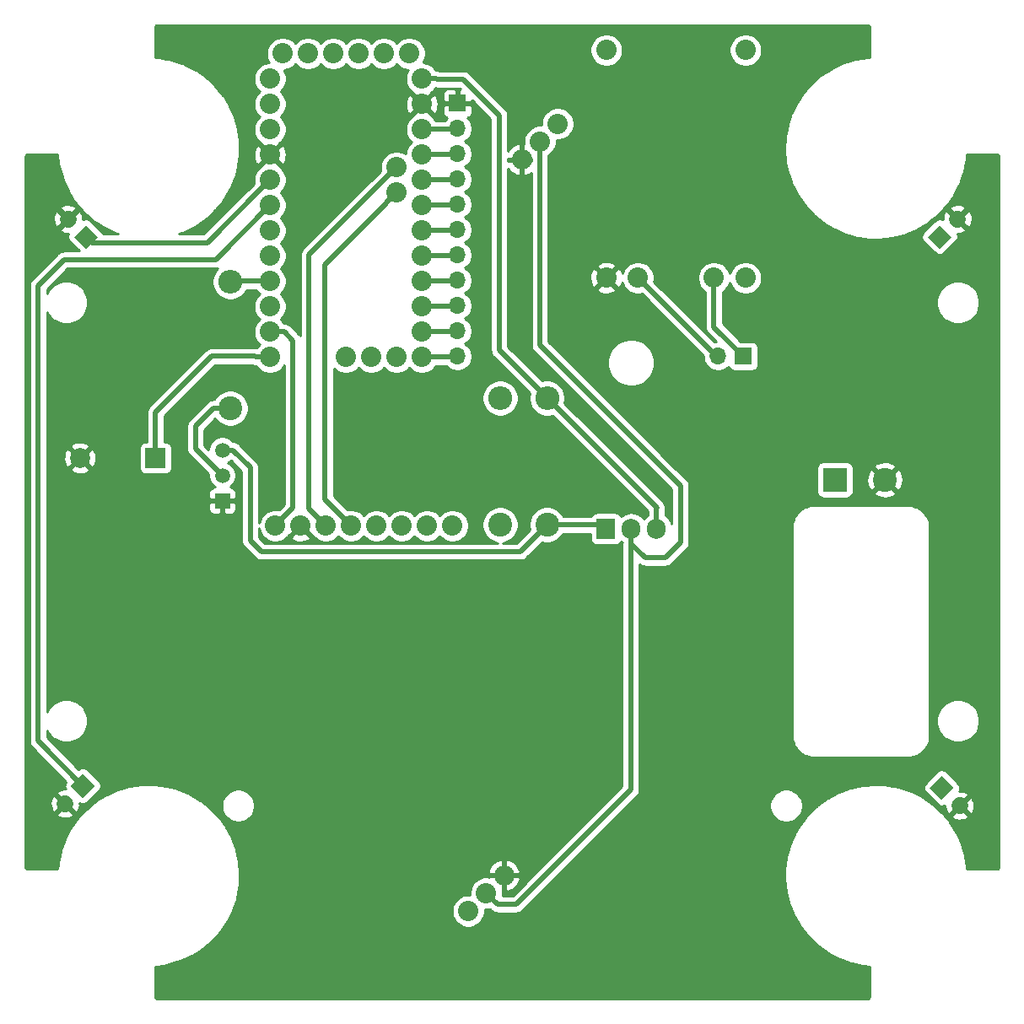
<source format=gtl>
G04 #@! TF.GenerationSoftware,KiCad,Pcbnew,5.1.5-52549c5~84~ubuntu18.04.1*
G04 #@! TF.CreationDate,2020-01-22T10:54:03-05:00*
G04 #@! TF.ProjectId,GeaiRareDit_PCB_Kicad5,47656169-5261-4726-9544-69745f504342,1.0*
G04 #@! TF.SameCoordinates,Original*
G04 #@! TF.FileFunction,Copper,L1,Top*
G04 #@! TF.FilePolarity,Positive*
%FSLAX46Y46*%
G04 Gerber Fmt 4.6, Leading zero omitted, Abs format (unit mm)*
G04 Created by KiCad (PCBNEW 5.1.5-52549c5~84~ubuntu18.04.1) date 2020-01-22 10:54:03*
%MOMM*%
%LPD*%
G04 APERTURE LIST*
%ADD10C,2.032000*%
%ADD11R,1.700000X1.700000*%
%ADD12O,1.700000X1.700000*%
%ADD13R,1.905000X2.000000*%
%ADD14O,1.905000X2.000000*%
%ADD15C,1.500000*%
%ADD16R,1.500000X1.500000*%
%ADD17C,2.400000*%
%ADD18O,2.400000X2.400000*%
%ADD19C,0.100000*%
%ADD20C,1.700000*%
%ADD21R,2.000000X2.000000*%
%ADD22C,2.000000*%
%ADD23R,2.400000X2.400000*%
%ADD24C,0.500000*%
%ADD25C,0.254000*%
G04 APERTURE END LIST*
D10*
X151859501Y-66368411D03*
X153655552Y-64572360D03*
X155451604Y-62776308D03*
X146471347Y-141802562D03*
X148267399Y-140006511D03*
X150063450Y-138210460D03*
D11*
X145382500Y-60723000D03*
D12*
X145382500Y-63263000D03*
X145382500Y-65803000D03*
X145382500Y-68343000D03*
X145382500Y-70883000D03*
X145382500Y-73423000D03*
X145382500Y-75963000D03*
X145382500Y-78503000D03*
X145382500Y-81043000D03*
X145382500Y-83583000D03*
X145382500Y-86123000D03*
D13*
X160282500Y-103423000D03*
D14*
X162822500Y-103423000D03*
X165362500Y-103423000D03*
D15*
X121782500Y-98083000D03*
X121782500Y-95543000D03*
D16*
X121782500Y-100623000D03*
D10*
X127842500Y-55723000D03*
X130382500Y-55723000D03*
X132922500Y-55723000D03*
X135462500Y-55723000D03*
X138002500Y-55723000D03*
X140542500Y-55723000D03*
X126572500Y-58263000D03*
X126572500Y-60803000D03*
X126572500Y-63343000D03*
X126572500Y-65883000D03*
X126572500Y-68423000D03*
X126572500Y-70963000D03*
X126572500Y-73503000D03*
X126572500Y-76043000D03*
X126572500Y-78583000D03*
X126572500Y-81123000D03*
X126572500Y-83663000D03*
X126572500Y-86203000D03*
X141812500Y-58263000D03*
X141812500Y-60803000D03*
X141812500Y-63343000D03*
X141812500Y-65883000D03*
X141812500Y-68423000D03*
X141812500Y-70963000D03*
X141812500Y-73503000D03*
X141812500Y-76043000D03*
X141812500Y-78583000D03*
X141812500Y-81123000D03*
X141812500Y-83663000D03*
X141812500Y-86203000D03*
X139272500Y-67153000D03*
X139272500Y-69693000D03*
X139272500Y-86203000D03*
X136732500Y-86203000D03*
X134192500Y-86203000D03*
D17*
X122582500Y-91323000D03*
D18*
X122582500Y-78623000D03*
D10*
X127102500Y-103123000D03*
X129642500Y-103123000D03*
X132182500Y-103123000D03*
X134722500Y-103123000D03*
X137262500Y-103123000D03*
X139802500Y-103123000D03*
X142342500Y-103123000D03*
X144882500Y-103123000D03*
G04 #@! TA.AperFunction,ComponentPad*
D19*
G36*
X106580418Y-129223000D02*
G01*
X107782500Y-128020918D01*
X108984582Y-129223000D01*
X107782500Y-130425082D01*
X106580418Y-129223000D01*
G37*
G04 #@! TD.AperFunction*
D20*
X105986449Y-131019051D02*
X105986449Y-131019051D01*
G04 #@! TA.AperFunction,ComponentPad*
D19*
G36*
X194984582Y-74123000D02*
G01*
X193782500Y-75325082D01*
X192580418Y-74123000D01*
X193782500Y-72920918D01*
X194984582Y-74123000D01*
G37*
G04 #@! TD.AperFunction*
D20*
X195578551Y-72326949D02*
X195578551Y-72326949D01*
D11*
X174082500Y-86123000D03*
D12*
X171542500Y-86123000D03*
D18*
X154382500Y-90323000D03*
D17*
X154382500Y-103023000D03*
D20*
X106286449Y-72326949D02*
X106286449Y-72326949D01*
G04 #@! TA.AperFunction,ComponentPad*
D19*
G36*
X108082500Y-72920918D02*
G01*
X109284582Y-74123000D01*
X108082500Y-75325082D01*
X106880418Y-74123000D01*
X108082500Y-72920918D01*
G37*
G04 #@! TD.AperFunction*
D17*
X149682500Y-103023000D03*
D18*
X149682500Y-90323000D03*
D20*
X195782500Y-131223000D02*
X195782500Y-131223000D01*
G04 #@! TA.AperFunction,ComponentPad*
D19*
G36*
X193986449Y-130629031D02*
G01*
X192784367Y-129426949D01*
X193986449Y-128224867D01*
X195188531Y-129426949D01*
X193986449Y-130629031D01*
G37*
G04 #@! TD.AperFunction*
D21*
X115082500Y-96323000D03*
D22*
X107482500Y-96323000D03*
D23*
X183282500Y-98523000D03*
D17*
X188282500Y-98523000D03*
D10*
X171122500Y-78243000D03*
X163502500Y-78243000D03*
X174297500Y-78243000D03*
X160327500Y-78243000D03*
X160327500Y-55383000D03*
X174297500Y-55383000D03*
D24*
X143249340Y-58263000D02*
X143309340Y-58323000D01*
X141812500Y-58263000D02*
X143249340Y-58263000D01*
X143309340Y-58323000D02*
X145982500Y-58323000D01*
X145982500Y-58323000D02*
X149582500Y-61923000D01*
X149582500Y-85523000D02*
X154382500Y-90323000D01*
X149582500Y-61923000D02*
X149582500Y-85523000D01*
X154382500Y-90323000D02*
X165382500Y-101323000D01*
X165362500Y-101343000D02*
X165362500Y-103423000D01*
X165382500Y-101323000D02*
X165362500Y-101343000D01*
X171122500Y-83163000D02*
X174082500Y-86123000D01*
X171122500Y-78243000D02*
X171122500Y-83163000D01*
X171382500Y-86123000D02*
X171542500Y-86123000D01*
X163502500Y-78243000D02*
X171382500Y-86123000D01*
X126572500Y-70963000D02*
X121112500Y-76423000D01*
X121112500Y-76423000D02*
X105882500Y-76423000D01*
X105882500Y-76423000D02*
X103282500Y-79023000D01*
X103282500Y-124723000D02*
X107782500Y-129223000D01*
X103282500Y-79023000D02*
X103282500Y-124723000D01*
X125556501Y-69438999D02*
X126572500Y-68423000D01*
X120271459Y-74724041D02*
X125556501Y-69438999D01*
X108683541Y-74724041D02*
X120271459Y-74724041D01*
X108082500Y-74123000D02*
X108683541Y-74724041D01*
X120885444Y-91323000D02*
X119082500Y-93125944D01*
X122582500Y-91323000D02*
X120885444Y-91323000D01*
X119082500Y-95383000D02*
X121782500Y-98083000D01*
X119082500Y-93125944D02*
X119082500Y-95383000D01*
X122843160Y-95543000D02*
X124582500Y-97282340D01*
X121782500Y-95543000D02*
X122843160Y-95543000D01*
X124582500Y-97282340D02*
X124582500Y-104623000D01*
X124582500Y-104623000D02*
X125682500Y-105723000D01*
X151682500Y-105723000D02*
X154382500Y-103023000D01*
X125682500Y-105723000D02*
X151682500Y-105723000D01*
X159882500Y-103023000D02*
X160282500Y-103423000D01*
X154382500Y-103023000D02*
X159882500Y-103023000D01*
X128009340Y-83663000D02*
X128882500Y-84536160D01*
X126572500Y-83663000D02*
X128009340Y-83663000D01*
X128882500Y-101343000D02*
X127102500Y-103123000D01*
X128882500Y-84536160D02*
X128882500Y-101343000D01*
X139272500Y-67153000D02*
X130482500Y-75943000D01*
X130482500Y-101423000D02*
X132182500Y-103123000D01*
X130482500Y-75943000D02*
X130482500Y-101423000D01*
X138256501Y-70708999D02*
X138256501Y-70748999D01*
X139272500Y-69693000D02*
X138256501Y-70708999D01*
X138256501Y-70748999D02*
X132082500Y-76923000D01*
X132082500Y-100483000D02*
X134722500Y-103123000D01*
X132082500Y-76923000D02*
X132082500Y-100483000D01*
X122622500Y-78583000D02*
X122582500Y-78623000D01*
X126572500Y-78583000D02*
X122622500Y-78583000D01*
X125135660Y-86203000D02*
X125055660Y-86123000D01*
X126572500Y-86203000D02*
X125135660Y-86203000D01*
X125055660Y-86123000D02*
X120682500Y-86123000D01*
X115082500Y-91723000D02*
X115082500Y-96323000D01*
X120682500Y-86123000D02*
X115082500Y-91723000D01*
X149383888Y-141123000D02*
X148267399Y-140006511D01*
X151282500Y-141123000D02*
X149383888Y-141123000D01*
X162782500Y-104963000D02*
X162782500Y-129623000D01*
X162822500Y-103423000D02*
X162822500Y-104923000D01*
X162782500Y-129623000D02*
X151282500Y-141123000D01*
X162822500Y-104923000D02*
X162782500Y-104963000D01*
X153655552Y-84996052D02*
X153655552Y-64572360D01*
X166282500Y-106323000D02*
X167782500Y-104823000D01*
X167782500Y-104823000D02*
X167782500Y-99123000D01*
X162822500Y-104923000D02*
X164222500Y-106323000D01*
X167782500Y-99123000D02*
X153655552Y-84996052D01*
X164222500Y-106323000D02*
X166282500Y-106323000D01*
X145328000Y-65883000D02*
X145355000Y-65910000D01*
X145328000Y-76043000D02*
X145355000Y-76070000D01*
X145328000Y-73503000D02*
X145355000Y-73530000D01*
X145328000Y-70963000D02*
X145355000Y-70990000D01*
X145328000Y-68423000D02*
X145355000Y-68450000D01*
X145328000Y-86203000D02*
X145355000Y-86230000D01*
X145328000Y-83663000D02*
X145355000Y-83690000D01*
X145328000Y-81123000D02*
X145355000Y-81150000D01*
X145328000Y-78583000D02*
X145355000Y-78610000D01*
X145328000Y-60803000D02*
X145355000Y-60830000D01*
X145328000Y-63343000D02*
X145355000Y-63370000D01*
X145302500Y-63343000D02*
X145382500Y-63263000D01*
X141812500Y-63343000D02*
X145302500Y-63343000D01*
X145302500Y-65883000D02*
X145382500Y-65803000D01*
X141812500Y-65883000D02*
X145302500Y-65883000D01*
X145302500Y-68423000D02*
X145382500Y-68343000D01*
X141812500Y-68423000D02*
X145302500Y-68423000D01*
X145302500Y-70963000D02*
X145382500Y-70883000D01*
X141812500Y-70963000D02*
X145302500Y-70963000D01*
X145302500Y-73503000D02*
X145382500Y-73423000D01*
X141812500Y-73503000D02*
X145302500Y-73503000D01*
X145302500Y-76043000D02*
X145382500Y-75963000D01*
X141812500Y-76043000D02*
X145302500Y-76043000D01*
X145302500Y-78583000D02*
X145382500Y-78503000D01*
X141812500Y-78583000D02*
X145302500Y-78583000D01*
X145302500Y-81123000D02*
X145382500Y-81043000D01*
X141812500Y-81123000D02*
X145302500Y-81123000D01*
X145302500Y-83663000D02*
X145382500Y-83583000D01*
X141812500Y-83663000D02*
X145302500Y-83663000D01*
X145302500Y-86203000D02*
X145382500Y-86123000D01*
X141812500Y-86203000D02*
X145302500Y-86203000D01*
D25*
G36*
X186722501Y-52996382D02*
G01*
X186722500Y-56090083D01*
X186643600Y-56093390D01*
X186610986Y-56096991D01*
X186578243Y-56099395D01*
X186571406Y-56100405D01*
X185428450Y-56275302D01*
X185388003Y-56284343D01*
X185347469Y-56292959D01*
X185340832Y-56294887D01*
X184232188Y-56623282D01*
X184193343Y-56637728D01*
X184154352Y-56651766D01*
X184148053Y-56654571D01*
X184148039Y-56654576D01*
X184148027Y-56654582D01*
X183094219Y-57130395D01*
X183057687Y-57149983D01*
X183020969Y-57169179D01*
X183015107Y-57172814D01*
X183015095Y-57172820D01*
X183015085Y-57172827D01*
X182035602Y-57787256D01*
X182002097Y-57811599D01*
X181968293Y-57835622D01*
X181962968Y-57840027D01*
X181075926Y-58581709D01*
X181046007Y-58610400D01*
X181015804Y-58638762D01*
X181011134Y-58643842D01*
X181011126Y-58643849D01*
X181011120Y-58643857D01*
X180232949Y-59499056D01*
X180207180Y-59531569D01*
X180181127Y-59563741D01*
X180177190Y-59569406D01*
X180177182Y-59569416D01*
X180177176Y-59569426D01*
X179522270Y-60522320D01*
X179501184Y-60557974D01*
X179479706Y-60593439D01*
X179476568Y-60599597D01*
X178957038Y-61632567D01*
X178940982Y-61670763D01*
X178924519Y-61708806D01*
X178922254Y-61715313D01*
X178922246Y-61715332D01*
X178922241Y-61715350D01*
X178547714Y-62809252D01*
X178536993Y-62849264D01*
X178525843Y-62889199D01*
X178524477Y-62895974D01*
X178301872Y-64030604D01*
X178296679Y-64071712D01*
X178291053Y-64112779D01*
X178290619Y-64119676D01*
X178224060Y-65274018D01*
X178224494Y-65315467D01*
X178224494Y-65356900D01*
X178225000Y-65363777D01*
X178225000Y-65363793D01*
X178225002Y-65363807D01*
X178315720Y-66516489D01*
X178321773Y-66557482D01*
X178327398Y-66598546D01*
X178328832Y-66605293D01*
X178328834Y-66605305D01*
X178328837Y-66605316D01*
X178575154Y-67735024D01*
X178586725Y-67774854D01*
X178597861Y-67814737D01*
X178600197Y-67821225D01*
X178600201Y-67821239D01*
X178600207Y-67821252D01*
X178997562Y-68907077D01*
X179014411Y-68944922D01*
X179030876Y-68982970D01*
X179034069Y-68989075D01*
X179034078Y-68989095D01*
X179034088Y-68989112D01*
X179575127Y-70010958D01*
X179596961Y-70046173D01*
X179618433Y-70081628D01*
X179622429Y-70087250D01*
X179622436Y-70087261D01*
X179622444Y-70087270D01*
X180297162Y-71026241D01*
X180323580Y-71058175D01*
X180349659Y-71090380D01*
X180354382Y-71095409D01*
X180354389Y-71095418D01*
X180354397Y-71095425D01*
X181150307Y-71934139D01*
X181180803Y-71962182D01*
X181211023Y-71990560D01*
X181216394Y-71994909D01*
X182118775Y-72717852D01*
X182152777Y-72741485D01*
X182186586Y-72765511D01*
X182192490Y-72769086D01*
X182192497Y-72769091D01*
X182192504Y-72769094D01*
X183184644Y-73362878D01*
X183221575Y-73381696D01*
X183258296Y-73400893D01*
X183264625Y-73403631D01*
X183264638Y-73403638D01*
X183264651Y-73403642D01*
X184328191Y-73857281D01*
X184367316Y-73870906D01*
X184406321Y-73884949D01*
X184412973Y-73886806D01*
X184412981Y-73886808D01*
X185528257Y-74191913D01*
X185568866Y-74200101D01*
X185609419Y-74208721D01*
X185616263Y-74209659D01*
X185616267Y-74209659D01*
X186762634Y-74360581D01*
X186803998Y-74363183D01*
X186845326Y-74366218D01*
X186852237Y-74366218D01*
X188008481Y-74360164D01*
X188049812Y-74357129D01*
X188091172Y-74354527D01*
X188098020Y-74353589D01*
X189242743Y-74190671D01*
X189283285Y-74182054D01*
X189323906Y-74173863D01*
X189330550Y-74172007D01*
X189330561Y-74172005D01*
X189330571Y-74172002D01*
X189502593Y-74123000D01*
X191942346Y-74123000D01*
X191954606Y-74247482D01*
X191990916Y-74367180D01*
X192049881Y-74477494D01*
X192129233Y-74574185D01*
X193331315Y-75776267D01*
X193428006Y-75855619D01*
X193538320Y-75914584D01*
X193658018Y-75950894D01*
X193782500Y-75963154D01*
X193906982Y-75950894D01*
X194026680Y-75914584D01*
X194136994Y-75855619D01*
X194233685Y-75776267D01*
X195435767Y-74574185D01*
X195515119Y-74477494D01*
X195574084Y-74367180D01*
X195610394Y-74247482D01*
X195622654Y-74123000D01*
X195610394Y-73998518D01*
X195574084Y-73878820D01*
X195534357Y-73804497D01*
X195647366Y-73810358D01*
X195935443Y-73768429D01*
X196209804Y-73671105D01*
X196345469Y-73598586D01*
X196422239Y-73350242D01*
X195578551Y-72506554D01*
X195564409Y-72520697D01*
X195384804Y-72341092D01*
X195398946Y-72326949D01*
X195758156Y-72326949D01*
X196601844Y-73170637D01*
X196850188Y-73093867D01*
X196922707Y-72958202D01*
X197020031Y-72683841D01*
X197061960Y-72395764D01*
X197046882Y-72105043D01*
X196975376Y-71822849D01*
X196850192Y-71560028D01*
X196602310Y-71482795D01*
X195758156Y-72326949D01*
X195398946Y-72326949D01*
X194555258Y-71483261D01*
X194306914Y-71560031D01*
X194234395Y-71695696D01*
X194137071Y-71970057D01*
X194095142Y-72258134D01*
X194101003Y-72371143D01*
X194026680Y-72331416D01*
X193906982Y-72295106D01*
X193782500Y-72282846D01*
X193658018Y-72295106D01*
X193538320Y-72331416D01*
X193428006Y-72390381D01*
X193331315Y-72469733D01*
X192129233Y-73671815D01*
X192049881Y-73768506D01*
X191990916Y-73878820D01*
X191954606Y-73998518D01*
X191942346Y-74123000D01*
X189502593Y-74123000D01*
X190442585Y-73855236D01*
X190481569Y-73841201D01*
X190520715Y-73827569D01*
X190527049Y-73824828D01*
X190527057Y-73824825D01*
X190527064Y-73824822D01*
X191585802Y-73360067D01*
X191622520Y-73340872D01*
X191659453Y-73322053D01*
X191665365Y-73318473D01*
X192651239Y-72714329D01*
X192685023Y-72690320D01*
X192719051Y-72666670D01*
X192724422Y-72662320D01*
X193619182Y-71929967D01*
X193649397Y-71901593D01*
X193679897Y-71873547D01*
X193684621Y-71868517D01*
X193684629Y-71868509D01*
X193684636Y-71868501D01*
X194209522Y-71303656D01*
X194734863Y-71303656D01*
X195578551Y-72147344D01*
X196422705Y-71303190D01*
X196345472Y-71055308D01*
X196082651Y-70930124D01*
X195800457Y-70858618D01*
X195509736Y-70843540D01*
X195221659Y-70885469D01*
X194947298Y-70982793D01*
X194811633Y-71055312D01*
X194734863Y-71303656D01*
X194209522Y-71303656D01*
X194471719Y-71021499D01*
X194497790Y-70989304D01*
X194524217Y-70957360D01*
X194528220Y-70951726D01*
X195193075Y-70005733D01*
X195214556Y-69970265D01*
X195236382Y-69935063D01*
X195239577Y-69928951D01*
X195239584Y-69928939D01*
X195239589Y-69928927D01*
X195769901Y-68901466D01*
X195786379Y-68863389D01*
X195803216Y-68825572D01*
X195805552Y-68819084D01*
X195805558Y-68819070D01*
X195805562Y-68819057D01*
X196191525Y-67729131D01*
X196202672Y-67689207D01*
X196214232Y-67649418D01*
X196215669Y-67642658D01*
X196450144Y-66510422D01*
X196455768Y-66469364D01*
X196461823Y-66428364D01*
X196462329Y-66421472D01*
X196499038Y-65883000D01*
X199609120Y-65883000D01*
X199722500Y-65996381D01*
X199722501Y-137449618D01*
X199609120Y-137563000D01*
X196515417Y-137563000D01*
X196512110Y-137484100D01*
X196508509Y-137451486D01*
X196506105Y-137418743D01*
X196505095Y-137411906D01*
X196330198Y-136268950D01*
X196321157Y-136228503D01*
X196312541Y-136187969D01*
X196310613Y-136181332D01*
X195982218Y-135072688D01*
X195967772Y-135033843D01*
X195953734Y-134994852D01*
X195950929Y-134988553D01*
X195950924Y-134988539D01*
X195950918Y-134988527D01*
X195475105Y-133934719D01*
X195455517Y-133898187D01*
X195436321Y-133861469D01*
X195432686Y-133855607D01*
X195432680Y-133855595D01*
X195432673Y-133855585D01*
X194818244Y-132876102D01*
X194793901Y-132842597D01*
X194769878Y-132808793D01*
X194765473Y-132803468D01*
X194299603Y-132246293D01*
X194938812Y-132246293D01*
X195015582Y-132494637D01*
X195151247Y-132567156D01*
X195425608Y-132664480D01*
X195713685Y-132706409D01*
X196004406Y-132691331D01*
X196286600Y-132619825D01*
X196549421Y-132494641D01*
X196626654Y-132246759D01*
X195782500Y-131402605D01*
X194938812Y-132246293D01*
X194299603Y-132246293D01*
X194023791Y-131916426D01*
X193995100Y-131886507D01*
X193966738Y-131856304D01*
X193961658Y-131851634D01*
X193961651Y-131851626D01*
X193961643Y-131851620D01*
X193106444Y-131073449D01*
X193073931Y-131047680D01*
X193041759Y-131021627D01*
X193036094Y-131017690D01*
X193036084Y-131017682D01*
X193036074Y-131017676D01*
X192083180Y-130362770D01*
X192047526Y-130341684D01*
X192012061Y-130320206D01*
X192005903Y-130317068D01*
X190972933Y-129797538D01*
X190934737Y-129781482D01*
X190896694Y-129765019D01*
X190890187Y-129762754D01*
X190890168Y-129762746D01*
X190890150Y-129762741D01*
X189909384Y-129426949D01*
X192146295Y-129426949D01*
X192158555Y-129551431D01*
X192194865Y-129671129D01*
X192253830Y-129781443D01*
X192333182Y-129878134D01*
X193535264Y-131080216D01*
X193631955Y-131159568D01*
X193742269Y-131218533D01*
X193861967Y-131254843D01*
X193986449Y-131267103D01*
X194110931Y-131254843D01*
X194230629Y-131218533D01*
X194304952Y-131178806D01*
X194299091Y-131291815D01*
X194341020Y-131579892D01*
X194438344Y-131854253D01*
X194510863Y-131989918D01*
X194759207Y-132066688D01*
X195602895Y-131223000D01*
X195962105Y-131223000D01*
X196806259Y-132067154D01*
X197054141Y-131989921D01*
X197179325Y-131727100D01*
X197250831Y-131444906D01*
X197265909Y-131154185D01*
X197223980Y-130866108D01*
X197126656Y-130591747D01*
X197054137Y-130456082D01*
X196805793Y-130379312D01*
X195962105Y-131223000D01*
X195602895Y-131223000D01*
X195588753Y-131208858D01*
X195768358Y-131029253D01*
X195782500Y-131043395D01*
X196626188Y-130199707D01*
X196549418Y-129951363D01*
X196413753Y-129878844D01*
X196139392Y-129781520D01*
X195851315Y-129739591D01*
X195738306Y-129745452D01*
X195778033Y-129671129D01*
X195814343Y-129551431D01*
X195826603Y-129426949D01*
X195814343Y-129302467D01*
X195778033Y-129182769D01*
X195719068Y-129072455D01*
X195639716Y-128975764D01*
X194437634Y-127773682D01*
X194340943Y-127694330D01*
X194230629Y-127635365D01*
X194110931Y-127599055D01*
X193986449Y-127586795D01*
X193861967Y-127599055D01*
X193742269Y-127635365D01*
X193631955Y-127694330D01*
X193535264Y-127773682D01*
X192333182Y-128975764D01*
X192253830Y-129072455D01*
X192194865Y-129182769D01*
X192158555Y-129302467D01*
X192146295Y-129426949D01*
X189909384Y-129426949D01*
X189796248Y-129388214D01*
X189756236Y-129377493D01*
X189716301Y-129366343D01*
X189709530Y-129364978D01*
X189709527Y-129364977D01*
X189709524Y-129364977D01*
X188574896Y-129142372D01*
X188533788Y-129137179D01*
X188492721Y-129131553D01*
X188485824Y-129131119D01*
X187331482Y-129064560D01*
X187290033Y-129064994D01*
X187248599Y-129064994D01*
X187241723Y-129065500D01*
X187241707Y-129065500D01*
X187241693Y-129065502D01*
X186089011Y-129156220D01*
X186048024Y-129162272D01*
X186006953Y-129167898D01*
X186000206Y-129169332D01*
X186000194Y-129169334D01*
X186000183Y-129169337D01*
X184870476Y-129415654D01*
X184830623Y-129427232D01*
X184790763Y-129438361D01*
X184784280Y-129440695D01*
X184784260Y-129440701D01*
X184784243Y-129440709D01*
X183698424Y-129838062D01*
X183660597Y-129854903D01*
X183622530Y-129871376D01*
X183616412Y-129874575D01*
X183616405Y-129874578D01*
X183616399Y-129874582D01*
X182594543Y-130415627D01*
X182559350Y-130437447D01*
X182523872Y-130458933D01*
X182518250Y-130462929D01*
X182518239Y-130462936D01*
X182518230Y-130462944D01*
X181579259Y-131137662D01*
X181547325Y-131164080D01*
X181515120Y-131190159D01*
X181510091Y-131194882D01*
X181510082Y-131194889D01*
X181510075Y-131194897D01*
X180671361Y-131990807D01*
X180643318Y-132021303D01*
X180614940Y-132051523D01*
X180610591Y-132056894D01*
X179887648Y-132959275D01*
X179864015Y-132993277D01*
X179839989Y-133027086D01*
X179836414Y-133032990D01*
X179836409Y-133032997D01*
X179836406Y-133033004D01*
X179242622Y-134025144D01*
X179223822Y-134062041D01*
X179204607Y-134098796D01*
X179201863Y-134105139D01*
X178748219Y-135168691D01*
X178734578Y-135207862D01*
X178720552Y-135246821D01*
X178718693Y-135253478D01*
X178413587Y-136368757D01*
X178405399Y-136409366D01*
X178396779Y-136449919D01*
X178395841Y-136456766D01*
X178244919Y-137603134D01*
X178242317Y-137644498D01*
X178239282Y-137685826D01*
X178239282Y-137692737D01*
X178245336Y-138848981D01*
X178248371Y-138890312D01*
X178250973Y-138931672D01*
X178251911Y-138938520D01*
X178414829Y-140083243D01*
X178423446Y-140123785D01*
X178431637Y-140164406D01*
X178433493Y-140171050D01*
X178433495Y-140171061D01*
X178433498Y-140171071D01*
X178750264Y-141283085D01*
X178764299Y-141322069D01*
X178777931Y-141361215D01*
X178780672Y-141367549D01*
X178780675Y-141367557D01*
X178780676Y-141367558D01*
X179245433Y-142426302D01*
X179264628Y-142463020D01*
X179283447Y-142499953D01*
X179287027Y-142505865D01*
X179891171Y-143491739D01*
X179915180Y-143525523D01*
X179938830Y-143559551D01*
X179943180Y-143564922D01*
X180675533Y-144459682D01*
X180703907Y-144489897D01*
X180731953Y-144520397D01*
X180736983Y-144525121D01*
X180736991Y-144525129D01*
X180736999Y-144525136D01*
X181584001Y-145312219D01*
X181616196Y-145338290D01*
X181648140Y-145364717D01*
X181653768Y-145368716D01*
X181653772Y-145368719D01*
X181653774Y-145368720D01*
X182599767Y-146033575D01*
X182635235Y-146055056D01*
X182670437Y-146076882D01*
X182676549Y-146080077D01*
X182676561Y-146080084D01*
X182676573Y-146080089D01*
X183704034Y-146610401D01*
X183742111Y-146626879D01*
X183779928Y-146643716D01*
X183786416Y-146646052D01*
X183786430Y-146646058D01*
X183786443Y-146646062D01*
X184876369Y-147032025D01*
X184916293Y-147043172D01*
X184956082Y-147054732D01*
X184962838Y-147056168D01*
X184962841Y-147056169D01*
X184962844Y-147056169D01*
X186095078Y-147290644D01*
X186136136Y-147296268D01*
X186177136Y-147302323D01*
X186184028Y-147302829D01*
X186722500Y-147339538D01*
X186722501Y-150449618D01*
X186609120Y-150563000D01*
X115155881Y-150563000D01*
X115042500Y-150449620D01*
X115042500Y-147355917D01*
X115121400Y-147352610D01*
X115154023Y-147349009D01*
X115186757Y-147346605D01*
X115193594Y-147345595D01*
X116336550Y-147170698D01*
X116376988Y-147161659D01*
X116417531Y-147153041D01*
X116424168Y-147151113D01*
X117532812Y-146822718D01*
X117571657Y-146808272D01*
X117610648Y-146794234D01*
X117616947Y-146791429D01*
X117616961Y-146791424D01*
X117616973Y-146791418D01*
X118670782Y-146315605D01*
X118707295Y-146296027D01*
X118744032Y-146276821D01*
X118749893Y-146273186D01*
X118749905Y-146273180D01*
X118749915Y-146273173D01*
X119729398Y-145658744D01*
X119762869Y-145634426D01*
X119796707Y-145610379D01*
X119802032Y-145605973D01*
X120689073Y-144864291D01*
X120718950Y-144835640D01*
X120749196Y-144807237D01*
X120753874Y-144802150D01*
X121532051Y-143946944D01*
X121557820Y-143914431D01*
X121583873Y-143882259D01*
X121587810Y-143876594D01*
X121587818Y-143876584D01*
X121587824Y-143876574D01*
X122242730Y-142923680D01*
X122263793Y-142888064D01*
X122285295Y-142852561D01*
X122288432Y-142846403D01*
X122807962Y-141813432D01*
X122824026Y-141775218D01*
X122840481Y-141737194D01*
X122842748Y-141730682D01*
X122842754Y-141730668D01*
X122842758Y-141730655D01*
X123217286Y-140636748D01*
X123228010Y-140596725D01*
X123239157Y-140556801D01*
X123240523Y-140550026D01*
X123463128Y-139415397D01*
X123468322Y-139374283D01*
X123473947Y-139333222D01*
X123474381Y-139326324D01*
X123540940Y-138171983D01*
X123540506Y-138130534D01*
X123540506Y-138089099D01*
X123540000Y-138082223D01*
X123540000Y-138082208D01*
X123539998Y-138082195D01*
X123519856Y-137826262D01*
X148449562Y-137826262D01*
X148568597Y-138083460D01*
X149936450Y-138083460D01*
X149936450Y-136715607D01*
X150190450Y-136715607D01*
X150190450Y-138083460D01*
X151558303Y-138083460D01*
X151677338Y-137826262D01*
X151571374Y-137518790D01*
X151407462Y-137237899D01*
X151191900Y-136994383D01*
X150932972Y-136797600D01*
X150640629Y-136655112D01*
X150447648Y-136596572D01*
X150190450Y-136715607D01*
X149936450Y-136715607D01*
X149679252Y-136596572D01*
X149371780Y-136702536D01*
X149090889Y-136866448D01*
X148847373Y-137082010D01*
X148650590Y-137340938D01*
X148508102Y-137633281D01*
X148449562Y-137826262D01*
X123519856Y-137826262D01*
X123449280Y-136929511D01*
X123443228Y-136888524D01*
X123437602Y-136847453D01*
X123436168Y-136840706D01*
X123436166Y-136840694D01*
X123436163Y-136840683D01*
X123189846Y-135710976D01*
X123178268Y-135671123D01*
X123167139Y-135631263D01*
X123164805Y-135624780D01*
X123164799Y-135624760D01*
X123164791Y-135624743D01*
X122767438Y-134538924D01*
X122750597Y-134501097D01*
X122734124Y-134463030D01*
X122730922Y-134456906D01*
X122730922Y-134456905D01*
X122730918Y-134456899D01*
X122189873Y-133435043D01*
X122168053Y-133399850D01*
X122146567Y-133364372D01*
X122142571Y-133358750D01*
X122142564Y-133358739D01*
X122142556Y-133358730D01*
X121467838Y-132419759D01*
X121441420Y-132387825D01*
X121415341Y-132355620D01*
X121410618Y-132350591D01*
X121410611Y-132350582D01*
X121410603Y-132350575D01*
X120614693Y-131511861D01*
X120584197Y-131483818D01*
X120553977Y-131455440D01*
X120548606Y-131451091D01*
X120058362Y-131058331D01*
X121710590Y-131058331D01*
X121710590Y-131387669D01*
X121774840Y-131710678D01*
X121900872Y-132014947D01*
X122083842Y-132288781D01*
X122316719Y-132521658D01*
X122590553Y-132704628D01*
X122894822Y-132830660D01*
X123217831Y-132894910D01*
X123547169Y-132894910D01*
X123870178Y-132830660D01*
X124174447Y-132704628D01*
X124448281Y-132521658D01*
X124681158Y-132288781D01*
X124864128Y-132014947D01*
X124990160Y-131710678D01*
X125054410Y-131387669D01*
X125054410Y-131058331D01*
X124990160Y-130735322D01*
X124864128Y-130431053D01*
X124681158Y-130157219D01*
X124448281Y-129924342D01*
X124174447Y-129741372D01*
X123870178Y-129615340D01*
X123547169Y-129551090D01*
X123217831Y-129551090D01*
X122894822Y-129615340D01*
X122590553Y-129741372D01*
X122316719Y-129924342D01*
X122083842Y-130157219D01*
X121900872Y-130431053D01*
X121774840Y-130735322D01*
X121710590Y-131058331D01*
X120058362Y-131058331D01*
X119646225Y-130728148D01*
X119612223Y-130704515D01*
X119578414Y-130680489D01*
X119572510Y-130676914D01*
X119572503Y-130676909D01*
X119572496Y-130676906D01*
X118580356Y-130083122D01*
X118543459Y-130064322D01*
X118506704Y-130045107D01*
X118500368Y-130042366D01*
X118500362Y-130042363D01*
X118500357Y-130042361D01*
X117436809Y-129588719D01*
X117397638Y-129575078D01*
X117358679Y-129561052D01*
X117352027Y-129559194D01*
X117352019Y-129559192D01*
X116236743Y-129254087D01*
X116196134Y-129245899D01*
X116155581Y-129237279D01*
X116148737Y-129236341D01*
X116148733Y-129236341D01*
X115002366Y-129085419D01*
X114961006Y-129082817D01*
X114919675Y-129079782D01*
X114912763Y-129079782D01*
X113756519Y-129085836D01*
X113715194Y-129088871D01*
X113673827Y-129091473D01*
X113666980Y-129092411D01*
X112522256Y-129255329D01*
X112481695Y-129263950D01*
X112441094Y-129272137D01*
X112434453Y-129273992D01*
X112434438Y-129273995D01*
X112434425Y-129274000D01*
X111322415Y-129590764D01*
X111283447Y-129604793D01*
X111244284Y-129618431D01*
X111237951Y-129621172D01*
X111237943Y-129621175D01*
X111237936Y-129621178D01*
X110179198Y-130085933D01*
X110142501Y-130105118D01*
X110105546Y-130123947D01*
X110099635Y-130127527D01*
X109113761Y-130731671D01*
X109079953Y-130755697D01*
X109045950Y-130779330D01*
X109040579Y-130783679D01*
X108145818Y-131516033D01*
X108115626Y-131544385D01*
X108085102Y-131572453D01*
X108080372Y-131577491D01*
X107293281Y-132424501D01*
X107267205Y-132456701D01*
X107240783Y-132488640D01*
X107236786Y-132494266D01*
X107236780Y-132494273D01*
X107236776Y-132494280D01*
X106571925Y-133440267D01*
X106550464Y-133475703D01*
X106528618Y-133510937D01*
X106525420Y-133517055D01*
X106525416Y-133517061D01*
X106525416Y-133517062D01*
X105995099Y-134544534D01*
X105978656Y-134582531D01*
X105961783Y-134620428D01*
X105959450Y-134626911D01*
X105959442Y-134626930D01*
X105959437Y-134626948D01*
X105573475Y-135716869D01*
X105562331Y-135756781D01*
X105550768Y-135796582D01*
X105549331Y-135803342D01*
X105314856Y-136935578D01*
X105309233Y-136976628D01*
X105303177Y-137017635D01*
X105302671Y-137024528D01*
X105265962Y-137563000D01*
X102155881Y-137563000D01*
X102042500Y-137449620D01*
X102042500Y-132042810D01*
X105142295Y-132042810D01*
X105219528Y-132290692D01*
X105482349Y-132415876D01*
X105764543Y-132487382D01*
X106055264Y-132502460D01*
X106343341Y-132460531D01*
X106617702Y-132363207D01*
X106753367Y-132290688D01*
X106830137Y-132042344D01*
X105986449Y-131198656D01*
X105142295Y-132042810D01*
X102042500Y-132042810D01*
X102042500Y-130950236D01*
X104503040Y-130950236D01*
X104518118Y-131240957D01*
X104589624Y-131523151D01*
X104714808Y-131785972D01*
X104962690Y-131863205D01*
X105806844Y-131019051D01*
X104963156Y-130175363D01*
X104714812Y-130252133D01*
X104642293Y-130387798D01*
X104544969Y-130662159D01*
X104503040Y-130950236D01*
X102042500Y-130950236D01*
X102042500Y-72395764D01*
X104803040Y-72395764D01*
X104844969Y-72683841D01*
X104942293Y-72958202D01*
X105014812Y-73093867D01*
X105263156Y-73170637D01*
X106106844Y-72326949D01*
X105262690Y-71482795D01*
X105014808Y-71560028D01*
X104889624Y-71822849D01*
X104818118Y-72105043D01*
X104803040Y-72395764D01*
X102042500Y-72395764D01*
X102042500Y-71303190D01*
X105442295Y-71303190D01*
X106286449Y-72147344D01*
X107130137Y-71303656D01*
X107053367Y-71055312D01*
X106917702Y-70982793D01*
X106643341Y-70885469D01*
X106355264Y-70843540D01*
X106064543Y-70858618D01*
X105782349Y-70930124D01*
X105519528Y-71055308D01*
X105442295Y-71303190D01*
X102042500Y-71303190D01*
X102042500Y-65996380D01*
X102155881Y-65883000D01*
X105249583Y-65883000D01*
X105252890Y-65961900D01*
X105256491Y-65994523D01*
X105258895Y-66027257D01*
X105259905Y-66034094D01*
X105434802Y-67177050D01*
X105443841Y-67217488D01*
X105452459Y-67258031D01*
X105454387Y-67264668D01*
X105782782Y-68373312D01*
X105797228Y-68412157D01*
X105811266Y-68451148D01*
X105814071Y-68457447D01*
X105814076Y-68457461D01*
X105814082Y-68457473D01*
X106289895Y-69511282D01*
X106309473Y-69547795D01*
X106328679Y-69584532D01*
X106332314Y-69590393D01*
X106332320Y-69590405D01*
X106332327Y-69590415D01*
X106946756Y-70569898D01*
X106971074Y-70603369D01*
X106995121Y-70637207D01*
X106999527Y-70642532D01*
X107741209Y-71529573D01*
X107769860Y-71559450D01*
X107798263Y-71589696D01*
X107803350Y-71594374D01*
X108658556Y-72372551D01*
X108691069Y-72398320D01*
X108723241Y-72424373D01*
X108728906Y-72428310D01*
X108728916Y-72428318D01*
X108728926Y-72428324D01*
X109681820Y-73083230D01*
X109717436Y-73104293D01*
X109752939Y-73125795D01*
X109759097Y-73128932D01*
X110792068Y-73648462D01*
X110830282Y-73664526D01*
X110868306Y-73680981D01*
X110874818Y-73683248D01*
X110874832Y-73683254D01*
X110874845Y-73683258D01*
X111329851Y-73839041D01*
X109852821Y-73839041D01*
X109815119Y-73768506D01*
X109735767Y-73671815D01*
X108533685Y-72469733D01*
X108436994Y-72390381D01*
X108326680Y-72331416D01*
X108206982Y-72295106D01*
X108082500Y-72282846D01*
X107958018Y-72295106D01*
X107838320Y-72331416D01*
X107763997Y-72371143D01*
X107769858Y-72258134D01*
X107727929Y-71970057D01*
X107630605Y-71695696D01*
X107558086Y-71560031D01*
X107309742Y-71483261D01*
X106466054Y-72326949D01*
X106480197Y-72341092D01*
X106300592Y-72520697D01*
X106286449Y-72506554D01*
X105442761Y-73350242D01*
X105519531Y-73598586D01*
X105655196Y-73671105D01*
X105929557Y-73768429D01*
X106217634Y-73810358D01*
X106330643Y-73804497D01*
X106290916Y-73878820D01*
X106254606Y-73998518D01*
X106242346Y-74123000D01*
X106254606Y-74247482D01*
X106290916Y-74367180D01*
X106349881Y-74477494D01*
X106429233Y-74574185D01*
X107393048Y-75538000D01*
X105925965Y-75538000D01*
X105882499Y-75533719D01*
X105839033Y-75538000D01*
X105839023Y-75538000D01*
X105709010Y-75550805D01*
X105542187Y-75601411D01*
X105388441Y-75683589D01*
X105388439Y-75683590D01*
X105388440Y-75683590D01*
X105287453Y-75766468D01*
X105287451Y-75766470D01*
X105253683Y-75794183D01*
X105225970Y-75827951D01*
X102687456Y-78366466D01*
X102653683Y-78394183D01*
X102543089Y-78528942D01*
X102460911Y-78682688D01*
X102410305Y-78849511D01*
X102397500Y-78979524D01*
X102397500Y-78979531D01*
X102393219Y-79023000D01*
X102397500Y-79066469D01*
X102397501Y-124679521D01*
X102393219Y-124723000D01*
X102410305Y-124896490D01*
X102460912Y-125063313D01*
X102543090Y-125217059D01*
X102625968Y-125318046D01*
X102625971Y-125318049D01*
X102653684Y-125351817D01*
X102687452Y-125379530D01*
X106106922Y-128799001D01*
X106049881Y-128868506D01*
X105990916Y-128978820D01*
X105954606Y-129098518D01*
X105942346Y-129223000D01*
X105954606Y-129347482D01*
X105990916Y-129467180D01*
X106030643Y-129541503D01*
X105917634Y-129535642D01*
X105629557Y-129577571D01*
X105355196Y-129674895D01*
X105219531Y-129747414D01*
X105142761Y-129995758D01*
X105986449Y-130839446D01*
X106000592Y-130825304D01*
X106180197Y-131004909D01*
X106166054Y-131019051D01*
X107009742Y-131862739D01*
X107258086Y-131785969D01*
X107330605Y-131650304D01*
X107427929Y-131375943D01*
X107469858Y-131087866D01*
X107463997Y-130974857D01*
X107538320Y-131014584D01*
X107658018Y-131050894D01*
X107782500Y-131063154D01*
X107906982Y-131050894D01*
X108026680Y-131014584D01*
X108136994Y-130955619D01*
X108233685Y-130876267D01*
X109435767Y-129674185D01*
X109515119Y-129577494D01*
X109574084Y-129467180D01*
X109610394Y-129347482D01*
X109622654Y-129223000D01*
X109610394Y-129098518D01*
X109574084Y-128978820D01*
X109515119Y-128868506D01*
X109435767Y-128771815D01*
X108233685Y-127569733D01*
X108136994Y-127490381D01*
X108026680Y-127431416D01*
X107906982Y-127395106D01*
X107782500Y-127382846D01*
X107658018Y-127395106D01*
X107538320Y-127431416D01*
X107428006Y-127490381D01*
X107358501Y-127547422D01*
X104167500Y-124356422D01*
X104167500Y-123648254D01*
X104209912Y-123750645D01*
X104447337Y-124105977D01*
X104749523Y-124408163D01*
X105104855Y-124645588D01*
X105499679Y-124809130D01*
X105918823Y-124892503D01*
X106346177Y-124892503D01*
X106765321Y-124809130D01*
X107160145Y-124645588D01*
X107515477Y-124408163D01*
X107817663Y-124105977D01*
X108055088Y-123750645D01*
X108218630Y-123355821D01*
X108302003Y-122936677D01*
X108302003Y-122509323D01*
X108218630Y-122090179D01*
X108055088Y-121695355D01*
X107817663Y-121340023D01*
X107515477Y-121037837D01*
X107160145Y-120800412D01*
X106765321Y-120636870D01*
X106346177Y-120553497D01*
X105918823Y-120553497D01*
X105499679Y-120636870D01*
X105104855Y-120800412D01*
X104749523Y-121037837D01*
X104447337Y-121340023D01*
X104209912Y-121695355D01*
X104167500Y-121797746D01*
X104167500Y-101373000D01*
X120394428Y-101373000D01*
X120406688Y-101497482D01*
X120442998Y-101617180D01*
X120501963Y-101727494D01*
X120581315Y-101824185D01*
X120678006Y-101903537D01*
X120788320Y-101962502D01*
X120908018Y-101998812D01*
X121032500Y-102011072D01*
X121496750Y-102008000D01*
X121655500Y-101849250D01*
X121655500Y-100750000D01*
X121909500Y-100750000D01*
X121909500Y-101849250D01*
X122068250Y-102008000D01*
X122532500Y-102011072D01*
X122656982Y-101998812D01*
X122776680Y-101962502D01*
X122886994Y-101903537D01*
X122983685Y-101824185D01*
X123063037Y-101727494D01*
X123122002Y-101617180D01*
X123158312Y-101497482D01*
X123170572Y-101373000D01*
X123167500Y-100908750D01*
X123008750Y-100750000D01*
X121909500Y-100750000D01*
X121655500Y-100750000D01*
X120556250Y-100750000D01*
X120397500Y-100908750D01*
X120394428Y-101373000D01*
X104167500Y-101373000D01*
X104167500Y-97458413D01*
X106526692Y-97458413D01*
X106622456Y-97722814D01*
X106912071Y-97863704D01*
X107223608Y-97945384D01*
X107545095Y-97964718D01*
X107864175Y-97920961D01*
X108168588Y-97815795D01*
X108342544Y-97722814D01*
X108438308Y-97458413D01*
X107482500Y-96502605D01*
X106526692Y-97458413D01*
X104167500Y-97458413D01*
X104167500Y-96385595D01*
X105840782Y-96385595D01*
X105884539Y-96704675D01*
X105989705Y-97009088D01*
X106082686Y-97183044D01*
X106347087Y-97278808D01*
X107302895Y-96323000D01*
X107662105Y-96323000D01*
X108617913Y-97278808D01*
X108882314Y-97183044D01*
X109023204Y-96893429D01*
X109104884Y-96581892D01*
X109124218Y-96260405D01*
X109080461Y-95941325D01*
X108975295Y-95636912D01*
X108882314Y-95462956D01*
X108617913Y-95367192D01*
X107662105Y-96323000D01*
X107302895Y-96323000D01*
X106347087Y-95367192D01*
X106082686Y-95462956D01*
X105941796Y-95752571D01*
X105860116Y-96064108D01*
X105840782Y-96385595D01*
X104167500Y-96385595D01*
X104167500Y-95187587D01*
X106526692Y-95187587D01*
X107482500Y-96143395D01*
X108438308Y-95187587D01*
X108342544Y-94923186D01*
X108052929Y-94782296D01*
X107741392Y-94700616D01*
X107419905Y-94681282D01*
X107100825Y-94725039D01*
X106796412Y-94830205D01*
X106622456Y-94923186D01*
X106526692Y-95187587D01*
X104167500Y-95187587D01*
X104167500Y-81648254D01*
X104209912Y-81750645D01*
X104447337Y-82105977D01*
X104749523Y-82408163D01*
X105104855Y-82645588D01*
X105499679Y-82809130D01*
X105918823Y-82892503D01*
X106346177Y-82892503D01*
X106765321Y-82809130D01*
X107160145Y-82645588D01*
X107515477Y-82408163D01*
X107817663Y-82105977D01*
X108055088Y-81750645D01*
X108218630Y-81355821D01*
X108302003Y-80936677D01*
X108302003Y-80509323D01*
X108218630Y-80090179D01*
X108055088Y-79695355D01*
X107817663Y-79340023D01*
X107515477Y-79037837D01*
X107160145Y-78800412D01*
X106765321Y-78636870D01*
X106346177Y-78553497D01*
X105918823Y-78553497D01*
X105499679Y-78636870D01*
X105104855Y-78800412D01*
X104749523Y-79037837D01*
X104447337Y-79340023D01*
X104209912Y-79695355D01*
X104167500Y-79797746D01*
X104167500Y-79389578D01*
X106249079Y-77308000D01*
X121069031Y-77308000D01*
X121112500Y-77312281D01*
X121155969Y-77308000D01*
X121155977Y-77308000D01*
X121285990Y-77295195D01*
X121327952Y-77282466D01*
X121157162Y-77453256D01*
X120956344Y-77753801D01*
X120818018Y-78087750D01*
X120747500Y-78442268D01*
X120747500Y-78803732D01*
X120818018Y-79158250D01*
X120956344Y-79492199D01*
X121157162Y-79792744D01*
X121412756Y-80048338D01*
X121713301Y-80249156D01*
X122047250Y-80387482D01*
X122401768Y-80458000D01*
X122763232Y-80458000D01*
X123117750Y-80387482D01*
X123451699Y-80249156D01*
X123752244Y-80048338D01*
X124007838Y-79792744D01*
X124208656Y-79492199D01*
X124218680Y-79468000D01*
X125178198Y-79468000D01*
X125290085Y-79635451D01*
X125507634Y-79853000D01*
X125290085Y-80070549D01*
X125109403Y-80340958D01*
X124984947Y-80641421D01*
X124921500Y-80960391D01*
X124921500Y-81285609D01*
X124984947Y-81604579D01*
X125109403Y-81905042D01*
X125290085Y-82175451D01*
X125507634Y-82393000D01*
X125290085Y-82610549D01*
X125109403Y-82880958D01*
X124984947Y-83181421D01*
X124921500Y-83500391D01*
X124921500Y-83825609D01*
X124984947Y-84144579D01*
X125109403Y-84445042D01*
X125290085Y-84715451D01*
X125507634Y-84933000D01*
X125290085Y-85150549D01*
X125223470Y-85250246D01*
X125099137Y-85238000D01*
X125099129Y-85238000D01*
X125055660Y-85233719D01*
X125012191Y-85238000D01*
X120725969Y-85238000D01*
X120682500Y-85233719D01*
X120639031Y-85238000D01*
X120639023Y-85238000D01*
X120523806Y-85249348D01*
X120509009Y-85250805D01*
X120458403Y-85266157D01*
X120342187Y-85301411D01*
X120188441Y-85383589D01*
X120188439Y-85383590D01*
X120188440Y-85383590D01*
X120087453Y-85466468D01*
X120087451Y-85466470D01*
X120053683Y-85494183D01*
X120025970Y-85527951D01*
X114487456Y-91066466D01*
X114453683Y-91094183D01*
X114343089Y-91228942D01*
X114260911Y-91382688D01*
X114210305Y-91549511D01*
X114197500Y-91679524D01*
X114197500Y-91679531D01*
X114193219Y-91723000D01*
X114197500Y-91766469D01*
X114197501Y-94684928D01*
X114082500Y-94684928D01*
X113958018Y-94697188D01*
X113838320Y-94733498D01*
X113728006Y-94792463D01*
X113631315Y-94871815D01*
X113551963Y-94968506D01*
X113492998Y-95078820D01*
X113456688Y-95198518D01*
X113444428Y-95323000D01*
X113444428Y-97323000D01*
X113456688Y-97447482D01*
X113492998Y-97567180D01*
X113551963Y-97677494D01*
X113631315Y-97774185D01*
X113728006Y-97853537D01*
X113838320Y-97912502D01*
X113958018Y-97948812D01*
X114082500Y-97961072D01*
X116082500Y-97961072D01*
X116206982Y-97948812D01*
X116326680Y-97912502D01*
X116436994Y-97853537D01*
X116533685Y-97774185D01*
X116613037Y-97677494D01*
X116672002Y-97567180D01*
X116708312Y-97447482D01*
X116720572Y-97323000D01*
X116720572Y-95323000D01*
X116708312Y-95198518D01*
X116672002Y-95078820D01*
X116613037Y-94968506D01*
X116533685Y-94871815D01*
X116436994Y-94792463D01*
X116326680Y-94733498D01*
X116206982Y-94697188D01*
X116082500Y-94684928D01*
X115967500Y-94684928D01*
X115967500Y-92089578D01*
X121049079Y-87008000D01*
X124764311Y-87008000D01*
X124795347Y-87024589D01*
X124962170Y-87075195D01*
X125092183Y-87088000D01*
X125092193Y-87088000D01*
X125135659Y-87092281D01*
X125178255Y-87088086D01*
X125290085Y-87255451D01*
X125520049Y-87485415D01*
X125790458Y-87666097D01*
X126090921Y-87790553D01*
X126409891Y-87854000D01*
X126735109Y-87854000D01*
X127054079Y-87790553D01*
X127354542Y-87666097D01*
X127624951Y-87485415D01*
X127854915Y-87255451D01*
X127997500Y-87042058D01*
X127997501Y-100976420D01*
X127462632Y-101511290D01*
X127265109Y-101472000D01*
X126939891Y-101472000D01*
X126620921Y-101535447D01*
X126320458Y-101659903D01*
X126050049Y-101840585D01*
X125820085Y-102070549D01*
X125639403Y-102340958D01*
X125514947Y-102641421D01*
X125467500Y-102879953D01*
X125467500Y-97325805D01*
X125471781Y-97282339D01*
X125467500Y-97238873D01*
X125467500Y-97238863D01*
X125454695Y-97108850D01*
X125404089Y-96942027D01*
X125321911Y-96788281D01*
X125291500Y-96751225D01*
X125239032Y-96687293D01*
X125239030Y-96687291D01*
X125211317Y-96653523D01*
X125177550Y-96625811D01*
X123499694Y-94947956D01*
X123471977Y-94914183D01*
X123337219Y-94803589D01*
X123183473Y-94721411D01*
X123016650Y-94670805D01*
X122886637Y-94658000D01*
X122886629Y-94658000D01*
X122852859Y-94654674D01*
X122665386Y-94467201D01*
X122438543Y-94315629D01*
X122186489Y-94211225D01*
X121918911Y-94158000D01*
X121646089Y-94158000D01*
X121378511Y-94211225D01*
X121126457Y-94315629D01*
X120899614Y-94467201D01*
X120706701Y-94660114D01*
X120555129Y-94886957D01*
X120450725Y-95139011D01*
X120397500Y-95406589D01*
X120397500Y-95446422D01*
X119967500Y-95016422D01*
X119967500Y-93492522D01*
X121081105Y-92378917D01*
X121157162Y-92492744D01*
X121412756Y-92748338D01*
X121713301Y-92949156D01*
X122047250Y-93087482D01*
X122401768Y-93158000D01*
X122763232Y-93158000D01*
X123117750Y-93087482D01*
X123451699Y-92949156D01*
X123752244Y-92748338D01*
X124007838Y-92492744D01*
X124208656Y-92192199D01*
X124346982Y-91858250D01*
X124417500Y-91503732D01*
X124417500Y-91142268D01*
X124346982Y-90787750D01*
X124208656Y-90453801D01*
X124007838Y-90153256D01*
X123752244Y-89897662D01*
X123451699Y-89696844D01*
X123117750Y-89558518D01*
X122763232Y-89488000D01*
X122401768Y-89488000D01*
X122047250Y-89558518D01*
X121713301Y-89696844D01*
X121412756Y-89897662D01*
X121157162Y-90153256D01*
X120966902Y-90438000D01*
X120928913Y-90438000D01*
X120885444Y-90433719D01*
X120841975Y-90438000D01*
X120841967Y-90438000D01*
X120711954Y-90450805D01*
X120545131Y-90501411D01*
X120391385Y-90583589D01*
X120290397Y-90666468D01*
X120290395Y-90666470D01*
X120256627Y-90694183D01*
X120228914Y-90727951D01*
X118487456Y-92469410D01*
X118453683Y-92497127D01*
X118343089Y-92631886D01*
X118260911Y-92785632D01*
X118225657Y-92901848D01*
X118211306Y-92949156D01*
X118210305Y-92952455D01*
X118197500Y-93082468D01*
X118197500Y-93082475D01*
X118193219Y-93125944D01*
X118197500Y-93169413D01*
X118197501Y-95339521D01*
X118193219Y-95383000D01*
X118210305Y-95556490D01*
X118260912Y-95723313D01*
X118343090Y-95877059D01*
X118425968Y-95978046D01*
X118425971Y-95978049D01*
X118453684Y-96011817D01*
X118487451Y-96039529D01*
X120397500Y-97949579D01*
X120397500Y-98219411D01*
X120450725Y-98486989D01*
X120555129Y-98739043D01*
X120706701Y-98965886D01*
X120899614Y-99158799D01*
X121015983Y-99236555D01*
X120908018Y-99247188D01*
X120788320Y-99283498D01*
X120678006Y-99342463D01*
X120581315Y-99421815D01*
X120501963Y-99518506D01*
X120442998Y-99628820D01*
X120406688Y-99748518D01*
X120394428Y-99873000D01*
X120397500Y-100337250D01*
X120556250Y-100496000D01*
X121655500Y-100496000D01*
X121655500Y-100476000D01*
X121909500Y-100476000D01*
X121909500Y-100496000D01*
X123008750Y-100496000D01*
X123167500Y-100337250D01*
X123170572Y-99873000D01*
X123158312Y-99748518D01*
X123122002Y-99628820D01*
X123063037Y-99518506D01*
X122983685Y-99421815D01*
X122886994Y-99342463D01*
X122776680Y-99283498D01*
X122656982Y-99247188D01*
X122549017Y-99236555D01*
X122665386Y-99158799D01*
X122858299Y-98965886D01*
X123009871Y-98739043D01*
X123114275Y-98486989D01*
X123167500Y-98219411D01*
X123167500Y-97946589D01*
X123114275Y-97679011D01*
X123009871Y-97426957D01*
X122858299Y-97200114D01*
X122665386Y-97007201D01*
X122438543Y-96855629D01*
X122335627Y-96813000D01*
X122438543Y-96770371D01*
X122665386Y-96618799D01*
X122666383Y-96617802D01*
X123697500Y-97648919D01*
X123697501Y-104579521D01*
X123693219Y-104623000D01*
X123710305Y-104796490D01*
X123760912Y-104963313D01*
X123843090Y-105117059D01*
X123925968Y-105218046D01*
X123925971Y-105218049D01*
X123953684Y-105251817D01*
X123987451Y-105279529D01*
X125025970Y-106318049D01*
X125053683Y-106351817D01*
X125087451Y-106379530D01*
X125087453Y-106379532D01*
X125188440Y-106462410D01*
X125188441Y-106462411D01*
X125342187Y-106544589D01*
X125458403Y-106579843D01*
X125509009Y-106595195D01*
X125523806Y-106596652D01*
X125639023Y-106608000D01*
X125639031Y-106608000D01*
X125682500Y-106612281D01*
X125725969Y-106608000D01*
X151639031Y-106608000D01*
X151682500Y-106612281D01*
X151725969Y-106608000D01*
X151725977Y-106608000D01*
X151855990Y-106595195D01*
X152022813Y-106544589D01*
X152176559Y-106462411D01*
X152311317Y-106351817D01*
X152339034Y-106318044D01*
X153865889Y-104791190D01*
X154201768Y-104858000D01*
X154563232Y-104858000D01*
X154917750Y-104787482D01*
X155251699Y-104649156D01*
X155552244Y-104448338D01*
X155807838Y-104192744D01*
X155998098Y-103908000D01*
X158691928Y-103908000D01*
X158691928Y-104423000D01*
X158704188Y-104547482D01*
X158740498Y-104667180D01*
X158799463Y-104777494D01*
X158878815Y-104874185D01*
X158975506Y-104953537D01*
X159085820Y-105012502D01*
X159205518Y-105048812D01*
X159330000Y-105061072D01*
X161235000Y-105061072D01*
X161359482Y-105048812D01*
X161479180Y-105012502D01*
X161589494Y-104953537D01*
X161686185Y-104874185D01*
X161765537Y-104777494D01*
X161810405Y-104693553D01*
X161913698Y-104778324D01*
X161910921Y-104787482D01*
X161910305Y-104789511D01*
X161897500Y-104919524D01*
X161897500Y-104919531D01*
X161893219Y-104963000D01*
X161897500Y-105006469D01*
X161897501Y-129256420D01*
X150915922Y-140238000D01*
X149904698Y-140238000D01*
X149918399Y-140169120D01*
X149918399Y-139843902D01*
X149894678Y-139724646D01*
X149936450Y-139705313D01*
X149936450Y-138517068D01*
X150049309Y-138404209D01*
X149982560Y-138337460D01*
X150190450Y-138337460D01*
X150190450Y-139705313D01*
X150447648Y-139824348D01*
X150755120Y-139718384D01*
X151036011Y-139554472D01*
X151279527Y-139338910D01*
X151476310Y-139079982D01*
X151618798Y-138787639D01*
X151677338Y-138594658D01*
X151558303Y-138337460D01*
X150190450Y-138337460D01*
X149982560Y-138337460D01*
X149869701Y-138224601D01*
X149756842Y-138337460D01*
X148568597Y-138337460D01*
X148549264Y-138379232D01*
X148430008Y-138355511D01*
X148104790Y-138355511D01*
X147785820Y-138418958D01*
X147485357Y-138543414D01*
X147214948Y-138724096D01*
X146984984Y-138954060D01*
X146804302Y-139224469D01*
X146679846Y-139524932D01*
X146616399Y-139843902D01*
X146616399Y-140151562D01*
X146308738Y-140151562D01*
X145989768Y-140215009D01*
X145689305Y-140339465D01*
X145418896Y-140520147D01*
X145188932Y-140750111D01*
X145008250Y-141020520D01*
X144883794Y-141320983D01*
X144820347Y-141639953D01*
X144820347Y-141965171D01*
X144883794Y-142284141D01*
X145008250Y-142584604D01*
X145188932Y-142855013D01*
X145418896Y-143084977D01*
X145689305Y-143265659D01*
X145989768Y-143390115D01*
X146308738Y-143453562D01*
X146633956Y-143453562D01*
X146952926Y-143390115D01*
X147253389Y-143265659D01*
X147523798Y-143084977D01*
X147753762Y-142855013D01*
X147934444Y-142584604D01*
X148058900Y-142284141D01*
X148122347Y-141965171D01*
X148122347Y-141657511D01*
X148430008Y-141657511D01*
X148627531Y-141618221D01*
X148727358Y-141718049D01*
X148755071Y-141751817D01*
X148788839Y-141779530D01*
X148788841Y-141779532D01*
X148830148Y-141813432D01*
X148889829Y-141862411D01*
X149043575Y-141944589D01*
X149210398Y-141995195D01*
X149340411Y-142008000D01*
X149340419Y-142008000D01*
X149383888Y-142012281D01*
X149427357Y-142008000D01*
X151239031Y-142008000D01*
X151282500Y-142012281D01*
X151325969Y-142008000D01*
X151325977Y-142008000D01*
X151455990Y-141995195D01*
X151622813Y-141944589D01*
X151776559Y-141862411D01*
X151911317Y-141751817D01*
X151939034Y-141718044D01*
X162598747Y-131058331D01*
X176710590Y-131058331D01*
X176710590Y-131387669D01*
X176774840Y-131710678D01*
X176900872Y-132014947D01*
X177083842Y-132288781D01*
X177316719Y-132521658D01*
X177590553Y-132704628D01*
X177894822Y-132830660D01*
X178217831Y-132894910D01*
X178547169Y-132894910D01*
X178870178Y-132830660D01*
X179174447Y-132704628D01*
X179448281Y-132521658D01*
X179681158Y-132288781D01*
X179864128Y-132014947D01*
X179990160Y-131710678D01*
X180054410Y-131387669D01*
X180054410Y-131058331D01*
X179990160Y-130735322D01*
X179864128Y-130431053D01*
X179681158Y-130157219D01*
X179448281Y-129924342D01*
X179174447Y-129741372D01*
X178870178Y-129615340D01*
X178547169Y-129551090D01*
X178217831Y-129551090D01*
X177894822Y-129615340D01*
X177590553Y-129741372D01*
X177316719Y-129924342D01*
X177083842Y-130157219D01*
X176900872Y-130431053D01*
X176774840Y-130735322D01*
X176710590Y-131058331D01*
X162598747Y-131058331D01*
X163377549Y-130279530D01*
X163411317Y-130251817D01*
X163444443Y-130211454D01*
X163501855Y-130141497D01*
X163521911Y-130117059D01*
X163604089Y-129963313D01*
X163648687Y-129816297D01*
X163654695Y-129796491D01*
X163657564Y-129767361D01*
X163667500Y-129666477D01*
X163667500Y-129666469D01*
X163671781Y-129623000D01*
X163667500Y-129579531D01*
X163667500Y-107012398D01*
X163698952Y-107038210D01*
X163728441Y-107062411D01*
X163882187Y-107144589D01*
X163998403Y-107179843D01*
X164049009Y-107195195D01*
X164063806Y-107196652D01*
X164179023Y-107208000D01*
X164179031Y-107208000D01*
X164222500Y-107212281D01*
X164265969Y-107208000D01*
X166239031Y-107208000D01*
X166282500Y-107212281D01*
X166325969Y-107208000D01*
X166325977Y-107208000D01*
X166455990Y-107195195D01*
X166622813Y-107144589D01*
X166776559Y-107062411D01*
X166911317Y-106951817D01*
X166939034Y-106918044D01*
X168377550Y-105479529D01*
X168411317Y-105451817D01*
X168439843Y-105417059D01*
X168521910Y-105317060D01*
X168521911Y-105317059D01*
X168604089Y-105163313D01*
X168654695Y-104996490D01*
X168667500Y-104866477D01*
X168667500Y-104866467D01*
X168671781Y-104823001D01*
X168667500Y-104779535D01*
X168667500Y-103190582D01*
X178972500Y-103190582D01*
X178972501Y-124255419D01*
X178975318Y-124284018D01*
X178975253Y-124293288D01*
X178976152Y-124302460D01*
X179006752Y-124593605D01*
X179018783Y-124652217D01*
X179029989Y-124710963D01*
X179032653Y-124719784D01*
X179119221Y-124999440D01*
X179142399Y-125054578D01*
X179164811Y-125110050D01*
X179169138Y-125118186D01*
X179308377Y-125375702D01*
X179341804Y-125425259D01*
X179374580Y-125475347D01*
X179380405Y-125482488D01*
X179567010Y-125708056D01*
X179609465Y-125750215D01*
X179651309Y-125792945D01*
X179658409Y-125798819D01*
X179885273Y-125983845D01*
X179935066Y-126016927D01*
X179984455Y-126050745D01*
X179992561Y-126055127D01*
X180251042Y-126192564D01*
X180306336Y-126215355D01*
X180361329Y-126238925D01*
X180370132Y-126241650D01*
X180650387Y-126326264D01*
X180709064Y-126337882D01*
X180767579Y-126350320D01*
X180776742Y-126351283D01*
X180776744Y-126351283D01*
X181068096Y-126379850D01*
X181068098Y-126379850D01*
X181100081Y-126383000D01*
X190664919Y-126383000D01*
X190693528Y-126380182D01*
X190702788Y-126380247D01*
X190711960Y-126379348D01*
X191003105Y-126348748D01*
X191061717Y-126336717D01*
X191120463Y-126325511D01*
X191129284Y-126322847D01*
X191408940Y-126236279D01*
X191464078Y-126213101D01*
X191519550Y-126190689D01*
X191527681Y-126186365D01*
X191527685Y-126186363D01*
X191527688Y-126186361D01*
X191785202Y-126047123D01*
X191834759Y-126013696D01*
X191884847Y-125980920D01*
X191891988Y-125975095D01*
X192117556Y-125788490D01*
X192159715Y-125746035D01*
X192202445Y-125704191D01*
X192208319Y-125697091D01*
X192393345Y-125470227D01*
X192426427Y-125420434D01*
X192460245Y-125371045D01*
X192464627Y-125362939D01*
X192602064Y-125104458D01*
X192624855Y-125049164D01*
X192648425Y-124994171D01*
X192651150Y-124985368D01*
X192735764Y-124705113D01*
X192747382Y-124646436D01*
X192759820Y-124587921D01*
X192760783Y-124578756D01*
X192789350Y-124287404D01*
X192789350Y-124287402D01*
X192792500Y-124255419D01*
X192792500Y-122509323D01*
X193462997Y-122509323D01*
X193462997Y-122936677D01*
X193546370Y-123355821D01*
X193709912Y-123750645D01*
X193947337Y-124105977D01*
X194249523Y-124408163D01*
X194604855Y-124645588D01*
X194999679Y-124809130D01*
X195418823Y-124892503D01*
X195846177Y-124892503D01*
X196265321Y-124809130D01*
X196660145Y-124645588D01*
X197015477Y-124408163D01*
X197317663Y-124105977D01*
X197555088Y-123750645D01*
X197718630Y-123355821D01*
X197802003Y-122936677D01*
X197802003Y-122509323D01*
X197718630Y-122090179D01*
X197555088Y-121695355D01*
X197317663Y-121340023D01*
X197015477Y-121037837D01*
X196660145Y-120800412D01*
X196265321Y-120636870D01*
X195846177Y-120553497D01*
X195418823Y-120553497D01*
X194999679Y-120636870D01*
X194604855Y-120800412D01*
X194249523Y-121037837D01*
X193947337Y-121340023D01*
X193709912Y-121695355D01*
X193546370Y-122090179D01*
X193462997Y-122509323D01*
X192792500Y-122509323D01*
X192792500Y-103190581D01*
X192789682Y-103161972D01*
X192789747Y-103152712D01*
X192788848Y-103143541D01*
X192758248Y-102852395D01*
X192746210Y-102793753D01*
X192735010Y-102735037D01*
X192732347Y-102726216D01*
X192645779Y-102446560D01*
X192622601Y-102391422D01*
X192600189Y-102335950D01*
X192595862Y-102327814D01*
X192456623Y-102070298D01*
X192423201Y-102020749D01*
X192390420Y-101970653D01*
X192384595Y-101963512D01*
X192197990Y-101737945D01*
X192155554Y-101695804D01*
X192113691Y-101653055D01*
X192106591Y-101647181D01*
X191879727Y-101462155D01*
X191829908Y-101429055D01*
X191780545Y-101395256D01*
X191772439Y-101390873D01*
X191513958Y-101253436D01*
X191458664Y-101230645D01*
X191403671Y-101207075D01*
X191394868Y-101204350D01*
X191114614Y-101119736D01*
X191055929Y-101108116D01*
X190997421Y-101095680D01*
X190988258Y-101094717D01*
X190988256Y-101094717D01*
X190696904Y-101066150D01*
X190696902Y-101066150D01*
X190664919Y-101063000D01*
X181100081Y-101063000D01*
X181071472Y-101065818D01*
X181062212Y-101065753D01*
X181053041Y-101066652D01*
X180761895Y-101097252D01*
X180703253Y-101109290D01*
X180644537Y-101120490D01*
X180635716Y-101123153D01*
X180356060Y-101209721D01*
X180300922Y-101232899D01*
X180245450Y-101255311D01*
X180237319Y-101259635D01*
X180237315Y-101259637D01*
X180237314Y-101259638D01*
X179979798Y-101398877D01*
X179930249Y-101432299D01*
X179880153Y-101465080D01*
X179873012Y-101470905D01*
X179647445Y-101657510D01*
X179605304Y-101699946D01*
X179562555Y-101741809D01*
X179556681Y-101748909D01*
X179371655Y-101975773D01*
X179338555Y-102025592D01*
X179304756Y-102074955D01*
X179300373Y-102083061D01*
X179162936Y-102341542D01*
X179140145Y-102396836D01*
X179116575Y-102451829D01*
X179113850Y-102460632D01*
X179029236Y-102740886D01*
X179017616Y-102799571D01*
X179005180Y-102858079D01*
X179004217Y-102867244D01*
X178975650Y-103158596D01*
X178972500Y-103190582D01*
X168667500Y-103190582D01*
X168667500Y-99166465D01*
X168671781Y-99122999D01*
X168667500Y-99079533D01*
X168667500Y-99079523D01*
X168654695Y-98949510D01*
X168604089Y-98782687D01*
X168521911Y-98628941D01*
X168411317Y-98494183D01*
X168377549Y-98466470D01*
X167234079Y-97323000D01*
X181444428Y-97323000D01*
X181444428Y-99723000D01*
X181456688Y-99847482D01*
X181492998Y-99967180D01*
X181551963Y-100077494D01*
X181631315Y-100174185D01*
X181728006Y-100253537D01*
X181838320Y-100312502D01*
X181958018Y-100348812D01*
X182082500Y-100361072D01*
X184482500Y-100361072D01*
X184606982Y-100348812D01*
X184726680Y-100312502D01*
X184836994Y-100253537D01*
X184933685Y-100174185D01*
X185013037Y-100077494D01*
X185072002Y-99967180D01*
X185108312Y-99847482D01*
X185112891Y-99800980D01*
X187184126Y-99800980D01*
X187304014Y-100085836D01*
X187627710Y-100246699D01*
X187976569Y-100341322D01*
X188337184Y-100366067D01*
X188695698Y-100319985D01*
X189038333Y-100204846D01*
X189260986Y-100085836D01*
X189380874Y-99800980D01*
X188282500Y-98702605D01*
X187184126Y-99800980D01*
X185112891Y-99800980D01*
X185120572Y-99723000D01*
X185120572Y-98577684D01*
X186439433Y-98577684D01*
X186485515Y-98936198D01*
X186600654Y-99278833D01*
X186719664Y-99501486D01*
X187004520Y-99621374D01*
X188102895Y-98523000D01*
X188462105Y-98523000D01*
X189560480Y-99621374D01*
X189845336Y-99501486D01*
X190006199Y-99177790D01*
X190100822Y-98828931D01*
X190125567Y-98468316D01*
X190079485Y-98109802D01*
X189964346Y-97767167D01*
X189845336Y-97544514D01*
X189560480Y-97424626D01*
X188462105Y-98523000D01*
X188102895Y-98523000D01*
X187004520Y-97424626D01*
X186719664Y-97544514D01*
X186558801Y-97868210D01*
X186464178Y-98217069D01*
X186439433Y-98577684D01*
X185120572Y-98577684D01*
X185120572Y-97323000D01*
X185112892Y-97245020D01*
X187184126Y-97245020D01*
X188282500Y-98343395D01*
X189380874Y-97245020D01*
X189260986Y-96960164D01*
X188937290Y-96799301D01*
X188588431Y-96704678D01*
X188227816Y-96679933D01*
X187869302Y-96726015D01*
X187526667Y-96841154D01*
X187304014Y-96960164D01*
X187184126Y-97245020D01*
X185112892Y-97245020D01*
X185108312Y-97198518D01*
X185072002Y-97078820D01*
X185013037Y-96968506D01*
X184933685Y-96871815D01*
X184836994Y-96792463D01*
X184726680Y-96733498D01*
X184606982Y-96697188D01*
X184482500Y-96684928D01*
X182082500Y-96684928D01*
X181958018Y-96697188D01*
X181838320Y-96733498D01*
X181728006Y-96792463D01*
X181631315Y-96871815D01*
X181551963Y-96968506D01*
X181492998Y-97078820D01*
X181456688Y-97198518D01*
X181444428Y-97323000D01*
X167234079Y-97323000D01*
X156439177Y-86528098D01*
X160437500Y-86528098D01*
X160437500Y-86997902D01*
X160529154Y-87458679D01*
X160708940Y-87892721D01*
X160969950Y-88283349D01*
X161302151Y-88615550D01*
X161692779Y-88876560D01*
X162126821Y-89056346D01*
X162587598Y-89148000D01*
X163057402Y-89148000D01*
X163518179Y-89056346D01*
X163952221Y-88876560D01*
X164342849Y-88615550D01*
X164675050Y-88283349D01*
X164936060Y-87892721D01*
X165115846Y-87458679D01*
X165207500Y-86997902D01*
X165207500Y-86528098D01*
X165115846Y-86067321D01*
X164936060Y-85633279D01*
X164675050Y-85242651D01*
X164342849Y-84910450D01*
X163952221Y-84649440D01*
X163518179Y-84469654D01*
X163057402Y-84378000D01*
X162587598Y-84378000D01*
X162126821Y-84469654D01*
X161692779Y-84649440D01*
X161302151Y-84910450D01*
X160969950Y-85242651D01*
X160708940Y-85633279D01*
X160529154Y-86067321D01*
X160437500Y-86528098D01*
X156439177Y-86528098D01*
X154540552Y-84629474D01*
X154540552Y-79389823D01*
X159360282Y-79389823D01*
X159457978Y-79655860D01*
X159750321Y-79798348D01*
X160064844Y-79881064D01*
X160389462Y-79900831D01*
X160711698Y-79856888D01*
X161019170Y-79750924D01*
X161197022Y-79655860D01*
X161294718Y-79389823D01*
X160327500Y-78422605D01*
X159360282Y-79389823D01*
X154540552Y-79389823D01*
X154540552Y-78304962D01*
X158669669Y-78304962D01*
X158713612Y-78627198D01*
X158819576Y-78934670D01*
X158914640Y-79112522D01*
X159180677Y-79210218D01*
X160147895Y-78243000D01*
X160507105Y-78243000D01*
X161474323Y-79210218D01*
X161740360Y-79112522D01*
X161882848Y-78820179D01*
X161911951Y-78709517D01*
X161914947Y-78724579D01*
X162039403Y-79025042D01*
X162220085Y-79295451D01*
X162450049Y-79525415D01*
X162720458Y-79706097D01*
X163020921Y-79830553D01*
X163339891Y-79894000D01*
X163665109Y-79894000D01*
X163862632Y-79854710D01*
X170057500Y-86049579D01*
X170057500Y-86269260D01*
X170114568Y-86556158D01*
X170226510Y-86826411D01*
X170389025Y-87069632D01*
X170595868Y-87276475D01*
X170839089Y-87438990D01*
X171109342Y-87550932D01*
X171396240Y-87608000D01*
X171688760Y-87608000D01*
X171975658Y-87550932D01*
X172245911Y-87438990D01*
X172489132Y-87276475D01*
X172620987Y-87144620D01*
X172642998Y-87217180D01*
X172701963Y-87327494D01*
X172781315Y-87424185D01*
X172878006Y-87503537D01*
X172988320Y-87562502D01*
X173108018Y-87598812D01*
X173232500Y-87611072D01*
X174932500Y-87611072D01*
X175056982Y-87598812D01*
X175176680Y-87562502D01*
X175286994Y-87503537D01*
X175383685Y-87424185D01*
X175463037Y-87327494D01*
X175522002Y-87217180D01*
X175558312Y-87097482D01*
X175570572Y-86973000D01*
X175570572Y-85273000D01*
X175558312Y-85148518D01*
X175522002Y-85028820D01*
X175463037Y-84918506D01*
X175383685Y-84821815D01*
X175286994Y-84742463D01*
X175176680Y-84683498D01*
X175056982Y-84647188D01*
X174932500Y-84634928D01*
X173846007Y-84634928D01*
X172007500Y-82796422D01*
X172007500Y-80509323D01*
X193462997Y-80509323D01*
X193462997Y-80936677D01*
X193546370Y-81355821D01*
X193709912Y-81750645D01*
X193947337Y-82105977D01*
X194249523Y-82408163D01*
X194604855Y-82645588D01*
X194999679Y-82809130D01*
X195418823Y-82892503D01*
X195846177Y-82892503D01*
X196265321Y-82809130D01*
X196660145Y-82645588D01*
X197015477Y-82408163D01*
X197317663Y-82105977D01*
X197555088Y-81750645D01*
X197718630Y-81355821D01*
X197802003Y-80936677D01*
X197802003Y-80509323D01*
X197718630Y-80090179D01*
X197555088Y-79695355D01*
X197317663Y-79340023D01*
X197015477Y-79037837D01*
X196660145Y-78800412D01*
X196265321Y-78636870D01*
X195846177Y-78553497D01*
X195418823Y-78553497D01*
X194999679Y-78636870D01*
X194604855Y-78800412D01*
X194249523Y-79037837D01*
X193947337Y-79340023D01*
X193709912Y-79695355D01*
X193546370Y-80090179D01*
X193462997Y-80509323D01*
X172007500Y-80509323D01*
X172007500Y-79637302D01*
X172174951Y-79525415D01*
X172404915Y-79295451D01*
X172585597Y-79025042D01*
X172710000Y-78724707D01*
X172834403Y-79025042D01*
X173015085Y-79295451D01*
X173245049Y-79525415D01*
X173515458Y-79706097D01*
X173815921Y-79830553D01*
X174134891Y-79894000D01*
X174460109Y-79894000D01*
X174779079Y-79830553D01*
X175079542Y-79706097D01*
X175349951Y-79525415D01*
X175579915Y-79295451D01*
X175760597Y-79025042D01*
X175885053Y-78724579D01*
X175948500Y-78405609D01*
X175948500Y-78080391D01*
X175885053Y-77761421D01*
X175760597Y-77460958D01*
X175579915Y-77190549D01*
X175349951Y-76960585D01*
X175079542Y-76779903D01*
X174779079Y-76655447D01*
X174460109Y-76592000D01*
X174134891Y-76592000D01*
X173815921Y-76655447D01*
X173515458Y-76779903D01*
X173245049Y-76960585D01*
X173015085Y-77190549D01*
X172834403Y-77460958D01*
X172710000Y-77761293D01*
X172585597Y-77460958D01*
X172404915Y-77190549D01*
X172174951Y-76960585D01*
X171904542Y-76779903D01*
X171604079Y-76655447D01*
X171285109Y-76592000D01*
X170959891Y-76592000D01*
X170640921Y-76655447D01*
X170340458Y-76779903D01*
X170070049Y-76960585D01*
X169840085Y-77190549D01*
X169659403Y-77460958D01*
X169534947Y-77761421D01*
X169471500Y-78080391D01*
X169471500Y-78405609D01*
X169534947Y-78724579D01*
X169659403Y-79025042D01*
X169840085Y-79295451D01*
X170070049Y-79525415D01*
X170237500Y-79637303D01*
X170237501Y-83119521D01*
X170233219Y-83163000D01*
X170250305Y-83336490D01*
X170300912Y-83503313D01*
X170383090Y-83657059D01*
X170465968Y-83758046D01*
X170465971Y-83758049D01*
X170493684Y-83791817D01*
X170527451Y-83819529D01*
X171354270Y-84646348D01*
X171190086Y-84679007D01*
X165114210Y-78603132D01*
X165153500Y-78405609D01*
X165153500Y-78080391D01*
X165090053Y-77761421D01*
X164965597Y-77460958D01*
X164784915Y-77190549D01*
X164554951Y-76960585D01*
X164284542Y-76779903D01*
X163984079Y-76655447D01*
X163665109Y-76592000D01*
X163339891Y-76592000D01*
X163020921Y-76655447D01*
X162720458Y-76779903D01*
X162450049Y-76960585D01*
X162220085Y-77190549D01*
X162039403Y-77460958D01*
X161914947Y-77761421D01*
X161912342Y-77774519D01*
X161835424Y-77551330D01*
X161740360Y-77373478D01*
X161474323Y-77275782D01*
X160507105Y-78243000D01*
X160147895Y-78243000D01*
X159180677Y-77275782D01*
X158914640Y-77373478D01*
X158772152Y-77665821D01*
X158689436Y-77980344D01*
X158669669Y-78304962D01*
X154540552Y-78304962D01*
X154540552Y-77096177D01*
X159360282Y-77096177D01*
X160327500Y-78063395D01*
X161294718Y-77096177D01*
X161197022Y-76830140D01*
X160904679Y-76687652D01*
X160590156Y-76604936D01*
X160265538Y-76585169D01*
X159943302Y-76629112D01*
X159635830Y-76735076D01*
X159457978Y-76830140D01*
X159360282Y-77096177D01*
X154540552Y-77096177D01*
X154540552Y-65966662D01*
X154708003Y-65854775D01*
X154937967Y-65624811D01*
X155118649Y-65354402D01*
X155243105Y-65053939D01*
X155306552Y-64734969D01*
X155306552Y-64427308D01*
X155614213Y-64427308D01*
X155933183Y-64363861D01*
X156233646Y-64239405D01*
X156504055Y-64058723D01*
X156734019Y-63828759D01*
X156914701Y-63558350D01*
X157039157Y-63257887D01*
X157102604Y-62938917D01*
X157102604Y-62613699D01*
X157039157Y-62294729D01*
X156914701Y-61994266D01*
X156734019Y-61723857D01*
X156504055Y-61493893D01*
X156233646Y-61313211D01*
X155933183Y-61188755D01*
X155614213Y-61125308D01*
X155288995Y-61125308D01*
X154970025Y-61188755D01*
X154669562Y-61313211D01*
X154399153Y-61493893D01*
X154169189Y-61723857D01*
X153988507Y-61994266D01*
X153864051Y-62294729D01*
X153800604Y-62613699D01*
X153800604Y-62921360D01*
X153492943Y-62921360D01*
X153173973Y-62984807D01*
X152873510Y-63109263D01*
X152603101Y-63289945D01*
X152373137Y-63519909D01*
X152192455Y-63790318D01*
X152067999Y-64090781D01*
X152004552Y-64409751D01*
X152004552Y-64734969D01*
X152028273Y-64854225D01*
X151986501Y-64873558D01*
X151986501Y-66061803D01*
X151873642Y-66174662D01*
X152053250Y-66354270D01*
X152166109Y-66241411D01*
X152770553Y-66241411D01*
X152770553Y-66495411D01*
X152166109Y-66495411D01*
X152053250Y-66382552D01*
X151873642Y-66562160D01*
X151986501Y-66675019D01*
X151986501Y-67863264D01*
X152243699Y-67982299D01*
X152551171Y-67876335D01*
X152770553Y-67748316D01*
X152770552Y-84952583D01*
X152766271Y-84996052D01*
X152770552Y-85039521D01*
X152770552Y-85039528D01*
X152783357Y-85169541D01*
X152833963Y-85336364D01*
X152916141Y-85490110D01*
X153026735Y-85624869D01*
X153060508Y-85652586D01*
X166897501Y-99489580D01*
X166897500Y-102966950D01*
X166836255Y-102765051D01*
X166688845Y-102489265D01*
X166490463Y-102247537D01*
X166248734Y-102049155D01*
X166247500Y-102048495D01*
X166247500Y-101520205D01*
X166254694Y-101496490D01*
X166271781Y-101323001D01*
X166269469Y-101299523D01*
X166254694Y-101149509D01*
X166204088Y-100982686D01*
X166121910Y-100828940D01*
X166039032Y-100727953D01*
X166039027Y-100727948D01*
X166011317Y-100694183D01*
X165977552Y-100666473D01*
X156150689Y-90839611D01*
X156217500Y-90503732D01*
X156217500Y-90142268D01*
X156146982Y-89787750D01*
X156008656Y-89453801D01*
X155807838Y-89153256D01*
X155552244Y-88897662D01*
X155251699Y-88696844D01*
X154917750Y-88558518D01*
X154563232Y-88488000D01*
X154201768Y-88488000D01*
X153865889Y-88554810D01*
X150467500Y-85156422D01*
X150467500Y-67258735D01*
X150515489Y-67340972D01*
X150731051Y-67584488D01*
X150989979Y-67781271D01*
X151282322Y-67923759D01*
X151475303Y-67982299D01*
X151732501Y-67863264D01*
X151732501Y-66495411D01*
X150467500Y-66495411D01*
X150467500Y-66241411D01*
X151732501Y-66241411D01*
X151732501Y-64873558D01*
X151475303Y-64754523D01*
X151167831Y-64860487D01*
X150886940Y-65024399D01*
X150643424Y-65239961D01*
X150467500Y-65471443D01*
X150467500Y-61966469D01*
X150471781Y-61923000D01*
X150467500Y-61879531D01*
X150467500Y-61879523D01*
X150454695Y-61749510D01*
X150404089Y-61582687D01*
X150321911Y-61428941D01*
X150309678Y-61414035D01*
X150239032Y-61327953D01*
X150239030Y-61327951D01*
X150211317Y-61294183D01*
X150177550Y-61266471D01*
X146639032Y-57727954D01*
X146611317Y-57694183D01*
X146476559Y-57583589D01*
X146322813Y-57501411D01*
X146155990Y-57450805D01*
X146025977Y-57438000D01*
X146025969Y-57438000D01*
X145982500Y-57433719D01*
X145939031Y-57438000D01*
X143578409Y-57438000D01*
X143422830Y-57390805D01*
X143292817Y-57378000D01*
X143292809Y-57378000D01*
X143249340Y-57373719D01*
X143206745Y-57377914D01*
X143094915Y-57210549D01*
X142864951Y-56980585D01*
X142594542Y-56799903D01*
X142294079Y-56675447D01*
X141975109Y-56612000D01*
X141934130Y-56612000D01*
X142005597Y-56505042D01*
X142130053Y-56204579D01*
X142193500Y-55885609D01*
X142193500Y-55560391D01*
X142130053Y-55241421D01*
X142121343Y-55220391D01*
X158676500Y-55220391D01*
X158676500Y-55545609D01*
X158739947Y-55864579D01*
X158864403Y-56165042D01*
X159045085Y-56435451D01*
X159275049Y-56665415D01*
X159545458Y-56846097D01*
X159845921Y-56970553D01*
X160164891Y-57034000D01*
X160490109Y-57034000D01*
X160809079Y-56970553D01*
X161109542Y-56846097D01*
X161379951Y-56665415D01*
X161609915Y-56435451D01*
X161790597Y-56165042D01*
X161915053Y-55864579D01*
X161978500Y-55545609D01*
X161978500Y-55220391D01*
X172646500Y-55220391D01*
X172646500Y-55545609D01*
X172709947Y-55864579D01*
X172834403Y-56165042D01*
X173015085Y-56435451D01*
X173245049Y-56665415D01*
X173515458Y-56846097D01*
X173815921Y-56970553D01*
X174134891Y-57034000D01*
X174460109Y-57034000D01*
X174779079Y-56970553D01*
X175079542Y-56846097D01*
X175349951Y-56665415D01*
X175579915Y-56435451D01*
X175760597Y-56165042D01*
X175885053Y-55864579D01*
X175948500Y-55545609D01*
X175948500Y-55220391D01*
X175885053Y-54901421D01*
X175760597Y-54600958D01*
X175579915Y-54330549D01*
X175349951Y-54100585D01*
X175079542Y-53919903D01*
X174779079Y-53795447D01*
X174460109Y-53732000D01*
X174134891Y-53732000D01*
X173815921Y-53795447D01*
X173515458Y-53919903D01*
X173245049Y-54100585D01*
X173015085Y-54330549D01*
X172834403Y-54600958D01*
X172709947Y-54901421D01*
X172646500Y-55220391D01*
X161978500Y-55220391D01*
X161915053Y-54901421D01*
X161790597Y-54600958D01*
X161609915Y-54330549D01*
X161379951Y-54100585D01*
X161109542Y-53919903D01*
X160809079Y-53795447D01*
X160490109Y-53732000D01*
X160164891Y-53732000D01*
X159845921Y-53795447D01*
X159545458Y-53919903D01*
X159275049Y-54100585D01*
X159045085Y-54330549D01*
X158864403Y-54600958D01*
X158739947Y-54901421D01*
X158676500Y-55220391D01*
X142121343Y-55220391D01*
X142005597Y-54940958D01*
X141824915Y-54670549D01*
X141594951Y-54440585D01*
X141324542Y-54259903D01*
X141024079Y-54135447D01*
X140705109Y-54072000D01*
X140379891Y-54072000D01*
X140060921Y-54135447D01*
X139760458Y-54259903D01*
X139490049Y-54440585D01*
X139272500Y-54658134D01*
X139054951Y-54440585D01*
X138784542Y-54259903D01*
X138484079Y-54135447D01*
X138165109Y-54072000D01*
X137839891Y-54072000D01*
X137520921Y-54135447D01*
X137220458Y-54259903D01*
X136950049Y-54440585D01*
X136732500Y-54658134D01*
X136514951Y-54440585D01*
X136244542Y-54259903D01*
X135944079Y-54135447D01*
X135625109Y-54072000D01*
X135299891Y-54072000D01*
X134980921Y-54135447D01*
X134680458Y-54259903D01*
X134410049Y-54440585D01*
X134192500Y-54658134D01*
X133974951Y-54440585D01*
X133704542Y-54259903D01*
X133404079Y-54135447D01*
X133085109Y-54072000D01*
X132759891Y-54072000D01*
X132440921Y-54135447D01*
X132140458Y-54259903D01*
X131870049Y-54440585D01*
X131652500Y-54658134D01*
X131434951Y-54440585D01*
X131164542Y-54259903D01*
X130864079Y-54135447D01*
X130545109Y-54072000D01*
X130219891Y-54072000D01*
X129900921Y-54135447D01*
X129600458Y-54259903D01*
X129330049Y-54440585D01*
X129112500Y-54658134D01*
X128894951Y-54440585D01*
X128624542Y-54259903D01*
X128324079Y-54135447D01*
X128005109Y-54072000D01*
X127679891Y-54072000D01*
X127360921Y-54135447D01*
X127060458Y-54259903D01*
X126790049Y-54440585D01*
X126560085Y-54670549D01*
X126379403Y-54940958D01*
X126254947Y-55241421D01*
X126191500Y-55560391D01*
X126191500Y-55885609D01*
X126254947Y-56204579D01*
X126379403Y-56505042D01*
X126450870Y-56612000D01*
X126409891Y-56612000D01*
X126090921Y-56675447D01*
X125790458Y-56799903D01*
X125520049Y-56980585D01*
X125290085Y-57210549D01*
X125109403Y-57480958D01*
X124984947Y-57781421D01*
X124921500Y-58100391D01*
X124921500Y-58425609D01*
X124984947Y-58744579D01*
X125109403Y-59045042D01*
X125290085Y-59315451D01*
X125507634Y-59533000D01*
X125290085Y-59750549D01*
X125109403Y-60020958D01*
X124984947Y-60321421D01*
X124921500Y-60640391D01*
X124921500Y-60965609D01*
X124984947Y-61284579D01*
X125109403Y-61585042D01*
X125290085Y-61855451D01*
X125507634Y-62073000D01*
X125290085Y-62290549D01*
X125109403Y-62560958D01*
X124984947Y-62861421D01*
X124921500Y-63180391D01*
X124921500Y-63505609D01*
X124984947Y-63824579D01*
X125109403Y-64125042D01*
X125290085Y-64395451D01*
X125520049Y-64625415D01*
X125621149Y-64692968D01*
X125605282Y-64736177D01*
X126572500Y-65703395D01*
X127539718Y-64736177D01*
X127523851Y-64692968D01*
X127624951Y-64625415D01*
X127854915Y-64395451D01*
X128035597Y-64125042D01*
X128160053Y-63824579D01*
X128223500Y-63505609D01*
X128223500Y-63180391D01*
X128160053Y-62861421D01*
X128035597Y-62560958D01*
X127854915Y-62290549D01*
X127637366Y-62073000D01*
X127854915Y-61855451D01*
X128035597Y-61585042D01*
X128160053Y-61284579D01*
X128223500Y-60965609D01*
X128223500Y-60864962D01*
X140154669Y-60864962D01*
X140198612Y-61187198D01*
X140304576Y-61494670D01*
X140399640Y-61672522D01*
X140665677Y-61770218D01*
X141632895Y-60803000D01*
X141992105Y-60803000D01*
X142959323Y-61770218D01*
X143225360Y-61672522D01*
X143367848Y-61380179D01*
X143450564Y-61065656D01*
X143470331Y-60741038D01*
X143426388Y-60418802D01*
X143320424Y-60111330D01*
X143225360Y-59933478D01*
X143060672Y-59873000D01*
X143894428Y-59873000D01*
X143897500Y-60437250D01*
X144056250Y-60596000D01*
X145255500Y-60596000D01*
X145255500Y-59396750D01*
X145096750Y-59238000D01*
X144532500Y-59234928D01*
X144408018Y-59247188D01*
X144288320Y-59283498D01*
X144178006Y-59342463D01*
X144081315Y-59421815D01*
X144001963Y-59518506D01*
X143942998Y-59628820D01*
X143906688Y-59748518D01*
X143894428Y-59873000D01*
X143060672Y-59873000D01*
X142959323Y-59835782D01*
X141992105Y-60803000D01*
X141632895Y-60803000D01*
X140665677Y-59835782D01*
X140399640Y-59933478D01*
X140257152Y-60225821D01*
X140174436Y-60540344D01*
X140154669Y-60864962D01*
X128223500Y-60864962D01*
X128223500Y-60640391D01*
X128160053Y-60321421D01*
X128035597Y-60020958D01*
X127854915Y-59750549D01*
X127637366Y-59533000D01*
X127854915Y-59315451D01*
X128035597Y-59045042D01*
X128160053Y-58744579D01*
X128223500Y-58425609D01*
X128223500Y-58100391D01*
X128160053Y-57781421D01*
X128035597Y-57480958D01*
X127964130Y-57374000D01*
X128005109Y-57374000D01*
X128324079Y-57310553D01*
X128624542Y-57186097D01*
X128894951Y-57005415D01*
X129112500Y-56787866D01*
X129330049Y-57005415D01*
X129600458Y-57186097D01*
X129900921Y-57310553D01*
X130219891Y-57374000D01*
X130545109Y-57374000D01*
X130864079Y-57310553D01*
X131164542Y-57186097D01*
X131434951Y-57005415D01*
X131652500Y-56787866D01*
X131870049Y-57005415D01*
X132140458Y-57186097D01*
X132440921Y-57310553D01*
X132759891Y-57374000D01*
X133085109Y-57374000D01*
X133404079Y-57310553D01*
X133704542Y-57186097D01*
X133974951Y-57005415D01*
X134192500Y-56787866D01*
X134410049Y-57005415D01*
X134680458Y-57186097D01*
X134980921Y-57310553D01*
X135299891Y-57374000D01*
X135625109Y-57374000D01*
X135944079Y-57310553D01*
X136244542Y-57186097D01*
X136514951Y-57005415D01*
X136732500Y-56787866D01*
X136950049Y-57005415D01*
X137220458Y-57186097D01*
X137520921Y-57310553D01*
X137839891Y-57374000D01*
X138165109Y-57374000D01*
X138484079Y-57310553D01*
X138784542Y-57186097D01*
X139054951Y-57005415D01*
X139272500Y-56787866D01*
X139490049Y-57005415D01*
X139760458Y-57186097D01*
X140060921Y-57310553D01*
X140379891Y-57374000D01*
X140420870Y-57374000D01*
X140349403Y-57480958D01*
X140224947Y-57781421D01*
X140161500Y-58100391D01*
X140161500Y-58425609D01*
X140224947Y-58744579D01*
X140349403Y-59045042D01*
X140530085Y-59315451D01*
X140760049Y-59545415D01*
X140861149Y-59612968D01*
X140845282Y-59656177D01*
X141812500Y-60623395D01*
X142779718Y-59656177D01*
X142763851Y-59612968D01*
X142864951Y-59545415D01*
X143094915Y-59315451D01*
X143172834Y-59198838D01*
X143265863Y-59208000D01*
X143265871Y-59208000D01*
X143309340Y-59212281D01*
X143352809Y-59208000D01*
X145615922Y-59208000D01*
X145657086Y-59249164D01*
X145509500Y-59396750D01*
X145509500Y-60596000D01*
X146708750Y-60596000D01*
X146856336Y-60448414D01*
X148697500Y-62289579D01*
X148697501Y-85479521D01*
X148693219Y-85523000D01*
X148710305Y-85696490D01*
X148760912Y-85863313D01*
X148843090Y-86017059D01*
X148925968Y-86118046D01*
X148925971Y-86118049D01*
X148953684Y-86151817D01*
X148987452Y-86179530D01*
X152614310Y-89806389D01*
X152547500Y-90142268D01*
X152547500Y-90503732D01*
X152618018Y-90858250D01*
X152756344Y-91192199D01*
X152957162Y-91492744D01*
X153212756Y-91748338D01*
X153513301Y-91949156D01*
X153847250Y-92087482D01*
X154201768Y-92158000D01*
X154563232Y-92158000D01*
X154899111Y-92091189D01*
X164477500Y-101669579D01*
X164477500Y-102048495D01*
X164476265Y-102049155D01*
X164234537Y-102247537D01*
X164092500Y-102420609D01*
X163950463Y-102247537D01*
X163708734Y-102049155D01*
X163432948Y-101901745D01*
X163133703Y-101810970D01*
X162822500Y-101780319D01*
X162511296Y-101810970D01*
X162212051Y-101901745D01*
X161936265Y-102049155D01*
X161810405Y-102152446D01*
X161765537Y-102068506D01*
X161686185Y-101971815D01*
X161589494Y-101892463D01*
X161479180Y-101833498D01*
X161359482Y-101797188D01*
X161235000Y-101784928D01*
X159330000Y-101784928D01*
X159205518Y-101797188D01*
X159085820Y-101833498D01*
X158975506Y-101892463D01*
X158878815Y-101971815D01*
X158799463Y-102068506D01*
X158762317Y-102138000D01*
X155998098Y-102138000D01*
X155807838Y-101853256D01*
X155552244Y-101597662D01*
X155251699Y-101396844D01*
X154917750Y-101258518D01*
X154563232Y-101188000D01*
X154201768Y-101188000D01*
X153847250Y-101258518D01*
X153513301Y-101396844D01*
X153212756Y-101597662D01*
X152957162Y-101853256D01*
X152756344Y-102153801D01*
X152618018Y-102487750D01*
X152547500Y-102842268D01*
X152547500Y-103203732D01*
X152614310Y-103539611D01*
X151315922Y-104838000D01*
X149963779Y-104838000D01*
X150217750Y-104787482D01*
X150551699Y-104649156D01*
X150852244Y-104448338D01*
X151107838Y-104192744D01*
X151308656Y-103892199D01*
X151446982Y-103558250D01*
X151517500Y-103203732D01*
X151517500Y-102842268D01*
X151446982Y-102487750D01*
X151308656Y-102153801D01*
X151107838Y-101853256D01*
X150852244Y-101597662D01*
X150551699Y-101396844D01*
X150217750Y-101258518D01*
X149863232Y-101188000D01*
X149501768Y-101188000D01*
X149147250Y-101258518D01*
X148813301Y-101396844D01*
X148512756Y-101597662D01*
X148257162Y-101853256D01*
X148056344Y-102153801D01*
X147918018Y-102487750D01*
X147847500Y-102842268D01*
X147847500Y-103203732D01*
X147918018Y-103558250D01*
X148056344Y-103892199D01*
X148257162Y-104192744D01*
X148512756Y-104448338D01*
X148813301Y-104649156D01*
X149147250Y-104787482D01*
X149401221Y-104838000D01*
X126049079Y-104838000D01*
X125467500Y-104256422D01*
X125467500Y-103366047D01*
X125514947Y-103604579D01*
X125639403Y-103905042D01*
X125820085Y-104175451D01*
X126050049Y-104405415D01*
X126320458Y-104586097D01*
X126620921Y-104710553D01*
X126939891Y-104774000D01*
X127265109Y-104774000D01*
X127584079Y-104710553D01*
X127884542Y-104586097D01*
X128154951Y-104405415D01*
X128290543Y-104269823D01*
X128675282Y-104269823D01*
X128772978Y-104535860D01*
X129065321Y-104678348D01*
X129379844Y-104761064D01*
X129704462Y-104780831D01*
X130026698Y-104736888D01*
X130334170Y-104630924D01*
X130512022Y-104535860D01*
X130609718Y-104269823D01*
X129642500Y-103302605D01*
X128675282Y-104269823D01*
X128290543Y-104269823D01*
X128384915Y-104175451D01*
X128452468Y-104074351D01*
X128495677Y-104090218D01*
X129462895Y-103123000D01*
X129448753Y-103108858D01*
X129628358Y-102929253D01*
X129642500Y-102943395D01*
X129656643Y-102929253D01*
X129836248Y-103108858D01*
X129822105Y-103123000D01*
X130789323Y-104090218D01*
X130832532Y-104074351D01*
X130900085Y-104175451D01*
X131130049Y-104405415D01*
X131400458Y-104586097D01*
X131700921Y-104710553D01*
X132019891Y-104774000D01*
X132345109Y-104774000D01*
X132664079Y-104710553D01*
X132964542Y-104586097D01*
X133234951Y-104405415D01*
X133452500Y-104187866D01*
X133670049Y-104405415D01*
X133940458Y-104586097D01*
X134240921Y-104710553D01*
X134559891Y-104774000D01*
X134885109Y-104774000D01*
X135204079Y-104710553D01*
X135504542Y-104586097D01*
X135774951Y-104405415D01*
X135992500Y-104187866D01*
X136210049Y-104405415D01*
X136480458Y-104586097D01*
X136780921Y-104710553D01*
X137099891Y-104774000D01*
X137425109Y-104774000D01*
X137744079Y-104710553D01*
X138044542Y-104586097D01*
X138314951Y-104405415D01*
X138532500Y-104187866D01*
X138750049Y-104405415D01*
X139020458Y-104586097D01*
X139320921Y-104710553D01*
X139639891Y-104774000D01*
X139965109Y-104774000D01*
X140284079Y-104710553D01*
X140584542Y-104586097D01*
X140854951Y-104405415D01*
X141072500Y-104187866D01*
X141290049Y-104405415D01*
X141560458Y-104586097D01*
X141860921Y-104710553D01*
X142179891Y-104774000D01*
X142505109Y-104774000D01*
X142824079Y-104710553D01*
X143124542Y-104586097D01*
X143394951Y-104405415D01*
X143612500Y-104187866D01*
X143830049Y-104405415D01*
X144100458Y-104586097D01*
X144400921Y-104710553D01*
X144719891Y-104774000D01*
X145045109Y-104774000D01*
X145364079Y-104710553D01*
X145664542Y-104586097D01*
X145934951Y-104405415D01*
X146164915Y-104175451D01*
X146345597Y-103905042D01*
X146470053Y-103604579D01*
X146533500Y-103285609D01*
X146533500Y-102960391D01*
X146470053Y-102641421D01*
X146345597Y-102340958D01*
X146164915Y-102070549D01*
X145934951Y-101840585D01*
X145664542Y-101659903D01*
X145364079Y-101535447D01*
X145045109Y-101472000D01*
X144719891Y-101472000D01*
X144400921Y-101535447D01*
X144100458Y-101659903D01*
X143830049Y-101840585D01*
X143612500Y-102058134D01*
X143394951Y-101840585D01*
X143124542Y-101659903D01*
X142824079Y-101535447D01*
X142505109Y-101472000D01*
X142179891Y-101472000D01*
X141860921Y-101535447D01*
X141560458Y-101659903D01*
X141290049Y-101840585D01*
X141072500Y-102058134D01*
X140854951Y-101840585D01*
X140584542Y-101659903D01*
X140284079Y-101535447D01*
X139965109Y-101472000D01*
X139639891Y-101472000D01*
X139320921Y-101535447D01*
X139020458Y-101659903D01*
X138750049Y-101840585D01*
X138532500Y-102058134D01*
X138314951Y-101840585D01*
X138044542Y-101659903D01*
X137744079Y-101535447D01*
X137425109Y-101472000D01*
X137099891Y-101472000D01*
X136780921Y-101535447D01*
X136480458Y-101659903D01*
X136210049Y-101840585D01*
X135992500Y-102058134D01*
X135774951Y-101840585D01*
X135504542Y-101659903D01*
X135204079Y-101535447D01*
X134885109Y-101472000D01*
X134559891Y-101472000D01*
X134362368Y-101511290D01*
X132967500Y-100116422D01*
X132967500Y-90142268D01*
X147847500Y-90142268D01*
X147847500Y-90503732D01*
X147918018Y-90858250D01*
X148056344Y-91192199D01*
X148257162Y-91492744D01*
X148512756Y-91748338D01*
X148813301Y-91949156D01*
X149147250Y-92087482D01*
X149501768Y-92158000D01*
X149863232Y-92158000D01*
X150217750Y-92087482D01*
X150551699Y-91949156D01*
X150852244Y-91748338D01*
X151107838Y-91492744D01*
X151308656Y-91192199D01*
X151446982Y-90858250D01*
X151517500Y-90503732D01*
X151517500Y-90142268D01*
X151446982Y-89787750D01*
X151308656Y-89453801D01*
X151107838Y-89153256D01*
X150852244Y-88897662D01*
X150551699Y-88696844D01*
X150217750Y-88558518D01*
X149863232Y-88488000D01*
X149501768Y-88488000D01*
X149147250Y-88558518D01*
X148813301Y-88696844D01*
X148512756Y-88897662D01*
X148257162Y-89153256D01*
X148056344Y-89453801D01*
X147918018Y-89787750D01*
X147847500Y-90142268D01*
X132967500Y-90142268D01*
X132967500Y-87312866D01*
X133140049Y-87485415D01*
X133410458Y-87666097D01*
X133710921Y-87790553D01*
X134029891Y-87854000D01*
X134355109Y-87854000D01*
X134674079Y-87790553D01*
X134974542Y-87666097D01*
X135244951Y-87485415D01*
X135462500Y-87267866D01*
X135680049Y-87485415D01*
X135950458Y-87666097D01*
X136250921Y-87790553D01*
X136569891Y-87854000D01*
X136895109Y-87854000D01*
X137214079Y-87790553D01*
X137514542Y-87666097D01*
X137784951Y-87485415D01*
X138002500Y-87267866D01*
X138220049Y-87485415D01*
X138490458Y-87666097D01*
X138790921Y-87790553D01*
X139109891Y-87854000D01*
X139435109Y-87854000D01*
X139754079Y-87790553D01*
X140054542Y-87666097D01*
X140324951Y-87485415D01*
X140542500Y-87267866D01*
X140760049Y-87485415D01*
X141030458Y-87666097D01*
X141330921Y-87790553D01*
X141649891Y-87854000D01*
X141975109Y-87854000D01*
X142294079Y-87790553D01*
X142594542Y-87666097D01*
X142864951Y-87485415D01*
X143094915Y-87255451D01*
X143206802Y-87088000D01*
X144247393Y-87088000D01*
X144435868Y-87276475D01*
X144679089Y-87438990D01*
X144949342Y-87550932D01*
X145236240Y-87608000D01*
X145528760Y-87608000D01*
X145815658Y-87550932D01*
X146085911Y-87438990D01*
X146329132Y-87276475D01*
X146535975Y-87069632D01*
X146698490Y-86826411D01*
X146810432Y-86556158D01*
X146867500Y-86269260D01*
X146867500Y-85976740D01*
X146810432Y-85689842D01*
X146698490Y-85419589D01*
X146535975Y-85176368D01*
X146329132Y-84969525D01*
X146154740Y-84853000D01*
X146329132Y-84736475D01*
X146535975Y-84529632D01*
X146698490Y-84286411D01*
X146810432Y-84016158D01*
X146867500Y-83729260D01*
X146867500Y-83436740D01*
X146810432Y-83149842D01*
X146698490Y-82879589D01*
X146535975Y-82636368D01*
X146329132Y-82429525D01*
X146154740Y-82313000D01*
X146329132Y-82196475D01*
X146535975Y-81989632D01*
X146698490Y-81746411D01*
X146810432Y-81476158D01*
X146867500Y-81189260D01*
X146867500Y-80896740D01*
X146810432Y-80609842D01*
X146698490Y-80339589D01*
X146535975Y-80096368D01*
X146329132Y-79889525D01*
X146154740Y-79773000D01*
X146329132Y-79656475D01*
X146535975Y-79449632D01*
X146698490Y-79206411D01*
X146810432Y-78936158D01*
X146867500Y-78649260D01*
X146867500Y-78356740D01*
X146810432Y-78069842D01*
X146698490Y-77799589D01*
X146535975Y-77556368D01*
X146329132Y-77349525D01*
X146154740Y-77233000D01*
X146329132Y-77116475D01*
X146535975Y-76909632D01*
X146698490Y-76666411D01*
X146810432Y-76396158D01*
X146867500Y-76109260D01*
X146867500Y-75816740D01*
X146810432Y-75529842D01*
X146698490Y-75259589D01*
X146535975Y-75016368D01*
X146329132Y-74809525D01*
X146154740Y-74693000D01*
X146329132Y-74576475D01*
X146535975Y-74369632D01*
X146698490Y-74126411D01*
X146810432Y-73856158D01*
X146867500Y-73569260D01*
X146867500Y-73276740D01*
X146810432Y-72989842D01*
X146698490Y-72719589D01*
X146535975Y-72476368D01*
X146329132Y-72269525D01*
X146154740Y-72153000D01*
X146329132Y-72036475D01*
X146535975Y-71829632D01*
X146698490Y-71586411D01*
X146810432Y-71316158D01*
X146867500Y-71029260D01*
X146867500Y-70736740D01*
X146810432Y-70449842D01*
X146698490Y-70179589D01*
X146535975Y-69936368D01*
X146329132Y-69729525D01*
X146154740Y-69613000D01*
X146329132Y-69496475D01*
X146535975Y-69289632D01*
X146698490Y-69046411D01*
X146810432Y-68776158D01*
X146867500Y-68489260D01*
X146867500Y-68196740D01*
X146810432Y-67909842D01*
X146698490Y-67639589D01*
X146535975Y-67396368D01*
X146329132Y-67189525D01*
X146154740Y-67073000D01*
X146329132Y-66956475D01*
X146535975Y-66749632D01*
X146698490Y-66506411D01*
X146810432Y-66236158D01*
X146867500Y-65949260D01*
X146867500Y-65656740D01*
X146810432Y-65369842D01*
X146698490Y-65099589D01*
X146535975Y-64856368D01*
X146329132Y-64649525D01*
X146154740Y-64533000D01*
X146329132Y-64416475D01*
X146535975Y-64209632D01*
X146698490Y-63966411D01*
X146810432Y-63696158D01*
X146867500Y-63409260D01*
X146867500Y-63116740D01*
X146810432Y-62829842D01*
X146698490Y-62559589D01*
X146535975Y-62316368D01*
X146404120Y-62184513D01*
X146476680Y-62162502D01*
X146586994Y-62103537D01*
X146683685Y-62024185D01*
X146763037Y-61927494D01*
X146822002Y-61817180D01*
X146858312Y-61697482D01*
X146870572Y-61573000D01*
X146867500Y-61008750D01*
X146708750Y-60850000D01*
X145509500Y-60850000D01*
X145509500Y-60870000D01*
X145255500Y-60870000D01*
X145255500Y-60850000D01*
X144056250Y-60850000D01*
X143897500Y-61008750D01*
X143894428Y-61573000D01*
X143906688Y-61697482D01*
X143942998Y-61817180D01*
X144001963Y-61927494D01*
X144081315Y-62024185D01*
X144178006Y-62103537D01*
X144288320Y-62162502D01*
X144360880Y-62184513D01*
X144229025Y-62316368D01*
X144134390Y-62458000D01*
X143206802Y-62458000D01*
X143094915Y-62290549D01*
X142864951Y-62060585D01*
X142763851Y-61993032D01*
X142779718Y-61949823D01*
X141812500Y-60982605D01*
X140845282Y-61949823D01*
X140861149Y-61993032D01*
X140760049Y-62060585D01*
X140530085Y-62290549D01*
X140349403Y-62560958D01*
X140224947Y-62861421D01*
X140161500Y-63180391D01*
X140161500Y-63505609D01*
X140224947Y-63824579D01*
X140349403Y-64125042D01*
X140530085Y-64395451D01*
X140747634Y-64613000D01*
X140530085Y-64830549D01*
X140349403Y-65100958D01*
X140224947Y-65401421D01*
X140161500Y-65720391D01*
X140161500Y-65761370D01*
X140054542Y-65689903D01*
X139754079Y-65565447D01*
X139435109Y-65502000D01*
X139109891Y-65502000D01*
X138790921Y-65565447D01*
X138490458Y-65689903D01*
X138220049Y-65870585D01*
X137990085Y-66100549D01*
X137809403Y-66370958D01*
X137684947Y-66671421D01*
X137621500Y-66990391D01*
X137621500Y-67315609D01*
X137660790Y-67513131D01*
X129887456Y-75286466D01*
X129853683Y-75314183D01*
X129743089Y-75448942D01*
X129660911Y-75602688D01*
X129610305Y-75769511D01*
X129597500Y-75899524D01*
X129597500Y-75899531D01*
X129593219Y-75943000D01*
X129597500Y-75986469D01*
X129597500Y-84012357D01*
X129511317Y-83907343D01*
X129477550Y-83879631D01*
X128665872Y-83067954D01*
X128638157Y-83034183D01*
X128503399Y-82923589D01*
X128349653Y-82841411D01*
X128182830Y-82790805D01*
X128052817Y-82778000D01*
X128052809Y-82778000D01*
X128009340Y-82773719D01*
X127966745Y-82777914D01*
X127854915Y-82610549D01*
X127637366Y-82393000D01*
X127854915Y-82175451D01*
X128035597Y-81905042D01*
X128160053Y-81604579D01*
X128223500Y-81285609D01*
X128223500Y-80960391D01*
X128160053Y-80641421D01*
X128035597Y-80340958D01*
X127854915Y-80070549D01*
X127637366Y-79853000D01*
X127854915Y-79635451D01*
X128035597Y-79365042D01*
X128160053Y-79064579D01*
X128223500Y-78745609D01*
X128223500Y-78420391D01*
X128160053Y-78101421D01*
X128035597Y-77800958D01*
X127854915Y-77530549D01*
X127637366Y-77313000D01*
X127854915Y-77095451D01*
X128035597Y-76825042D01*
X128160053Y-76524579D01*
X128223500Y-76205609D01*
X128223500Y-75880391D01*
X128160053Y-75561421D01*
X128035597Y-75260958D01*
X127854915Y-74990549D01*
X127637366Y-74773000D01*
X127854915Y-74555451D01*
X128035597Y-74285042D01*
X128160053Y-73984579D01*
X128223500Y-73665609D01*
X128223500Y-73340391D01*
X128160053Y-73021421D01*
X128035597Y-72720958D01*
X127854915Y-72450549D01*
X127637366Y-72233000D01*
X127854915Y-72015451D01*
X128035597Y-71745042D01*
X128160053Y-71444579D01*
X128223500Y-71125609D01*
X128223500Y-70800391D01*
X128160053Y-70481421D01*
X128035597Y-70180958D01*
X127854915Y-69910549D01*
X127637366Y-69693000D01*
X127854915Y-69475451D01*
X128035597Y-69205042D01*
X128160053Y-68904579D01*
X128223500Y-68585609D01*
X128223500Y-68260391D01*
X128160053Y-67941421D01*
X128035597Y-67640958D01*
X127854915Y-67370549D01*
X127624951Y-67140585D01*
X127523851Y-67073032D01*
X127539718Y-67029823D01*
X126572500Y-66062605D01*
X125605282Y-67029823D01*
X125621149Y-67073032D01*
X125520049Y-67140585D01*
X125290085Y-67370549D01*
X125109403Y-67640958D01*
X124984947Y-67941421D01*
X124921500Y-68260391D01*
X124921500Y-68585609D01*
X124960790Y-68783131D01*
X119904881Y-73839041D01*
X117435058Y-73839041D01*
X118066577Y-73607938D01*
X118104422Y-73591089D01*
X118142470Y-73574624D01*
X118148575Y-73571431D01*
X118148595Y-73571422D01*
X118148612Y-73571412D01*
X119170458Y-73030373D01*
X119205673Y-73008539D01*
X119241128Y-72987067D01*
X119246750Y-72983071D01*
X119246761Y-72983064D01*
X119246770Y-72983056D01*
X120185741Y-72308338D01*
X120217675Y-72281920D01*
X120249880Y-72255841D01*
X120254909Y-72251118D01*
X120254918Y-72251111D01*
X120254925Y-72251103D01*
X121093639Y-71455193D01*
X121121682Y-71424697D01*
X121150060Y-71394477D01*
X121154409Y-71389106D01*
X121877352Y-70486725D01*
X121900985Y-70452723D01*
X121925011Y-70418914D01*
X121928586Y-70413010D01*
X121928591Y-70413003D01*
X121928594Y-70412996D01*
X122522378Y-69420856D01*
X122541196Y-69383925D01*
X122560393Y-69347204D01*
X122563131Y-69340875D01*
X122563138Y-69340862D01*
X122563142Y-69340849D01*
X123016781Y-68277309D01*
X123030406Y-68238184D01*
X123044449Y-68199179D01*
X123046307Y-68192522D01*
X123351413Y-67077243D01*
X123359614Y-67036573D01*
X123368221Y-66996081D01*
X123369159Y-66989234D01*
X123506639Y-65944962D01*
X124914669Y-65944962D01*
X124958612Y-66267198D01*
X125064576Y-66574670D01*
X125159640Y-66752522D01*
X125425677Y-66850218D01*
X126392895Y-65883000D01*
X126752105Y-65883000D01*
X127719323Y-66850218D01*
X127985360Y-66752522D01*
X128127848Y-66460179D01*
X128210564Y-66145656D01*
X128230331Y-65821038D01*
X128186388Y-65498802D01*
X128080424Y-65191330D01*
X127985360Y-65013478D01*
X127719323Y-64915782D01*
X126752105Y-65883000D01*
X126392895Y-65883000D01*
X125425677Y-64915782D01*
X125159640Y-65013478D01*
X125017152Y-65305821D01*
X124934436Y-65620344D01*
X124914669Y-65944962D01*
X123506639Y-65944962D01*
X123520081Y-65842866D01*
X123522683Y-65801506D01*
X123525718Y-65760175D01*
X123525718Y-65753263D01*
X123519664Y-64597019D01*
X123516629Y-64555694D01*
X123514027Y-64514327D01*
X123513089Y-64507480D01*
X123350171Y-63362756D01*
X123341550Y-63322195D01*
X123333363Y-63281594D01*
X123331508Y-63274953D01*
X123331505Y-63274938D01*
X123331500Y-63274925D01*
X123014736Y-62162915D01*
X123000707Y-62123947D01*
X122987069Y-62084784D01*
X122984328Y-62078451D01*
X122984325Y-62078443D01*
X122984322Y-62078436D01*
X122519567Y-61019698D01*
X122500382Y-60983001D01*
X122481553Y-60946046D01*
X122477973Y-60940135D01*
X121873829Y-59954261D01*
X121849803Y-59920453D01*
X121826170Y-59886450D01*
X121821821Y-59881079D01*
X121089467Y-58986318D01*
X121061115Y-58956126D01*
X121033047Y-58925602D01*
X121028009Y-58920872D01*
X120180999Y-58133781D01*
X120148799Y-58107705D01*
X120116860Y-58081283D01*
X120111234Y-58077286D01*
X120111227Y-58077280D01*
X120111220Y-58077276D01*
X119165233Y-57412425D01*
X119129797Y-57390964D01*
X119094563Y-57369118D01*
X119088445Y-57365920D01*
X119088439Y-57365916D01*
X119088433Y-57365913D01*
X118060966Y-56835599D01*
X118022969Y-56819156D01*
X117985072Y-56802283D01*
X117978589Y-56799950D01*
X117978570Y-56799942D01*
X117978552Y-56799937D01*
X116888631Y-56413975D01*
X116848719Y-56402831D01*
X116808918Y-56391268D01*
X116802158Y-56389831D01*
X115669922Y-56155356D01*
X115628872Y-56149733D01*
X115587865Y-56143677D01*
X115580974Y-56143171D01*
X115580972Y-56143171D01*
X115042500Y-56106462D01*
X115042500Y-52996380D01*
X115155881Y-52883000D01*
X186609120Y-52883000D01*
X186722501Y-52996382D01*
G37*
X186722501Y-52996382D02*
X186722500Y-56090083D01*
X186643600Y-56093390D01*
X186610986Y-56096991D01*
X186578243Y-56099395D01*
X186571406Y-56100405D01*
X185428450Y-56275302D01*
X185388003Y-56284343D01*
X185347469Y-56292959D01*
X185340832Y-56294887D01*
X184232188Y-56623282D01*
X184193343Y-56637728D01*
X184154352Y-56651766D01*
X184148053Y-56654571D01*
X184148039Y-56654576D01*
X184148027Y-56654582D01*
X183094219Y-57130395D01*
X183057687Y-57149983D01*
X183020969Y-57169179D01*
X183015107Y-57172814D01*
X183015095Y-57172820D01*
X183015085Y-57172827D01*
X182035602Y-57787256D01*
X182002097Y-57811599D01*
X181968293Y-57835622D01*
X181962968Y-57840027D01*
X181075926Y-58581709D01*
X181046007Y-58610400D01*
X181015804Y-58638762D01*
X181011134Y-58643842D01*
X181011126Y-58643849D01*
X181011120Y-58643857D01*
X180232949Y-59499056D01*
X180207180Y-59531569D01*
X180181127Y-59563741D01*
X180177190Y-59569406D01*
X180177182Y-59569416D01*
X180177176Y-59569426D01*
X179522270Y-60522320D01*
X179501184Y-60557974D01*
X179479706Y-60593439D01*
X179476568Y-60599597D01*
X178957038Y-61632567D01*
X178940982Y-61670763D01*
X178924519Y-61708806D01*
X178922254Y-61715313D01*
X178922246Y-61715332D01*
X178922241Y-61715350D01*
X178547714Y-62809252D01*
X178536993Y-62849264D01*
X178525843Y-62889199D01*
X178524477Y-62895974D01*
X178301872Y-64030604D01*
X178296679Y-64071712D01*
X178291053Y-64112779D01*
X178290619Y-64119676D01*
X178224060Y-65274018D01*
X178224494Y-65315467D01*
X178224494Y-65356900D01*
X178225000Y-65363777D01*
X178225000Y-65363793D01*
X178225002Y-65363807D01*
X178315720Y-66516489D01*
X178321773Y-66557482D01*
X178327398Y-66598546D01*
X178328832Y-66605293D01*
X178328834Y-66605305D01*
X178328837Y-66605316D01*
X178575154Y-67735024D01*
X178586725Y-67774854D01*
X178597861Y-67814737D01*
X178600197Y-67821225D01*
X178600201Y-67821239D01*
X178600207Y-67821252D01*
X178997562Y-68907077D01*
X179014411Y-68944922D01*
X179030876Y-68982970D01*
X179034069Y-68989075D01*
X179034078Y-68989095D01*
X179034088Y-68989112D01*
X179575127Y-70010958D01*
X179596961Y-70046173D01*
X179618433Y-70081628D01*
X179622429Y-70087250D01*
X179622436Y-70087261D01*
X179622444Y-70087270D01*
X180297162Y-71026241D01*
X180323580Y-71058175D01*
X180349659Y-71090380D01*
X180354382Y-71095409D01*
X180354389Y-71095418D01*
X180354397Y-71095425D01*
X181150307Y-71934139D01*
X181180803Y-71962182D01*
X181211023Y-71990560D01*
X181216394Y-71994909D01*
X182118775Y-72717852D01*
X182152777Y-72741485D01*
X182186586Y-72765511D01*
X182192490Y-72769086D01*
X182192497Y-72769091D01*
X182192504Y-72769094D01*
X183184644Y-73362878D01*
X183221575Y-73381696D01*
X183258296Y-73400893D01*
X183264625Y-73403631D01*
X183264638Y-73403638D01*
X183264651Y-73403642D01*
X184328191Y-73857281D01*
X184367316Y-73870906D01*
X184406321Y-73884949D01*
X184412973Y-73886806D01*
X184412981Y-73886808D01*
X185528257Y-74191913D01*
X185568866Y-74200101D01*
X185609419Y-74208721D01*
X185616263Y-74209659D01*
X185616267Y-74209659D01*
X186762634Y-74360581D01*
X186803998Y-74363183D01*
X186845326Y-74366218D01*
X186852237Y-74366218D01*
X188008481Y-74360164D01*
X188049812Y-74357129D01*
X188091172Y-74354527D01*
X188098020Y-74353589D01*
X189242743Y-74190671D01*
X189283285Y-74182054D01*
X189323906Y-74173863D01*
X189330550Y-74172007D01*
X189330561Y-74172005D01*
X189330571Y-74172002D01*
X189502593Y-74123000D01*
X191942346Y-74123000D01*
X191954606Y-74247482D01*
X191990916Y-74367180D01*
X192049881Y-74477494D01*
X192129233Y-74574185D01*
X193331315Y-75776267D01*
X193428006Y-75855619D01*
X193538320Y-75914584D01*
X193658018Y-75950894D01*
X193782500Y-75963154D01*
X193906982Y-75950894D01*
X194026680Y-75914584D01*
X194136994Y-75855619D01*
X194233685Y-75776267D01*
X195435767Y-74574185D01*
X195515119Y-74477494D01*
X195574084Y-74367180D01*
X195610394Y-74247482D01*
X195622654Y-74123000D01*
X195610394Y-73998518D01*
X195574084Y-73878820D01*
X195534357Y-73804497D01*
X195647366Y-73810358D01*
X195935443Y-73768429D01*
X196209804Y-73671105D01*
X196345469Y-73598586D01*
X196422239Y-73350242D01*
X195578551Y-72506554D01*
X195564409Y-72520697D01*
X195384804Y-72341092D01*
X195398946Y-72326949D01*
X195758156Y-72326949D01*
X196601844Y-73170637D01*
X196850188Y-73093867D01*
X196922707Y-72958202D01*
X197020031Y-72683841D01*
X197061960Y-72395764D01*
X197046882Y-72105043D01*
X196975376Y-71822849D01*
X196850192Y-71560028D01*
X196602310Y-71482795D01*
X195758156Y-72326949D01*
X195398946Y-72326949D01*
X194555258Y-71483261D01*
X194306914Y-71560031D01*
X194234395Y-71695696D01*
X194137071Y-71970057D01*
X194095142Y-72258134D01*
X194101003Y-72371143D01*
X194026680Y-72331416D01*
X193906982Y-72295106D01*
X193782500Y-72282846D01*
X193658018Y-72295106D01*
X193538320Y-72331416D01*
X193428006Y-72390381D01*
X193331315Y-72469733D01*
X192129233Y-73671815D01*
X192049881Y-73768506D01*
X191990916Y-73878820D01*
X191954606Y-73998518D01*
X191942346Y-74123000D01*
X189502593Y-74123000D01*
X190442585Y-73855236D01*
X190481569Y-73841201D01*
X190520715Y-73827569D01*
X190527049Y-73824828D01*
X190527057Y-73824825D01*
X190527064Y-73824822D01*
X191585802Y-73360067D01*
X191622520Y-73340872D01*
X191659453Y-73322053D01*
X191665365Y-73318473D01*
X192651239Y-72714329D01*
X192685023Y-72690320D01*
X192719051Y-72666670D01*
X192724422Y-72662320D01*
X193619182Y-71929967D01*
X193649397Y-71901593D01*
X193679897Y-71873547D01*
X193684621Y-71868517D01*
X193684629Y-71868509D01*
X193684636Y-71868501D01*
X194209522Y-71303656D01*
X194734863Y-71303656D01*
X195578551Y-72147344D01*
X196422705Y-71303190D01*
X196345472Y-71055308D01*
X196082651Y-70930124D01*
X195800457Y-70858618D01*
X195509736Y-70843540D01*
X195221659Y-70885469D01*
X194947298Y-70982793D01*
X194811633Y-71055312D01*
X194734863Y-71303656D01*
X194209522Y-71303656D01*
X194471719Y-71021499D01*
X194497790Y-70989304D01*
X194524217Y-70957360D01*
X194528220Y-70951726D01*
X195193075Y-70005733D01*
X195214556Y-69970265D01*
X195236382Y-69935063D01*
X195239577Y-69928951D01*
X195239584Y-69928939D01*
X195239589Y-69928927D01*
X195769901Y-68901466D01*
X195786379Y-68863389D01*
X195803216Y-68825572D01*
X195805552Y-68819084D01*
X195805558Y-68819070D01*
X195805562Y-68819057D01*
X196191525Y-67729131D01*
X196202672Y-67689207D01*
X196214232Y-67649418D01*
X196215669Y-67642658D01*
X196450144Y-66510422D01*
X196455768Y-66469364D01*
X196461823Y-66428364D01*
X196462329Y-66421472D01*
X196499038Y-65883000D01*
X199609120Y-65883000D01*
X199722500Y-65996381D01*
X199722501Y-137449618D01*
X199609120Y-137563000D01*
X196515417Y-137563000D01*
X196512110Y-137484100D01*
X196508509Y-137451486D01*
X196506105Y-137418743D01*
X196505095Y-137411906D01*
X196330198Y-136268950D01*
X196321157Y-136228503D01*
X196312541Y-136187969D01*
X196310613Y-136181332D01*
X195982218Y-135072688D01*
X195967772Y-135033843D01*
X195953734Y-134994852D01*
X195950929Y-134988553D01*
X195950924Y-134988539D01*
X195950918Y-134988527D01*
X195475105Y-133934719D01*
X195455517Y-133898187D01*
X195436321Y-133861469D01*
X195432686Y-133855607D01*
X195432680Y-133855595D01*
X195432673Y-133855585D01*
X194818244Y-132876102D01*
X194793901Y-132842597D01*
X194769878Y-132808793D01*
X194765473Y-132803468D01*
X194299603Y-132246293D01*
X194938812Y-132246293D01*
X195015582Y-132494637D01*
X195151247Y-132567156D01*
X195425608Y-132664480D01*
X195713685Y-132706409D01*
X196004406Y-132691331D01*
X196286600Y-132619825D01*
X196549421Y-132494641D01*
X196626654Y-132246759D01*
X195782500Y-131402605D01*
X194938812Y-132246293D01*
X194299603Y-132246293D01*
X194023791Y-131916426D01*
X193995100Y-131886507D01*
X193966738Y-131856304D01*
X193961658Y-131851634D01*
X193961651Y-131851626D01*
X193961643Y-131851620D01*
X193106444Y-131073449D01*
X193073931Y-131047680D01*
X193041759Y-131021627D01*
X193036094Y-131017690D01*
X193036084Y-131017682D01*
X193036074Y-131017676D01*
X192083180Y-130362770D01*
X192047526Y-130341684D01*
X192012061Y-130320206D01*
X192005903Y-130317068D01*
X190972933Y-129797538D01*
X190934737Y-129781482D01*
X190896694Y-129765019D01*
X190890187Y-129762754D01*
X190890168Y-129762746D01*
X190890150Y-129762741D01*
X189909384Y-129426949D01*
X192146295Y-129426949D01*
X192158555Y-129551431D01*
X192194865Y-129671129D01*
X192253830Y-129781443D01*
X192333182Y-129878134D01*
X193535264Y-131080216D01*
X193631955Y-131159568D01*
X193742269Y-131218533D01*
X193861967Y-131254843D01*
X193986449Y-131267103D01*
X194110931Y-131254843D01*
X194230629Y-131218533D01*
X194304952Y-131178806D01*
X194299091Y-131291815D01*
X194341020Y-131579892D01*
X194438344Y-131854253D01*
X194510863Y-131989918D01*
X194759207Y-132066688D01*
X195602895Y-131223000D01*
X195962105Y-131223000D01*
X196806259Y-132067154D01*
X197054141Y-131989921D01*
X197179325Y-131727100D01*
X197250831Y-131444906D01*
X197265909Y-131154185D01*
X197223980Y-130866108D01*
X197126656Y-130591747D01*
X197054137Y-130456082D01*
X196805793Y-130379312D01*
X195962105Y-131223000D01*
X195602895Y-131223000D01*
X195588753Y-131208858D01*
X195768358Y-131029253D01*
X195782500Y-131043395D01*
X196626188Y-130199707D01*
X196549418Y-129951363D01*
X196413753Y-129878844D01*
X196139392Y-129781520D01*
X195851315Y-129739591D01*
X195738306Y-129745452D01*
X195778033Y-129671129D01*
X195814343Y-129551431D01*
X195826603Y-129426949D01*
X195814343Y-129302467D01*
X195778033Y-129182769D01*
X195719068Y-129072455D01*
X195639716Y-128975764D01*
X194437634Y-127773682D01*
X194340943Y-127694330D01*
X194230629Y-127635365D01*
X194110931Y-127599055D01*
X193986449Y-127586795D01*
X193861967Y-127599055D01*
X193742269Y-127635365D01*
X193631955Y-127694330D01*
X193535264Y-127773682D01*
X192333182Y-128975764D01*
X192253830Y-129072455D01*
X192194865Y-129182769D01*
X192158555Y-129302467D01*
X192146295Y-129426949D01*
X189909384Y-129426949D01*
X189796248Y-129388214D01*
X189756236Y-129377493D01*
X189716301Y-129366343D01*
X189709530Y-129364978D01*
X189709527Y-129364977D01*
X189709524Y-129364977D01*
X188574896Y-129142372D01*
X188533788Y-129137179D01*
X188492721Y-129131553D01*
X188485824Y-129131119D01*
X187331482Y-129064560D01*
X187290033Y-129064994D01*
X187248599Y-129064994D01*
X187241723Y-129065500D01*
X187241707Y-129065500D01*
X187241693Y-129065502D01*
X186089011Y-129156220D01*
X186048024Y-129162272D01*
X186006953Y-129167898D01*
X186000206Y-129169332D01*
X186000194Y-129169334D01*
X186000183Y-129169337D01*
X184870476Y-129415654D01*
X184830623Y-129427232D01*
X184790763Y-129438361D01*
X184784280Y-129440695D01*
X184784260Y-129440701D01*
X184784243Y-129440709D01*
X183698424Y-129838062D01*
X183660597Y-129854903D01*
X183622530Y-129871376D01*
X183616412Y-129874575D01*
X183616405Y-129874578D01*
X183616399Y-129874582D01*
X182594543Y-130415627D01*
X182559350Y-130437447D01*
X182523872Y-130458933D01*
X182518250Y-130462929D01*
X182518239Y-130462936D01*
X182518230Y-130462944D01*
X181579259Y-131137662D01*
X181547325Y-131164080D01*
X181515120Y-131190159D01*
X181510091Y-131194882D01*
X181510082Y-131194889D01*
X181510075Y-131194897D01*
X180671361Y-131990807D01*
X180643318Y-132021303D01*
X180614940Y-132051523D01*
X180610591Y-132056894D01*
X179887648Y-132959275D01*
X179864015Y-132993277D01*
X179839989Y-133027086D01*
X179836414Y-133032990D01*
X179836409Y-133032997D01*
X179836406Y-133033004D01*
X179242622Y-134025144D01*
X179223822Y-134062041D01*
X179204607Y-134098796D01*
X179201863Y-134105139D01*
X178748219Y-135168691D01*
X178734578Y-135207862D01*
X178720552Y-135246821D01*
X178718693Y-135253478D01*
X178413587Y-136368757D01*
X178405399Y-136409366D01*
X178396779Y-136449919D01*
X178395841Y-136456766D01*
X178244919Y-137603134D01*
X178242317Y-137644498D01*
X178239282Y-137685826D01*
X178239282Y-137692737D01*
X178245336Y-138848981D01*
X178248371Y-138890312D01*
X178250973Y-138931672D01*
X178251911Y-138938520D01*
X178414829Y-140083243D01*
X178423446Y-140123785D01*
X178431637Y-140164406D01*
X178433493Y-140171050D01*
X178433495Y-140171061D01*
X178433498Y-140171071D01*
X178750264Y-141283085D01*
X178764299Y-141322069D01*
X178777931Y-141361215D01*
X178780672Y-141367549D01*
X178780675Y-141367557D01*
X178780676Y-141367558D01*
X179245433Y-142426302D01*
X179264628Y-142463020D01*
X179283447Y-142499953D01*
X179287027Y-142505865D01*
X179891171Y-143491739D01*
X179915180Y-143525523D01*
X179938830Y-143559551D01*
X179943180Y-143564922D01*
X180675533Y-144459682D01*
X180703907Y-144489897D01*
X180731953Y-144520397D01*
X180736983Y-144525121D01*
X180736991Y-144525129D01*
X180736999Y-144525136D01*
X181584001Y-145312219D01*
X181616196Y-145338290D01*
X181648140Y-145364717D01*
X181653768Y-145368716D01*
X181653772Y-145368719D01*
X181653774Y-145368720D01*
X182599767Y-146033575D01*
X182635235Y-146055056D01*
X182670437Y-146076882D01*
X182676549Y-146080077D01*
X182676561Y-146080084D01*
X182676573Y-146080089D01*
X183704034Y-146610401D01*
X183742111Y-146626879D01*
X183779928Y-146643716D01*
X183786416Y-146646052D01*
X183786430Y-146646058D01*
X183786443Y-146646062D01*
X184876369Y-147032025D01*
X184916293Y-147043172D01*
X184956082Y-147054732D01*
X184962838Y-147056168D01*
X184962841Y-147056169D01*
X184962844Y-147056169D01*
X186095078Y-147290644D01*
X186136136Y-147296268D01*
X186177136Y-147302323D01*
X186184028Y-147302829D01*
X186722500Y-147339538D01*
X186722501Y-150449618D01*
X186609120Y-150563000D01*
X115155881Y-150563000D01*
X115042500Y-150449620D01*
X115042500Y-147355917D01*
X115121400Y-147352610D01*
X115154023Y-147349009D01*
X115186757Y-147346605D01*
X115193594Y-147345595D01*
X116336550Y-147170698D01*
X116376988Y-147161659D01*
X116417531Y-147153041D01*
X116424168Y-147151113D01*
X117532812Y-146822718D01*
X117571657Y-146808272D01*
X117610648Y-146794234D01*
X117616947Y-146791429D01*
X117616961Y-146791424D01*
X117616973Y-146791418D01*
X118670782Y-146315605D01*
X118707295Y-146296027D01*
X118744032Y-146276821D01*
X118749893Y-146273186D01*
X118749905Y-146273180D01*
X118749915Y-146273173D01*
X119729398Y-145658744D01*
X119762869Y-145634426D01*
X119796707Y-145610379D01*
X119802032Y-145605973D01*
X120689073Y-144864291D01*
X120718950Y-144835640D01*
X120749196Y-144807237D01*
X120753874Y-144802150D01*
X121532051Y-143946944D01*
X121557820Y-143914431D01*
X121583873Y-143882259D01*
X121587810Y-143876594D01*
X121587818Y-143876584D01*
X121587824Y-143876574D01*
X122242730Y-142923680D01*
X122263793Y-142888064D01*
X122285295Y-142852561D01*
X122288432Y-142846403D01*
X122807962Y-141813432D01*
X122824026Y-141775218D01*
X122840481Y-141737194D01*
X122842748Y-141730682D01*
X122842754Y-141730668D01*
X122842758Y-141730655D01*
X123217286Y-140636748D01*
X123228010Y-140596725D01*
X123239157Y-140556801D01*
X123240523Y-140550026D01*
X123463128Y-139415397D01*
X123468322Y-139374283D01*
X123473947Y-139333222D01*
X123474381Y-139326324D01*
X123540940Y-138171983D01*
X123540506Y-138130534D01*
X123540506Y-138089099D01*
X123540000Y-138082223D01*
X123540000Y-138082208D01*
X123539998Y-138082195D01*
X123519856Y-137826262D01*
X148449562Y-137826262D01*
X148568597Y-138083460D01*
X149936450Y-138083460D01*
X149936450Y-136715607D01*
X150190450Y-136715607D01*
X150190450Y-138083460D01*
X151558303Y-138083460D01*
X151677338Y-137826262D01*
X151571374Y-137518790D01*
X151407462Y-137237899D01*
X151191900Y-136994383D01*
X150932972Y-136797600D01*
X150640629Y-136655112D01*
X150447648Y-136596572D01*
X150190450Y-136715607D01*
X149936450Y-136715607D01*
X149679252Y-136596572D01*
X149371780Y-136702536D01*
X149090889Y-136866448D01*
X148847373Y-137082010D01*
X148650590Y-137340938D01*
X148508102Y-137633281D01*
X148449562Y-137826262D01*
X123519856Y-137826262D01*
X123449280Y-136929511D01*
X123443228Y-136888524D01*
X123437602Y-136847453D01*
X123436168Y-136840706D01*
X123436166Y-136840694D01*
X123436163Y-136840683D01*
X123189846Y-135710976D01*
X123178268Y-135671123D01*
X123167139Y-135631263D01*
X123164805Y-135624780D01*
X123164799Y-135624760D01*
X123164791Y-135624743D01*
X122767438Y-134538924D01*
X122750597Y-134501097D01*
X122734124Y-134463030D01*
X122730922Y-134456906D01*
X122730922Y-134456905D01*
X122730918Y-134456899D01*
X122189873Y-133435043D01*
X122168053Y-133399850D01*
X122146567Y-133364372D01*
X122142571Y-133358750D01*
X122142564Y-133358739D01*
X122142556Y-133358730D01*
X121467838Y-132419759D01*
X121441420Y-132387825D01*
X121415341Y-132355620D01*
X121410618Y-132350591D01*
X121410611Y-132350582D01*
X121410603Y-132350575D01*
X120614693Y-131511861D01*
X120584197Y-131483818D01*
X120553977Y-131455440D01*
X120548606Y-131451091D01*
X120058362Y-131058331D01*
X121710590Y-131058331D01*
X121710590Y-131387669D01*
X121774840Y-131710678D01*
X121900872Y-132014947D01*
X122083842Y-132288781D01*
X122316719Y-132521658D01*
X122590553Y-132704628D01*
X122894822Y-132830660D01*
X123217831Y-132894910D01*
X123547169Y-132894910D01*
X123870178Y-132830660D01*
X124174447Y-132704628D01*
X124448281Y-132521658D01*
X124681158Y-132288781D01*
X124864128Y-132014947D01*
X124990160Y-131710678D01*
X125054410Y-131387669D01*
X125054410Y-131058331D01*
X124990160Y-130735322D01*
X124864128Y-130431053D01*
X124681158Y-130157219D01*
X124448281Y-129924342D01*
X124174447Y-129741372D01*
X123870178Y-129615340D01*
X123547169Y-129551090D01*
X123217831Y-129551090D01*
X122894822Y-129615340D01*
X122590553Y-129741372D01*
X122316719Y-129924342D01*
X122083842Y-130157219D01*
X121900872Y-130431053D01*
X121774840Y-130735322D01*
X121710590Y-131058331D01*
X120058362Y-131058331D01*
X119646225Y-130728148D01*
X119612223Y-130704515D01*
X119578414Y-130680489D01*
X119572510Y-130676914D01*
X119572503Y-130676909D01*
X119572496Y-130676906D01*
X118580356Y-130083122D01*
X118543459Y-130064322D01*
X118506704Y-130045107D01*
X118500368Y-130042366D01*
X118500362Y-130042363D01*
X118500357Y-130042361D01*
X117436809Y-129588719D01*
X117397638Y-129575078D01*
X117358679Y-129561052D01*
X117352027Y-129559194D01*
X117352019Y-129559192D01*
X116236743Y-129254087D01*
X116196134Y-129245899D01*
X116155581Y-129237279D01*
X116148737Y-129236341D01*
X116148733Y-129236341D01*
X115002366Y-129085419D01*
X114961006Y-129082817D01*
X114919675Y-129079782D01*
X114912763Y-129079782D01*
X113756519Y-129085836D01*
X113715194Y-129088871D01*
X113673827Y-129091473D01*
X113666980Y-129092411D01*
X112522256Y-129255329D01*
X112481695Y-129263950D01*
X112441094Y-129272137D01*
X112434453Y-129273992D01*
X112434438Y-129273995D01*
X112434425Y-129274000D01*
X111322415Y-129590764D01*
X111283447Y-129604793D01*
X111244284Y-129618431D01*
X111237951Y-129621172D01*
X111237943Y-129621175D01*
X111237936Y-129621178D01*
X110179198Y-130085933D01*
X110142501Y-130105118D01*
X110105546Y-130123947D01*
X110099635Y-130127527D01*
X109113761Y-130731671D01*
X109079953Y-130755697D01*
X109045950Y-130779330D01*
X109040579Y-130783679D01*
X108145818Y-131516033D01*
X108115626Y-131544385D01*
X108085102Y-131572453D01*
X108080372Y-131577491D01*
X107293281Y-132424501D01*
X107267205Y-132456701D01*
X107240783Y-132488640D01*
X107236786Y-132494266D01*
X107236780Y-132494273D01*
X107236776Y-132494280D01*
X106571925Y-133440267D01*
X106550464Y-133475703D01*
X106528618Y-133510937D01*
X106525420Y-133517055D01*
X106525416Y-133517061D01*
X106525416Y-133517062D01*
X105995099Y-134544534D01*
X105978656Y-134582531D01*
X105961783Y-134620428D01*
X105959450Y-134626911D01*
X105959442Y-134626930D01*
X105959437Y-134626948D01*
X105573475Y-135716869D01*
X105562331Y-135756781D01*
X105550768Y-135796582D01*
X105549331Y-135803342D01*
X105314856Y-136935578D01*
X105309233Y-136976628D01*
X105303177Y-137017635D01*
X105302671Y-137024528D01*
X105265962Y-137563000D01*
X102155881Y-137563000D01*
X102042500Y-137449620D01*
X102042500Y-132042810D01*
X105142295Y-132042810D01*
X105219528Y-132290692D01*
X105482349Y-132415876D01*
X105764543Y-132487382D01*
X106055264Y-132502460D01*
X106343341Y-132460531D01*
X106617702Y-132363207D01*
X106753367Y-132290688D01*
X106830137Y-132042344D01*
X105986449Y-131198656D01*
X105142295Y-132042810D01*
X102042500Y-132042810D01*
X102042500Y-130950236D01*
X104503040Y-130950236D01*
X104518118Y-131240957D01*
X104589624Y-131523151D01*
X104714808Y-131785972D01*
X104962690Y-131863205D01*
X105806844Y-131019051D01*
X104963156Y-130175363D01*
X104714812Y-130252133D01*
X104642293Y-130387798D01*
X104544969Y-130662159D01*
X104503040Y-130950236D01*
X102042500Y-130950236D01*
X102042500Y-72395764D01*
X104803040Y-72395764D01*
X104844969Y-72683841D01*
X104942293Y-72958202D01*
X105014812Y-73093867D01*
X105263156Y-73170637D01*
X106106844Y-72326949D01*
X105262690Y-71482795D01*
X105014808Y-71560028D01*
X104889624Y-71822849D01*
X104818118Y-72105043D01*
X104803040Y-72395764D01*
X102042500Y-72395764D01*
X102042500Y-71303190D01*
X105442295Y-71303190D01*
X106286449Y-72147344D01*
X107130137Y-71303656D01*
X107053367Y-71055312D01*
X106917702Y-70982793D01*
X106643341Y-70885469D01*
X106355264Y-70843540D01*
X106064543Y-70858618D01*
X105782349Y-70930124D01*
X105519528Y-71055308D01*
X105442295Y-71303190D01*
X102042500Y-71303190D01*
X102042500Y-65996380D01*
X102155881Y-65883000D01*
X105249583Y-65883000D01*
X105252890Y-65961900D01*
X105256491Y-65994523D01*
X105258895Y-66027257D01*
X105259905Y-66034094D01*
X105434802Y-67177050D01*
X105443841Y-67217488D01*
X105452459Y-67258031D01*
X105454387Y-67264668D01*
X105782782Y-68373312D01*
X105797228Y-68412157D01*
X105811266Y-68451148D01*
X105814071Y-68457447D01*
X105814076Y-68457461D01*
X105814082Y-68457473D01*
X106289895Y-69511282D01*
X106309473Y-69547795D01*
X106328679Y-69584532D01*
X106332314Y-69590393D01*
X106332320Y-69590405D01*
X106332327Y-69590415D01*
X106946756Y-70569898D01*
X106971074Y-70603369D01*
X106995121Y-70637207D01*
X106999527Y-70642532D01*
X107741209Y-71529573D01*
X107769860Y-71559450D01*
X107798263Y-71589696D01*
X107803350Y-71594374D01*
X108658556Y-72372551D01*
X108691069Y-72398320D01*
X108723241Y-72424373D01*
X108728906Y-72428310D01*
X108728916Y-72428318D01*
X108728926Y-72428324D01*
X109681820Y-73083230D01*
X109717436Y-73104293D01*
X109752939Y-73125795D01*
X109759097Y-73128932D01*
X110792068Y-73648462D01*
X110830282Y-73664526D01*
X110868306Y-73680981D01*
X110874818Y-73683248D01*
X110874832Y-73683254D01*
X110874845Y-73683258D01*
X111329851Y-73839041D01*
X109852821Y-73839041D01*
X109815119Y-73768506D01*
X109735767Y-73671815D01*
X108533685Y-72469733D01*
X108436994Y-72390381D01*
X108326680Y-72331416D01*
X108206982Y-72295106D01*
X108082500Y-72282846D01*
X107958018Y-72295106D01*
X107838320Y-72331416D01*
X107763997Y-72371143D01*
X107769858Y-72258134D01*
X107727929Y-71970057D01*
X107630605Y-71695696D01*
X107558086Y-71560031D01*
X107309742Y-71483261D01*
X106466054Y-72326949D01*
X106480197Y-72341092D01*
X106300592Y-72520697D01*
X106286449Y-72506554D01*
X105442761Y-73350242D01*
X105519531Y-73598586D01*
X105655196Y-73671105D01*
X105929557Y-73768429D01*
X106217634Y-73810358D01*
X106330643Y-73804497D01*
X106290916Y-73878820D01*
X106254606Y-73998518D01*
X106242346Y-74123000D01*
X106254606Y-74247482D01*
X106290916Y-74367180D01*
X106349881Y-74477494D01*
X106429233Y-74574185D01*
X107393048Y-75538000D01*
X105925965Y-75538000D01*
X105882499Y-75533719D01*
X105839033Y-75538000D01*
X105839023Y-75538000D01*
X105709010Y-75550805D01*
X105542187Y-75601411D01*
X105388441Y-75683589D01*
X105388439Y-75683590D01*
X105388440Y-75683590D01*
X105287453Y-75766468D01*
X105287451Y-75766470D01*
X105253683Y-75794183D01*
X105225970Y-75827951D01*
X102687456Y-78366466D01*
X102653683Y-78394183D01*
X102543089Y-78528942D01*
X102460911Y-78682688D01*
X102410305Y-78849511D01*
X102397500Y-78979524D01*
X102397500Y-78979531D01*
X102393219Y-79023000D01*
X102397500Y-79066469D01*
X102397501Y-124679521D01*
X102393219Y-124723000D01*
X102410305Y-124896490D01*
X102460912Y-125063313D01*
X102543090Y-125217059D01*
X102625968Y-125318046D01*
X102625971Y-125318049D01*
X102653684Y-125351817D01*
X102687452Y-125379530D01*
X106106922Y-128799001D01*
X106049881Y-128868506D01*
X105990916Y-128978820D01*
X105954606Y-129098518D01*
X105942346Y-129223000D01*
X105954606Y-129347482D01*
X105990916Y-129467180D01*
X106030643Y-129541503D01*
X105917634Y-129535642D01*
X105629557Y-129577571D01*
X105355196Y-129674895D01*
X105219531Y-129747414D01*
X105142761Y-129995758D01*
X105986449Y-130839446D01*
X106000592Y-130825304D01*
X106180197Y-131004909D01*
X106166054Y-131019051D01*
X107009742Y-131862739D01*
X107258086Y-131785969D01*
X107330605Y-131650304D01*
X107427929Y-131375943D01*
X107469858Y-131087866D01*
X107463997Y-130974857D01*
X107538320Y-131014584D01*
X107658018Y-131050894D01*
X107782500Y-131063154D01*
X107906982Y-131050894D01*
X108026680Y-131014584D01*
X108136994Y-130955619D01*
X108233685Y-130876267D01*
X109435767Y-129674185D01*
X109515119Y-129577494D01*
X109574084Y-129467180D01*
X109610394Y-129347482D01*
X109622654Y-129223000D01*
X109610394Y-129098518D01*
X109574084Y-128978820D01*
X109515119Y-128868506D01*
X109435767Y-128771815D01*
X108233685Y-127569733D01*
X108136994Y-127490381D01*
X108026680Y-127431416D01*
X107906982Y-127395106D01*
X107782500Y-127382846D01*
X107658018Y-127395106D01*
X107538320Y-127431416D01*
X107428006Y-127490381D01*
X107358501Y-127547422D01*
X104167500Y-124356422D01*
X104167500Y-123648254D01*
X104209912Y-123750645D01*
X104447337Y-124105977D01*
X104749523Y-124408163D01*
X105104855Y-124645588D01*
X105499679Y-124809130D01*
X105918823Y-124892503D01*
X106346177Y-124892503D01*
X106765321Y-124809130D01*
X107160145Y-124645588D01*
X107515477Y-124408163D01*
X107817663Y-124105977D01*
X108055088Y-123750645D01*
X108218630Y-123355821D01*
X108302003Y-122936677D01*
X108302003Y-122509323D01*
X108218630Y-122090179D01*
X108055088Y-121695355D01*
X107817663Y-121340023D01*
X107515477Y-121037837D01*
X107160145Y-120800412D01*
X106765321Y-120636870D01*
X106346177Y-120553497D01*
X105918823Y-120553497D01*
X105499679Y-120636870D01*
X105104855Y-120800412D01*
X104749523Y-121037837D01*
X104447337Y-121340023D01*
X104209912Y-121695355D01*
X104167500Y-121797746D01*
X104167500Y-101373000D01*
X120394428Y-101373000D01*
X120406688Y-101497482D01*
X120442998Y-101617180D01*
X120501963Y-101727494D01*
X120581315Y-101824185D01*
X120678006Y-101903537D01*
X120788320Y-101962502D01*
X120908018Y-101998812D01*
X121032500Y-102011072D01*
X121496750Y-102008000D01*
X121655500Y-101849250D01*
X121655500Y-100750000D01*
X121909500Y-100750000D01*
X121909500Y-101849250D01*
X122068250Y-102008000D01*
X122532500Y-102011072D01*
X122656982Y-101998812D01*
X122776680Y-101962502D01*
X122886994Y-101903537D01*
X122983685Y-101824185D01*
X123063037Y-101727494D01*
X123122002Y-101617180D01*
X123158312Y-101497482D01*
X123170572Y-101373000D01*
X123167500Y-100908750D01*
X123008750Y-100750000D01*
X121909500Y-100750000D01*
X121655500Y-100750000D01*
X120556250Y-100750000D01*
X120397500Y-100908750D01*
X120394428Y-101373000D01*
X104167500Y-101373000D01*
X104167500Y-97458413D01*
X106526692Y-97458413D01*
X106622456Y-97722814D01*
X106912071Y-97863704D01*
X107223608Y-97945384D01*
X107545095Y-97964718D01*
X107864175Y-97920961D01*
X108168588Y-97815795D01*
X108342544Y-97722814D01*
X108438308Y-97458413D01*
X107482500Y-96502605D01*
X106526692Y-97458413D01*
X104167500Y-97458413D01*
X104167500Y-96385595D01*
X105840782Y-96385595D01*
X105884539Y-96704675D01*
X105989705Y-97009088D01*
X106082686Y-97183044D01*
X106347087Y-97278808D01*
X107302895Y-96323000D01*
X107662105Y-96323000D01*
X108617913Y-97278808D01*
X108882314Y-97183044D01*
X109023204Y-96893429D01*
X109104884Y-96581892D01*
X109124218Y-96260405D01*
X109080461Y-95941325D01*
X108975295Y-95636912D01*
X108882314Y-95462956D01*
X108617913Y-95367192D01*
X107662105Y-96323000D01*
X107302895Y-96323000D01*
X106347087Y-95367192D01*
X106082686Y-95462956D01*
X105941796Y-95752571D01*
X105860116Y-96064108D01*
X105840782Y-96385595D01*
X104167500Y-96385595D01*
X104167500Y-95187587D01*
X106526692Y-95187587D01*
X107482500Y-96143395D01*
X108438308Y-95187587D01*
X108342544Y-94923186D01*
X108052929Y-94782296D01*
X107741392Y-94700616D01*
X107419905Y-94681282D01*
X107100825Y-94725039D01*
X106796412Y-94830205D01*
X106622456Y-94923186D01*
X106526692Y-95187587D01*
X104167500Y-95187587D01*
X104167500Y-81648254D01*
X104209912Y-81750645D01*
X104447337Y-82105977D01*
X104749523Y-82408163D01*
X105104855Y-82645588D01*
X105499679Y-82809130D01*
X105918823Y-82892503D01*
X106346177Y-82892503D01*
X106765321Y-82809130D01*
X107160145Y-82645588D01*
X107515477Y-82408163D01*
X107817663Y-82105977D01*
X108055088Y-81750645D01*
X108218630Y-81355821D01*
X108302003Y-80936677D01*
X108302003Y-80509323D01*
X108218630Y-80090179D01*
X108055088Y-79695355D01*
X107817663Y-79340023D01*
X107515477Y-79037837D01*
X107160145Y-78800412D01*
X106765321Y-78636870D01*
X106346177Y-78553497D01*
X105918823Y-78553497D01*
X105499679Y-78636870D01*
X105104855Y-78800412D01*
X104749523Y-79037837D01*
X104447337Y-79340023D01*
X104209912Y-79695355D01*
X104167500Y-79797746D01*
X104167500Y-79389578D01*
X106249079Y-77308000D01*
X121069031Y-77308000D01*
X121112500Y-77312281D01*
X121155969Y-77308000D01*
X121155977Y-77308000D01*
X121285990Y-77295195D01*
X121327952Y-77282466D01*
X121157162Y-77453256D01*
X120956344Y-77753801D01*
X120818018Y-78087750D01*
X120747500Y-78442268D01*
X120747500Y-78803732D01*
X120818018Y-79158250D01*
X120956344Y-79492199D01*
X121157162Y-79792744D01*
X121412756Y-80048338D01*
X121713301Y-80249156D01*
X122047250Y-80387482D01*
X122401768Y-80458000D01*
X122763232Y-80458000D01*
X123117750Y-80387482D01*
X123451699Y-80249156D01*
X123752244Y-80048338D01*
X124007838Y-79792744D01*
X124208656Y-79492199D01*
X124218680Y-79468000D01*
X125178198Y-79468000D01*
X125290085Y-79635451D01*
X125507634Y-79853000D01*
X125290085Y-80070549D01*
X125109403Y-80340958D01*
X124984947Y-80641421D01*
X124921500Y-80960391D01*
X124921500Y-81285609D01*
X124984947Y-81604579D01*
X125109403Y-81905042D01*
X125290085Y-82175451D01*
X125507634Y-82393000D01*
X125290085Y-82610549D01*
X125109403Y-82880958D01*
X124984947Y-83181421D01*
X124921500Y-83500391D01*
X124921500Y-83825609D01*
X124984947Y-84144579D01*
X125109403Y-84445042D01*
X125290085Y-84715451D01*
X125507634Y-84933000D01*
X125290085Y-85150549D01*
X125223470Y-85250246D01*
X125099137Y-85238000D01*
X125099129Y-85238000D01*
X125055660Y-85233719D01*
X125012191Y-85238000D01*
X120725969Y-85238000D01*
X120682500Y-85233719D01*
X120639031Y-85238000D01*
X120639023Y-85238000D01*
X120523806Y-85249348D01*
X120509009Y-85250805D01*
X120458403Y-85266157D01*
X120342187Y-85301411D01*
X120188441Y-85383589D01*
X120188439Y-85383590D01*
X120188440Y-85383590D01*
X120087453Y-85466468D01*
X120087451Y-85466470D01*
X120053683Y-85494183D01*
X120025970Y-85527951D01*
X114487456Y-91066466D01*
X114453683Y-91094183D01*
X114343089Y-91228942D01*
X114260911Y-91382688D01*
X114210305Y-91549511D01*
X114197500Y-91679524D01*
X114197500Y-91679531D01*
X114193219Y-91723000D01*
X114197500Y-91766469D01*
X114197501Y-94684928D01*
X114082500Y-94684928D01*
X113958018Y-94697188D01*
X113838320Y-94733498D01*
X113728006Y-94792463D01*
X113631315Y-94871815D01*
X113551963Y-94968506D01*
X113492998Y-95078820D01*
X113456688Y-95198518D01*
X113444428Y-95323000D01*
X113444428Y-97323000D01*
X113456688Y-97447482D01*
X113492998Y-97567180D01*
X113551963Y-97677494D01*
X113631315Y-97774185D01*
X113728006Y-97853537D01*
X113838320Y-97912502D01*
X113958018Y-97948812D01*
X114082500Y-97961072D01*
X116082500Y-97961072D01*
X116206982Y-97948812D01*
X116326680Y-97912502D01*
X116436994Y-97853537D01*
X116533685Y-97774185D01*
X116613037Y-97677494D01*
X116672002Y-97567180D01*
X116708312Y-97447482D01*
X116720572Y-97323000D01*
X116720572Y-95323000D01*
X116708312Y-95198518D01*
X116672002Y-95078820D01*
X116613037Y-94968506D01*
X116533685Y-94871815D01*
X116436994Y-94792463D01*
X116326680Y-94733498D01*
X116206982Y-94697188D01*
X116082500Y-94684928D01*
X115967500Y-94684928D01*
X115967500Y-92089578D01*
X121049079Y-87008000D01*
X124764311Y-87008000D01*
X124795347Y-87024589D01*
X124962170Y-87075195D01*
X125092183Y-87088000D01*
X125092193Y-87088000D01*
X125135659Y-87092281D01*
X125178255Y-87088086D01*
X125290085Y-87255451D01*
X125520049Y-87485415D01*
X125790458Y-87666097D01*
X126090921Y-87790553D01*
X126409891Y-87854000D01*
X126735109Y-87854000D01*
X127054079Y-87790553D01*
X127354542Y-87666097D01*
X127624951Y-87485415D01*
X127854915Y-87255451D01*
X127997500Y-87042058D01*
X127997501Y-100976420D01*
X127462632Y-101511290D01*
X127265109Y-101472000D01*
X126939891Y-101472000D01*
X126620921Y-101535447D01*
X126320458Y-101659903D01*
X126050049Y-101840585D01*
X125820085Y-102070549D01*
X125639403Y-102340958D01*
X125514947Y-102641421D01*
X125467500Y-102879953D01*
X125467500Y-97325805D01*
X125471781Y-97282339D01*
X125467500Y-97238873D01*
X125467500Y-97238863D01*
X125454695Y-97108850D01*
X125404089Y-96942027D01*
X125321911Y-96788281D01*
X125291500Y-96751225D01*
X125239032Y-96687293D01*
X125239030Y-96687291D01*
X125211317Y-96653523D01*
X125177550Y-96625811D01*
X123499694Y-94947956D01*
X123471977Y-94914183D01*
X123337219Y-94803589D01*
X123183473Y-94721411D01*
X123016650Y-94670805D01*
X122886637Y-94658000D01*
X122886629Y-94658000D01*
X122852859Y-94654674D01*
X122665386Y-94467201D01*
X122438543Y-94315629D01*
X122186489Y-94211225D01*
X121918911Y-94158000D01*
X121646089Y-94158000D01*
X121378511Y-94211225D01*
X121126457Y-94315629D01*
X120899614Y-94467201D01*
X120706701Y-94660114D01*
X120555129Y-94886957D01*
X120450725Y-95139011D01*
X120397500Y-95406589D01*
X120397500Y-95446422D01*
X119967500Y-95016422D01*
X119967500Y-93492522D01*
X121081105Y-92378917D01*
X121157162Y-92492744D01*
X121412756Y-92748338D01*
X121713301Y-92949156D01*
X122047250Y-93087482D01*
X122401768Y-93158000D01*
X122763232Y-93158000D01*
X123117750Y-93087482D01*
X123451699Y-92949156D01*
X123752244Y-92748338D01*
X124007838Y-92492744D01*
X124208656Y-92192199D01*
X124346982Y-91858250D01*
X124417500Y-91503732D01*
X124417500Y-91142268D01*
X124346982Y-90787750D01*
X124208656Y-90453801D01*
X124007838Y-90153256D01*
X123752244Y-89897662D01*
X123451699Y-89696844D01*
X123117750Y-89558518D01*
X122763232Y-89488000D01*
X122401768Y-89488000D01*
X122047250Y-89558518D01*
X121713301Y-89696844D01*
X121412756Y-89897662D01*
X121157162Y-90153256D01*
X120966902Y-90438000D01*
X120928913Y-90438000D01*
X120885444Y-90433719D01*
X120841975Y-90438000D01*
X120841967Y-90438000D01*
X120711954Y-90450805D01*
X120545131Y-90501411D01*
X120391385Y-90583589D01*
X120290397Y-90666468D01*
X120290395Y-90666470D01*
X120256627Y-90694183D01*
X120228914Y-90727951D01*
X118487456Y-92469410D01*
X118453683Y-92497127D01*
X118343089Y-92631886D01*
X118260911Y-92785632D01*
X118225657Y-92901848D01*
X118211306Y-92949156D01*
X118210305Y-92952455D01*
X118197500Y-93082468D01*
X118197500Y-93082475D01*
X118193219Y-93125944D01*
X118197500Y-93169413D01*
X118197501Y-95339521D01*
X118193219Y-95383000D01*
X118210305Y-95556490D01*
X118260912Y-95723313D01*
X118343090Y-95877059D01*
X118425968Y-95978046D01*
X118425971Y-95978049D01*
X118453684Y-96011817D01*
X118487451Y-96039529D01*
X120397500Y-97949579D01*
X120397500Y-98219411D01*
X120450725Y-98486989D01*
X120555129Y-98739043D01*
X120706701Y-98965886D01*
X120899614Y-99158799D01*
X121015983Y-99236555D01*
X120908018Y-99247188D01*
X120788320Y-99283498D01*
X120678006Y-99342463D01*
X120581315Y-99421815D01*
X120501963Y-99518506D01*
X120442998Y-99628820D01*
X120406688Y-99748518D01*
X120394428Y-99873000D01*
X120397500Y-100337250D01*
X120556250Y-100496000D01*
X121655500Y-100496000D01*
X121655500Y-100476000D01*
X121909500Y-100476000D01*
X121909500Y-100496000D01*
X123008750Y-100496000D01*
X123167500Y-100337250D01*
X123170572Y-99873000D01*
X123158312Y-99748518D01*
X123122002Y-99628820D01*
X123063037Y-99518506D01*
X122983685Y-99421815D01*
X122886994Y-99342463D01*
X122776680Y-99283498D01*
X122656982Y-99247188D01*
X122549017Y-99236555D01*
X122665386Y-99158799D01*
X122858299Y-98965886D01*
X123009871Y-98739043D01*
X123114275Y-98486989D01*
X123167500Y-98219411D01*
X123167500Y-97946589D01*
X123114275Y-97679011D01*
X123009871Y-97426957D01*
X122858299Y-97200114D01*
X122665386Y-97007201D01*
X122438543Y-96855629D01*
X122335627Y-96813000D01*
X122438543Y-96770371D01*
X122665386Y-96618799D01*
X122666383Y-96617802D01*
X123697500Y-97648919D01*
X123697501Y-104579521D01*
X123693219Y-104623000D01*
X123710305Y-104796490D01*
X123760912Y-104963313D01*
X123843090Y-105117059D01*
X123925968Y-105218046D01*
X123925971Y-105218049D01*
X123953684Y-105251817D01*
X123987451Y-105279529D01*
X125025970Y-106318049D01*
X125053683Y-106351817D01*
X125087451Y-106379530D01*
X125087453Y-106379532D01*
X125188440Y-106462410D01*
X125188441Y-106462411D01*
X125342187Y-106544589D01*
X125458403Y-106579843D01*
X125509009Y-106595195D01*
X125523806Y-106596652D01*
X125639023Y-106608000D01*
X125639031Y-106608000D01*
X125682500Y-106612281D01*
X125725969Y-106608000D01*
X151639031Y-106608000D01*
X151682500Y-106612281D01*
X151725969Y-106608000D01*
X151725977Y-106608000D01*
X151855990Y-106595195D01*
X152022813Y-106544589D01*
X152176559Y-106462411D01*
X152311317Y-106351817D01*
X152339034Y-106318044D01*
X153865889Y-104791190D01*
X154201768Y-104858000D01*
X154563232Y-104858000D01*
X154917750Y-104787482D01*
X155251699Y-104649156D01*
X155552244Y-104448338D01*
X155807838Y-104192744D01*
X155998098Y-103908000D01*
X158691928Y-103908000D01*
X158691928Y-104423000D01*
X158704188Y-104547482D01*
X158740498Y-104667180D01*
X158799463Y-104777494D01*
X158878815Y-104874185D01*
X158975506Y-104953537D01*
X159085820Y-105012502D01*
X159205518Y-105048812D01*
X159330000Y-105061072D01*
X161235000Y-105061072D01*
X161359482Y-105048812D01*
X161479180Y-105012502D01*
X161589494Y-104953537D01*
X161686185Y-104874185D01*
X161765537Y-104777494D01*
X161810405Y-104693553D01*
X161913698Y-104778324D01*
X161910921Y-104787482D01*
X161910305Y-104789511D01*
X161897500Y-104919524D01*
X161897500Y-104919531D01*
X161893219Y-104963000D01*
X161897500Y-105006469D01*
X161897501Y-129256420D01*
X150915922Y-140238000D01*
X149904698Y-140238000D01*
X149918399Y-140169120D01*
X149918399Y-139843902D01*
X149894678Y-139724646D01*
X149936450Y-139705313D01*
X149936450Y-138517068D01*
X150049309Y-138404209D01*
X149982560Y-138337460D01*
X150190450Y-138337460D01*
X150190450Y-139705313D01*
X150447648Y-139824348D01*
X150755120Y-139718384D01*
X151036011Y-139554472D01*
X151279527Y-139338910D01*
X151476310Y-139079982D01*
X151618798Y-138787639D01*
X151677338Y-138594658D01*
X151558303Y-138337460D01*
X150190450Y-138337460D01*
X149982560Y-138337460D01*
X149869701Y-138224601D01*
X149756842Y-138337460D01*
X148568597Y-138337460D01*
X148549264Y-138379232D01*
X148430008Y-138355511D01*
X148104790Y-138355511D01*
X147785820Y-138418958D01*
X147485357Y-138543414D01*
X147214948Y-138724096D01*
X146984984Y-138954060D01*
X146804302Y-139224469D01*
X146679846Y-139524932D01*
X146616399Y-139843902D01*
X146616399Y-140151562D01*
X146308738Y-140151562D01*
X145989768Y-140215009D01*
X145689305Y-140339465D01*
X145418896Y-140520147D01*
X145188932Y-140750111D01*
X145008250Y-141020520D01*
X144883794Y-141320983D01*
X144820347Y-141639953D01*
X144820347Y-141965171D01*
X144883794Y-142284141D01*
X145008250Y-142584604D01*
X145188932Y-142855013D01*
X145418896Y-143084977D01*
X145689305Y-143265659D01*
X145989768Y-143390115D01*
X146308738Y-143453562D01*
X146633956Y-143453562D01*
X146952926Y-143390115D01*
X147253389Y-143265659D01*
X147523798Y-143084977D01*
X147753762Y-142855013D01*
X147934444Y-142584604D01*
X148058900Y-142284141D01*
X148122347Y-141965171D01*
X148122347Y-141657511D01*
X148430008Y-141657511D01*
X148627531Y-141618221D01*
X148727358Y-141718049D01*
X148755071Y-141751817D01*
X148788839Y-141779530D01*
X148788841Y-141779532D01*
X148830148Y-141813432D01*
X148889829Y-141862411D01*
X149043575Y-141944589D01*
X149210398Y-141995195D01*
X149340411Y-142008000D01*
X149340419Y-142008000D01*
X149383888Y-142012281D01*
X149427357Y-142008000D01*
X151239031Y-142008000D01*
X151282500Y-142012281D01*
X151325969Y-142008000D01*
X151325977Y-142008000D01*
X151455990Y-141995195D01*
X151622813Y-141944589D01*
X151776559Y-141862411D01*
X151911317Y-141751817D01*
X151939034Y-141718044D01*
X162598747Y-131058331D01*
X176710590Y-131058331D01*
X176710590Y-131387669D01*
X176774840Y-131710678D01*
X176900872Y-132014947D01*
X177083842Y-132288781D01*
X177316719Y-132521658D01*
X177590553Y-132704628D01*
X177894822Y-132830660D01*
X178217831Y-132894910D01*
X178547169Y-132894910D01*
X178870178Y-132830660D01*
X179174447Y-132704628D01*
X179448281Y-132521658D01*
X179681158Y-132288781D01*
X179864128Y-132014947D01*
X179990160Y-131710678D01*
X180054410Y-131387669D01*
X180054410Y-131058331D01*
X179990160Y-130735322D01*
X179864128Y-130431053D01*
X179681158Y-130157219D01*
X179448281Y-129924342D01*
X179174447Y-129741372D01*
X178870178Y-129615340D01*
X178547169Y-129551090D01*
X178217831Y-129551090D01*
X177894822Y-129615340D01*
X177590553Y-129741372D01*
X177316719Y-129924342D01*
X177083842Y-130157219D01*
X176900872Y-130431053D01*
X176774840Y-130735322D01*
X176710590Y-131058331D01*
X162598747Y-131058331D01*
X163377549Y-130279530D01*
X163411317Y-130251817D01*
X163444443Y-130211454D01*
X163501855Y-130141497D01*
X163521911Y-130117059D01*
X163604089Y-129963313D01*
X163648687Y-129816297D01*
X163654695Y-129796491D01*
X163657564Y-129767361D01*
X163667500Y-129666477D01*
X163667500Y-129666469D01*
X163671781Y-129623000D01*
X163667500Y-129579531D01*
X163667500Y-107012398D01*
X163698952Y-107038210D01*
X163728441Y-107062411D01*
X163882187Y-107144589D01*
X163998403Y-107179843D01*
X164049009Y-107195195D01*
X164063806Y-107196652D01*
X164179023Y-107208000D01*
X164179031Y-107208000D01*
X164222500Y-107212281D01*
X164265969Y-107208000D01*
X166239031Y-107208000D01*
X166282500Y-107212281D01*
X166325969Y-107208000D01*
X166325977Y-107208000D01*
X166455990Y-107195195D01*
X166622813Y-107144589D01*
X166776559Y-107062411D01*
X166911317Y-106951817D01*
X166939034Y-106918044D01*
X168377550Y-105479529D01*
X168411317Y-105451817D01*
X168439843Y-105417059D01*
X168521910Y-105317060D01*
X168521911Y-105317059D01*
X168604089Y-105163313D01*
X168654695Y-104996490D01*
X168667500Y-104866477D01*
X168667500Y-104866467D01*
X168671781Y-104823001D01*
X168667500Y-104779535D01*
X168667500Y-103190582D01*
X178972500Y-103190582D01*
X178972501Y-124255419D01*
X178975318Y-124284018D01*
X178975253Y-124293288D01*
X178976152Y-124302460D01*
X179006752Y-124593605D01*
X179018783Y-124652217D01*
X179029989Y-124710963D01*
X179032653Y-124719784D01*
X179119221Y-124999440D01*
X179142399Y-125054578D01*
X179164811Y-125110050D01*
X179169138Y-125118186D01*
X179308377Y-125375702D01*
X179341804Y-125425259D01*
X179374580Y-125475347D01*
X179380405Y-125482488D01*
X179567010Y-125708056D01*
X179609465Y-125750215D01*
X179651309Y-125792945D01*
X179658409Y-125798819D01*
X179885273Y-125983845D01*
X179935066Y-126016927D01*
X179984455Y-126050745D01*
X179992561Y-126055127D01*
X180251042Y-126192564D01*
X180306336Y-126215355D01*
X180361329Y-126238925D01*
X180370132Y-126241650D01*
X180650387Y-126326264D01*
X180709064Y-126337882D01*
X180767579Y-126350320D01*
X180776742Y-126351283D01*
X180776744Y-126351283D01*
X181068096Y-126379850D01*
X181068098Y-126379850D01*
X181100081Y-126383000D01*
X190664919Y-126383000D01*
X190693528Y-126380182D01*
X190702788Y-126380247D01*
X190711960Y-126379348D01*
X191003105Y-126348748D01*
X191061717Y-126336717D01*
X191120463Y-126325511D01*
X191129284Y-126322847D01*
X191408940Y-126236279D01*
X191464078Y-126213101D01*
X191519550Y-126190689D01*
X191527681Y-126186365D01*
X191527685Y-126186363D01*
X191527688Y-126186361D01*
X191785202Y-126047123D01*
X191834759Y-126013696D01*
X191884847Y-125980920D01*
X191891988Y-125975095D01*
X192117556Y-125788490D01*
X192159715Y-125746035D01*
X192202445Y-125704191D01*
X192208319Y-125697091D01*
X192393345Y-125470227D01*
X192426427Y-125420434D01*
X192460245Y-125371045D01*
X192464627Y-125362939D01*
X192602064Y-125104458D01*
X192624855Y-125049164D01*
X192648425Y-124994171D01*
X192651150Y-124985368D01*
X192735764Y-124705113D01*
X192747382Y-124646436D01*
X192759820Y-124587921D01*
X192760783Y-124578756D01*
X192789350Y-124287404D01*
X192789350Y-124287402D01*
X192792500Y-124255419D01*
X192792500Y-122509323D01*
X193462997Y-122509323D01*
X193462997Y-122936677D01*
X193546370Y-123355821D01*
X193709912Y-123750645D01*
X193947337Y-124105977D01*
X194249523Y-124408163D01*
X194604855Y-124645588D01*
X194999679Y-124809130D01*
X195418823Y-124892503D01*
X195846177Y-124892503D01*
X196265321Y-124809130D01*
X196660145Y-124645588D01*
X197015477Y-124408163D01*
X197317663Y-124105977D01*
X197555088Y-123750645D01*
X197718630Y-123355821D01*
X197802003Y-122936677D01*
X197802003Y-122509323D01*
X197718630Y-122090179D01*
X197555088Y-121695355D01*
X197317663Y-121340023D01*
X197015477Y-121037837D01*
X196660145Y-120800412D01*
X196265321Y-120636870D01*
X195846177Y-120553497D01*
X195418823Y-120553497D01*
X194999679Y-120636870D01*
X194604855Y-120800412D01*
X194249523Y-121037837D01*
X193947337Y-121340023D01*
X193709912Y-121695355D01*
X193546370Y-122090179D01*
X193462997Y-122509323D01*
X192792500Y-122509323D01*
X192792500Y-103190581D01*
X192789682Y-103161972D01*
X192789747Y-103152712D01*
X192788848Y-103143541D01*
X192758248Y-102852395D01*
X192746210Y-102793753D01*
X192735010Y-102735037D01*
X192732347Y-102726216D01*
X192645779Y-102446560D01*
X192622601Y-102391422D01*
X192600189Y-102335950D01*
X192595862Y-102327814D01*
X192456623Y-102070298D01*
X192423201Y-102020749D01*
X192390420Y-101970653D01*
X192384595Y-101963512D01*
X192197990Y-101737945D01*
X192155554Y-101695804D01*
X192113691Y-101653055D01*
X192106591Y-101647181D01*
X191879727Y-101462155D01*
X191829908Y-101429055D01*
X191780545Y-101395256D01*
X191772439Y-101390873D01*
X191513958Y-101253436D01*
X191458664Y-101230645D01*
X191403671Y-101207075D01*
X191394868Y-101204350D01*
X191114614Y-101119736D01*
X191055929Y-101108116D01*
X190997421Y-101095680D01*
X190988258Y-101094717D01*
X190988256Y-101094717D01*
X190696904Y-101066150D01*
X190696902Y-101066150D01*
X190664919Y-101063000D01*
X181100081Y-101063000D01*
X181071472Y-101065818D01*
X181062212Y-101065753D01*
X181053041Y-101066652D01*
X180761895Y-101097252D01*
X180703253Y-101109290D01*
X180644537Y-101120490D01*
X180635716Y-101123153D01*
X180356060Y-101209721D01*
X180300922Y-101232899D01*
X180245450Y-101255311D01*
X180237319Y-101259635D01*
X180237315Y-101259637D01*
X180237314Y-101259638D01*
X179979798Y-101398877D01*
X179930249Y-101432299D01*
X179880153Y-101465080D01*
X179873012Y-101470905D01*
X179647445Y-101657510D01*
X179605304Y-101699946D01*
X179562555Y-101741809D01*
X179556681Y-101748909D01*
X179371655Y-101975773D01*
X179338555Y-102025592D01*
X179304756Y-102074955D01*
X179300373Y-102083061D01*
X179162936Y-102341542D01*
X179140145Y-102396836D01*
X179116575Y-102451829D01*
X179113850Y-102460632D01*
X179029236Y-102740886D01*
X179017616Y-102799571D01*
X179005180Y-102858079D01*
X179004217Y-102867244D01*
X178975650Y-103158596D01*
X178972500Y-103190582D01*
X168667500Y-103190582D01*
X168667500Y-99166465D01*
X168671781Y-99122999D01*
X168667500Y-99079533D01*
X168667500Y-99079523D01*
X168654695Y-98949510D01*
X168604089Y-98782687D01*
X168521911Y-98628941D01*
X168411317Y-98494183D01*
X168377549Y-98466470D01*
X167234079Y-97323000D01*
X181444428Y-97323000D01*
X181444428Y-99723000D01*
X181456688Y-99847482D01*
X181492998Y-99967180D01*
X181551963Y-100077494D01*
X181631315Y-100174185D01*
X181728006Y-100253537D01*
X181838320Y-100312502D01*
X181958018Y-100348812D01*
X182082500Y-100361072D01*
X184482500Y-100361072D01*
X184606982Y-100348812D01*
X184726680Y-100312502D01*
X184836994Y-100253537D01*
X184933685Y-100174185D01*
X185013037Y-100077494D01*
X185072002Y-99967180D01*
X185108312Y-99847482D01*
X185112891Y-99800980D01*
X187184126Y-99800980D01*
X187304014Y-100085836D01*
X187627710Y-100246699D01*
X187976569Y-100341322D01*
X188337184Y-100366067D01*
X188695698Y-100319985D01*
X189038333Y-100204846D01*
X189260986Y-100085836D01*
X189380874Y-99800980D01*
X188282500Y-98702605D01*
X187184126Y-99800980D01*
X185112891Y-99800980D01*
X185120572Y-99723000D01*
X185120572Y-98577684D01*
X186439433Y-98577684D01*
X186485515Y-98936198D01*
X186600654Y-99278833D01*
X186719664Y-99501486D01*
X187004520Y-99621374D01*
X188102895Y-98523000D01*
X188462105Y-98523000D01*
X189560480Y-99621374D01*
X189845336Y-99501486D01*
X190006199Y-99177790D01*
X190100822Y-98828931D01*
X190125567Y-98468316D01*
X190079485Y-98109802D01*
X189964346Y-97767167D01*
X189845336Y-97544514D01*
X189560480Y-97424626D01*
X188462105Y-98523000D01*
X188102895Y-98523000D01*
X187004520Y-97424626D01*
X186719664Y-97544514D01*
X186558801Y-97868210D01*
X186464178Y-98217069D01*
X186439433Y-98577684D01*
X185120572Y-98577684D01*
X185120572Y-97323000D01*
X185112892Y-97245020D01*
X187184126Y-97245020D01*
X188282500Y-98343395D01*
X189380874Y-97245020D01*
X189260986Y-96960164D01*
X188937290Y-96799301D01*
X188588431Y-96704678D01*
X188227816Y-96679933D01*
X187869302Y-96726015D01*
X187526667Y-96841154D01*
X187304014Y-96960164D01*
X187184126Y-97245020D01*
X185112892Y-97245020D01*
X185108312Y-97198518D01*
X185072002Y-97078820D01*
X185013037Y-96968506D01*
X184933685Y-96871815D01*
X184836994Y-96792463D01*
X184726680Y-96733498D01*
X184606982Y-96697188D01*
X184482500Y-96684928D01*
X182082500Y-96684928D01*
X181958018Y-96697188D01*
X181838320Y-96733498D01*
X181728006Y-96792463D01*
X181631315Y-96871815D01*
X181551963Y-96968506D01*
X181492998Y-97078820D01*
X181456688Y-97198518D01*
X181444428Y-97323000D01*
X167234079Y-97323000D01*
X156439177Y-86528098D01*
X160437500Y-86528098D01*
X160437500Y-86997902D01*
X160529154Y-87458679D01*
X160708940Y-87892721D01*
X160969950Y-88283349D01*
X161302151Y-88615550D01*
X161692779Y-88876560D01*
X162126821Y-89056346D01*
X162587598Y-89148000D01*
X163057402Y-89148000D01*
X163518179Y-89056346D01*
X163952221Y-88876560D01*
X164342849Y-88615550D01*
X164675050Y-88283349D01*
X164936060Y-87892721D01*
X165115846Y-87458679D01*
X165207500Y-86997902D01*
X165207500Y-86528098D01*
X165115846Y-86067321D01*
X164936060Y-85633279D01*
X164675050Y-85242651D01*
X164342849Y-84910450D01*
X163952221Y-84649440D01*
X163518179Y-84469654D01*
X163057402Y-84378000D01*
X162587598Y-84378000D01*
X162126821Y-84469654D01*
X161692779Y-84649440D01*
X161302151Y-84910450D01*
X160969950Y-85242651D01*
X160708940Y-85633279D01*
X160529154Y-86067321D01*
X160437500Y-86528098D01*
X156439177Y-86528098D01*
X154540552Y-84629474D01*
X154540552Y-79389823D01*
X159360282Y-79389823D01*
X159457978Y-79655860D01*
X159750321Y-79798348D01*
X160064844Y-79881064D01*
X160389462Y-79900831D01*
X160711698Y-79856888D01*
X161019170Y-79750924D01*
X161197022Y-79655860D01*
X161294718Y-79389823D01*
X160327500Y-78422605D01*
X159360282Y-79389823D01*
X154540552Y-79389823D01*
X154540552Y-78304962D01*
X158669669Y-78304962D01*
X158713612Y-78627198D01*
X158819576Y-78934670D01*
X158914640Y-79112522D01*
X159180677Y-79210218D01*
X160147895Y-78243000D01*
X160507105Y-78243000D01*
X161474323Y-79210218D01*
X161740360Y-79112522D01*
X161882848Y-78820179D01*
X161911951Y-78709517D01*
X161914947Y-78724579D01*
X162039403Y-79025042D01*
X162220085Y-79295451D01*
X162450049Y-79525415D01*
X162720458Y-79706097D01*
X163020921Y-79830553D01*
X163339891Y-79894000D01*
X163665109Y-79894000D01*
X163862632Y-79854710D01*
X170057500Y-86049579D01*
X170057500Y-86269260D01*
X170114568Y-86556158D01*
X170226510Y-86826411D01*
X170389025Y-87069632D01*
X170595868Y-87276475D01*
X170839089Y-87438990D01*
X171109342Y-87550932D01*
X171396240Y-87608000D01*
X171688760Y-87608000D01*
X171975658Y-87550932D01*
X172245911Y-87438990D01*
X172489132Y-87276475D01*
X172620987Y-87144620D01*
X172642998Y-87217180D01*
X172701963Y-87327494D01*
X172781315Y-87424185D01*
X172878006Y-87503537D01*
X172988320Y-87562502D01*
X173108018Y-87598812D01*
X173232500Y-87611072D01*
X174932500Y-87611072D01*
X175056982Y-87598812D01*
X175176680Y-87562502D01*
X175286994Y-87503537D01*
X175383685Y-87424185D01*
X175463037Y-87327494D01*
X175522002Y-87217180D01*
X175558312Y-87097482D01*
X175570572Y-86973000D01*
X175570572Y-85273000D01*
X175558312Y-85148518D01*
X175522002Y-85028820D01*
X175463037Y-84918506D01*
X175383685Y-84821815D01*
X175286994Y-84742463D01*
X175176680Y-84683498D01*
X175056982Y-84647188D01*
X174932500Y-84634928D01*
X173846007Y-84634928D01*
X172007500Y-82796422D01*
X172007500Y-80509323D01*
X193462997Y-80509323D01*
X193462997Y-80936677D01*
X193546370Y-81355821D01*
X193709912Y-81750645D01*
X193947337Y-82105977D01*
X194249523Y-82408163D01*
X194604855Y-82645588D01*
X194999679Y-82809130D01*
X195418823Y-82892503D01*
X195846177Y-82892503D01*
X196265321Y-82809130D01*
X196660145Y-82645588D01*
X197015477Y-82408163D01*
X197317663Y-82105977D01*
X197555088Y-81750645D01*
X197718630Y-81355821D01*
X197802003Y-80936677D01*
X197802003Y-80509323D01*
X197718630Y-80090179D01*
X197555088Y-79695355D01*
X197317663Y-79340023D01*
X197015477Y-79037837D01*
X196660145Y-78800412D01*
X196265321Y-78636870D01*
X195846177Y-78553497D01*
X195418823Y-78553497D01*
X194999679Y-78636870D01*
X194604855Y-78800412D01*
X194249523Y-79037837D01*
X193947337Y-79340023D01*
X193709912Y-79695355D01*
X193546370Y-80090179D01*
X193462997Y-80509323D01*
X172007500Y-80509323D01*
X172007500Y-79637302D01*
X172174951Y-79525415D01*
X172404915Y-79295451D01*
X172585597Y-79025042D01*
X172710000Y-78724707D01*
X172834403Y-79025042D01*
X173015085Y-79295451D01*
X173245049Y-79525415D01*
X173515458Y-79706097D01*
X173815921Y-79830553D01*
X174134891Y-79894000D01*
X174460109Y-79894000D01*
X174779079Y-79830553D01*
X175079542Y-79706097D01*
X175349951Y-79525415D01*
X175579915Y-79295451D01*
X175760597Y-79025042D01*
X175885053Y-78724579D01*
X175948500Y-78405609D01*
X175948500Y-78080391D01*
X175885053Y-77761421D01*
X175760597Y-77460958D01*
X175579915Y-77190549D01*
X175349951Y-76960585D01*
X175079542Y-76779903D01*
X174779079Y-76655447D01*
X174460109Y-76592000D01*
X174134891Y-76592000D01*
X173815921Y-76655447D01*
X173515458Y-76779903D01*
X173245049Y-76960585D01*
X173015085Y-77190549D01*
X172834403Y-77460958D01*
X172710000Y-77761293D01*
X172585597Y-77460958D01*
X172404915Y-77190549D01*
X172174951Y-76960585D01*
X171904542Y-76779903D01*
X171604079Y-76655447D01*
X171285109Y-76592000D01*
X170959891Y-76592000D01*
X170640921Y-76655447D01*
X170340458Y-76779903D01*
X170070049Y-76960585D01*
X169840085Y-77190549D01*
X169659403Y-77460958D01*
X169534947Y-77761421D01*
X169471500Y-78080391D01*
X169471500Y-78405609D01*
X169534947Y-78724579D01*
X169659403Y-79025042D01*
X169840085Y-79295451D01*
X170070049Y-79525415D01*
X170237500Y-79637303D01*
X170237501Y-83119521D01*
X170233219Y-83163000D01*
X170250305Y-83336490D01*
X170300912Y-83503313D01*
X170383090Y-83657059D01*
X170465968Y-83758046D01*
X170465971Y-83758049D01*
X170493684Y-83791817D01*
X170527451Y-83819529D01*
X171354270Y-84646348D01*
X171190086Y-84679007D01*
X165114210Y-78603132D01*
X165153500Y-78405609D01*
X165153500Y-78080391D01*
X165090053Y-77761421D01*
X164965597Y-77460958D01*
X164784915Y-77190549D01*
X164554951Y-76960585D01*
X164284542Y-76779903D01*
X163984079Y-76655447D01*
X163665109Y-76592000D01*
X163339891Y-76592000D01*
X163020921Y-76655447D01*
X162720458Y-76779903D01*
X162450049Y-76960585D01*
X162220085Y-77190549D01*
X162039403Y-77460958D01*
X161914947Y-77761421D01*
X161912342Y-77774519D01*
X161835424Y-77551330D01*
X161740360Y-77373478D01*
X161474323Y-77275782D01*
X160507105Y-78243000D01*
X160147895Y-78243000D01*
X159180677Y-77275782D01*
X158914640Y-77373478D01*
X158772152Y-77665821D01*
X158689436Y-77980344D01*
X158669669Y-78304962D01*
X154540552Y-78304962D01*
X154540552Y-77096177D01*
X159360282Y-77096177D01*
X160327500Y-78063395D01*
X161294718Y-77096177D01*
X161197022Y-76830140D01*
X160904679Y-76687652D01*
X160590156Y-76604936D01*
X160265538Y-76585169D01*
X159943302Y-76629112D01*
X159635830Y-76735076D01*
X159457978Y-76830140D01*
X159360282Y-77096177D01*
X154540552Y-77096177D01*
X154540552Y-65966662D01*
X154708003Y-65854775D01*
X154937967Y-65624811D01*
X155118649Y-65354402D01*
X155243105Y-65053939D01*
X155306552Y-64734969D01*
X155306552Y-64427308D01*
X155614213Y-64427308D01*
X155933183Y-64363861D01*
X156233646Y-64239405D01*
X156504055Y-64058723D01*
X156734019Y-63828759D01*
X156914701Y-63558350D01*
X157039157Y-63257887D01*
X157102604Y-62938917D01*
X157102604Y-62613699D01*
X157039157Y-62294729D01*
X156914701Y-61994266D01*
X156734019Y-61723857D01*
X156504055Y-61493893D01*
X156233646Y-61313211D01*
X155933183Y-61188755D01*
X155614213Y-61125308D01*
X155288995Y-61125308D01*
X154970025Y-61188755D01*
X154669562Y-61313211D01*
X154399153Y-61493893D01*
X154169189Y-61723857D01*
X153988507Y-61994266D01*
X153864051Y-62294729D01*
X153800604Y-62613699D01*
X153800604Y-62921360D01*
X153492943Y-62921360D01*
X153173973Y-62984807D01*
X152873510Y-63109263D01*
X152603101Y-63289945D01*
X152373137Y-63519909D01*
X152192455Y-63790318D01*
X152067999Y-64090781D01*
X152004552Y-64409751D01*
X152004552Y-64734969D01*
X152028273Y-64854225D01*
X151986501Y-64873558D01*
X151986501Y-66061803D01*
X151873642Y-66174662D01*
X152053250Y-66354270D01*
X152166109Y-66241411D01*
X152770553Y-66241411D01*
X152770553Y-66495411D01*
X152166109Y-66495411D01*
X152053250Y-66382552D01*
X151873642Y-66562160D01*
X151986501Y-66675019D01*
X151986501Y-67863264D01*
X152243699Y-67982299D01*
X152551171Y-67876335D01*
X152770553Y-67748316D01*
X152770552Y-84952583D01*
X152766271Y-84996052D01*
X152770552Y-85039521D01*
X152770552Y-85039528D01*
X152783357Y-85169541D01*
X152833963Y-85336364D01*
X152916141Y-85490110D01*
X153026735Y-85624869D01*
X153060508Y-85652586D01*
X166897501Y-99489580D01*
X166897500Y-102966950D01*
X166836255Y-102765051D01*
X166688845Y-102489265D01*
X166490463Y-102247537D01*
X166248734Y-102049155D01*
X166247500Y-102048495D01*
X166247500Y-101520205D01*
X166254694Y-101496490D01*
X166271781Y-101323001D01*
X166269469Y-101299523D01*
X166254694Y-101149509D01*
X166204088Y-100982686D01*
X166121910Y-100828940D01*
X166039032Y-100727953D01*
X166039027Y-100727948D01*
X166011317Y-100694183D01*
X165977552Y-100666473D01*
X156150689Y-90839611D01*
X156217500Y-90503732D01*
X156217500Y-90142268D01*
X156146982Y-89787750D01*
X156008656Y-89453801D01*
X155807838Y-89153256D01*
X155552244Y-88897662D01*
X155251699Y-88696844D01*
X154917750Y-88558518D01*
X154563232Y-88488000D01*
X154201768Y-88488000D01*
X153865889Y-88554810D01*
X150467500Y-85156422D01*
X150467500Y-67258735D01*
X150515489Y-67340972D01*
X150731051Y-67584488D01*
X150989979Y-67781271D01*
X151282322Y-67923759D01*
X151475303Y-67982299D01*
X151732501Y-67863264D01*
X151732501Y-66495411D01*
X150467500Y-66495411D01*
X150467500Y-66241411D01*
X151732501Y-66241411D01*
X151732501Y-64873558D01*
X151475303Y-64754523D01*
X151167831Y-64860487D01*
X150886940Y-65024399D01*
X150643424Y-65239961D01*
X150467500Y-65471443D01*
X150467500Y-61966469D01*
X150471781Y-61923000D01*
X150467500Y-61879531D01*
X150467500Y-61879523D01*
X150454695Y-61749510D01*
X150404089Y-61582687D01*
X150321911Y-61428941D01*
X150309678Y-61414035D01*
X150239032Y-61327953D01*
X150239030Y-61327951D01*
X150211317Y-61294183D01*
X150177550Y-61266471D01*
X146639032Y-57727954D01*
X146611317Y-57694183D01*
X146476559Y-57583589D01*
X146322813Y-57501411D01*
X146155990Y-57450805D01*
X146025977Y-57438000D01*
X146025969Y-57438000D01*
X145982500Y-57433719D01*
X145939031Y-57438000D01*
X143578409Y-57438000D01*
X143422830Y-57390805D01*
X143292817Y-57378000D01*
X143292809Y-57378000D01*
X143249340Y-57373719D01*
X143206745Y-57377914D01*
X143094915Y-57210549D01*
X142864951Y-56980585D01*
X142594542Y-56799903D01*
X142294079Y-56675447D01*
X141975109Y-56612000D01*
X141934130Y-56612000D01*
X142005597Y-56505042D01*
X142130053Y-56204579D01*
X142193500Y-55885609D01*
X142193500Y-55560391D01*
X142130053Y-55241421D01*
X142121343Y-55220391D01*
X158676500Y-55220391D01*
X158676500Y-55545609D01*
X158739947Y-55864579D01*
X158864403Y-56165042D01*
X159045085Y-56435451D01*
X159275049Y-56665415D01*
X159545458Y-56846097D01*
X159845921Y-56970553D01*
X160164891Y-57034000D01*
X160490109Y-57034000D01*
X160809079Y-56970553D01*
X161109542Y-56846097D01*
X161379951Y-56665415D01*
X161609915Y-56435451D01*
X161790597Y-56165042D01*
X161915053Y-55864579D01*
X161978500Y-55545609D01*
X161978500Y-55220391D01*
X172646500Y-55220391D01*
X172646500Y-55545609D01*
X172709947Y-55864579D01*
X172834403Y-56165042D01*
X173015085Y-56435451D01*
X173245049Y-56665415D01*
X173515458Y-56846097D01*
X173815921Y-56970553D01*
X174134891Y-57034000D01*
X174460109Y-57034000D01*
X174779079Y-56970553D01*
X175079542Y-56846097D01*
X175349951Y-56665415D01*
X175579915Y-56435451D01*
X175760597Y-56165042D01*
X175885053Y-55864579D01*
X175948500Y-55545609D01*
X175948500Y-55220391D01*
X175885053Y-54901421D01*
X175760597Y-54600958D01*
X175579915Y-54330549D01*
X175349951Y-54100585D01*
X175079542Y-53919903D01*
X174779079Y-53795447D01*
X174460109Y-53732000D01*
X174134891Y-53732000D01*
X173815921Y-53795447D01*
X173515458Y-53919903D01*
X173245049Y-54100585D01*
X173015085Y-54330549D01*
X172834403Y-54600958D01*
X172709947Y-54901421D01*
X172646500Y-55220391D01*
X161978500Y-55220391D01*
X161915053Y-54901421D01*
X161790597Y-54600958D01*
X161609915Y-54330549D01*
X161379951Y-54100585D01*
X161109542Y-53919903D01*
X160809079Y-53795447D01*
X160490109Y-53732000D01*
X160164891Y-53732000D01*
X159845921Y-53795447D01*
X159545458Y-53919903D01*
X159275049Y-54100585D01*
X159045085Y-54330549D01*
X158864403Y-54600958D01*
X158739947Y-54901421D01*
X158676500Y-55220391D01*
X142121343Y-55220391D01*
X142005597Y-54940958D01*
X141824915Y-54670549D01*
X141594951Y-54440585D01*
X141324542Y-54259903D01*
X141024079Y-54135447D01*
X140705109Y-54072000D01*
X140379891Y-54072000D01*
X140060921Y-54135447D01*
X139760458Y-54259903D01*
X139490049Y-54440585D01*
X139272500Y-54658134D01*
X139054951Y-54440585D01*
X138784542Y-54259903D01*
X138484079Y-54135447D01*
X138165109Y-54072000D01*
X137839891Y-54072000D01*
X137520921Y-54135447D01*
X137220458Y-54259903D01*
X136950049Y-54440585D01*
X136732500Y-54658134D01*
X136514951Y-54440585D01*
X136244542Y-54259903D01*
X135944079Y-54135447D01*
X135625109Y-54072000D01*
X135299891Y-54072000D01*
X134980921Y-54135447D01*
X134680458Y-54259903D01*
X134410049Y-54440585D01*
X134192500Y-54658134D01*
X133974951Y-54440585D01*
X133704542Y-54259903D01*
X133404079Y-54135447D01*
X133085109Y-54072000D01*
X132759891Y-54072000D01*
X132440921Y-54135447D01*
X132140458Y-54259903D01*
X131870049Y-54440585D01*
X131652500Y-54658134D01*
X131434951Y-54440585D01*
X131164542Y-54259903D01*
X130864079Y-54135447D01*
X130545109Y-54072000D01*
X130219891Y-54072000D01*
X129900921Y-54135447D01*
X129600458Y-54259903D01*
X129330049Y-54440585D01*
X129112500Y-54658134D01*
X128894951Y-54440585D01*
X128624542Y-54259903D01*
X128324079Y-54135447D01*
X128005109Y-54072000D01*
X127679891Y-54072000D01*
X127360921Y-54135447D01*
X127060458Y-54259903D01*
X126790049Y-54440585D01*
X126560085Y-54670549D01*
X126379403Y-54940958D01*
X126254947Y-55241421D01*
X126191500Y-55560391D01*
X126191500Y-55885609D01*
X126254947Y-56204579D01*
X126379403Y-56505042D01*
X126450870Y-56612000D01*
X126409891Y-56612000D01*
X126090921Y-56675447D01*
X125790458Y-56799903D01*
X125520049Y-56980585D01*
X125290085Y-57210549D01*
X125109403Y-57480958D01*
X124984947Y-57781421D01*
X124921500Y-58100391D01*
X124921500Y-58425609D01*
X124984947Y-58744579D01*
X125109403Y-59045042D01*
X125290085Y-59315451D01*
X125507634Y-59533000D01*
X125290085Y-59750549D01*
X125109403Y-60020958D01*
X124984947Y-60321421D01*
X124921500Y-60640391D01*
X124921500Y-60965609D01*
X124984947Y-61284579D01*
X125109403Y-61585042D01*
X125290085Y-61855451D01*
X125507634Y-62073000D01*
X125290085Y-62290549D01*
X125109403Y-62560958D01*
X124984947Y-62861421D01*
X124921500Y-63180391D01*
X124921500Y-63505609D01*
X124984947Y-63824579D01*
X125109403Y-64125042D01*
X125290085Y-64395451D01*
X125520049Y-64625415D01*
X125621149Y-64692968D01*
X125605282Y-64736177D01*
X126572500Y-65703395D01*
X127539718Y-64736177D01*
X127523851Y-64692968D01*
X127624951Y-64625415D01*
X127854915Y-64395451D01*
X128035597Y-64125042D01*
X128160053Y-63824579D01*
X128223500Y-63505609D01*
X128223500Y-63180391D01*
X128160053Y-62861421D01*
X128035597Y-62560958D01*
X127854915Y-62290549D01*
X127637366Y-62073000D01*
X127854915Y-61855451D01*
X128035597Y-61585042D01*
X128160053Y-61284579D01*
X128223500Y-60965609D01*
X128223500Y-60864962D01*
X140154669Y-60864962D01*
X140198612Y-61187198D01*
X140304576Y-61494670D01*
X140399640Y-61672522D01*
X140665677Y-61770218D01*
X141632895Y-60803000D01*
X141992105Y-60803000D01*
X142959323Y-61770218D01*
X143225360Y-61672522D01*
X143367848Y-61380179D01*
X143450564Y-61065656D01*
X143470331Y-60741038D01*
X143426388Y-60418802D01*
X143320424Y-60111330D01*
X143225360Y-59933478D01*
X143060672Y-59873000D01*
X143894428Y-59873000D01*
X143897500Y-60437250D01*
X144056250Y-60596000D01*
X145255500Y-60596000D01*
X145255500Y-59396750D01*
X145096750Y-59238000D01*
X144532500Y-59234928D01*
X144408018Y-59247188D01*
X144288320Y-59283498D01*
X144178006Y-59342463D01*
X144081315Y-59421815D01*
X144001963Y-59518506D01*
X143942998Y-59628820D01*
X143906688Y-59748518D01*
X143894428Y-59873000D01*
X143060672Y-59873000D01*
X142959323Y-59835782D01*
X141992105Y-60803000D01*
X141632895Y-60803000D01*
X140665677Y-59835782D01*
X140399640Y-59933478D01*
X140257152Y-60225821D01*
X140174436Y-60540344D01*
X140154669Y-60864962D01*
X128223500Y-60864962D01*
X128223500Y-60640391D01*
X128160053Y-60321421D01*
X128035597Y-60020958D01*
X127854915Y-59750549D01*
X127637366Y-59533000D01*
X127854915Y-59315451D01*
X128035597Y-59045042D01*
X128160053Y-58744579D01*
X128223500Y-58425609D01*
X128223500Y-58100391D01*
X128160053Y-57781421D01*
X128035597Y-57480958D01*
X127964130Y-57374000D01*
X128005109Y-57374000D01*
X128324079Y-57310553D01*
X128624542Y-57186097D01*
X128894951Y-57005415D01*
X129112500Y-56787866D01*
X129330049Y-57005415D01*
X129600458Y-57186097D01*
X129900921Y-57310553D01*
X130219891Y-57374000D01*
X130545109Y-57374000D01*
X130864079Y-57310553D01*
X131164542Y-57186097D01*
X131434951Y-57005415D01*
X131652500Y-56787866D01*
X131870049Y-57005415D01*
X132140458Y-57186097D01*
X132440921Y-57310553D01*
X132759891Y-57374000D01*
X133085109Y-57374000D01*
X133404079Y-57310553D01*
X133704542Y-57186097D01*
X133974951Y-57005415D01*
X134192500Y-56787866D01*
X134410049Y-57005415D01*
X134680458Y-57186097D01*
X134980921Y-57310553D01*
X135299891Y-57374000D01*
X135625109Y-57374000D01*
X135944079Y-57310553D01*
X136244542Y-57186097D01*
X136514951Y-57005415D01*
X136732500Y-56787866D01*
X136950049Y-57005415D01*
X137220458Y-57186097D01*
X137520921Y-57310553D01*
X137839891Y-57374000D01*
X138165109Y-57374000D01*
X138484079Y-57310553D01*
X138784542Y-57186097D01*
X139054951Y-57005415D01*
X139272500Y-56787866D01*
X139490049Y-57005415D01*
X139760458Y-57186097D01*
X140060921Y-57310553D01*
X140379891Y-57374000D01*
X140420870Y-57374000D01*
X140349403Y-57480958D01*
X140224947Y-57781421D01*
X140161500Y-58100391D01*
X140161500Y-58425609D01*
X140224947Y-58744579D01*
X140349403Y-59045042D01*
X140530085Y-59315451D01*
X140760049Y-59545415D01*
X140861149Y-59612968D01*
X140845282Y-59656177D01*
X141812500Y-60623395D01*
X142779718Y-59656177D01*
X142763851Y-59612968D01*
X142864951Y-59545415D01*
X143094915Y-59315451D01*
X143172834Y-59198838D01*
X143265863Y-59208000D01*
X143265871Y-59208000D01*
X143309340Y-59212281D01*
X143352809Y-59208000D01*
X145615922Y-59208000D01*
X145657086Y-59249164D01*
X145509500Y-59396750D01*
X145509500Y-60596000D01*
X146708750Y-60596000D01*
X146856336Y-60448414D01*
X148697500Y-62289579D01*
X148697501Y-85479521D01*
X148693219Y-85523000D01*
X148710305Y-85696490D01*
X148760912Y-85863313D01*
X148843090Y-86017059D01*
X148925968Y-86118046D01*
X148925971Y-86118049D01*
X148953684Y-86151817D01*
X148987452Y-86179530D01*
X152614310Y-89806389D01*
X152547500Y-90142268D01*
X152547500Y-90503732D01*
X152618018Y-90858250D01*
X152756344Y-91192199D01*
X152957162Y-91492744D01*
X153212756Y-91748338D01*
X153513301Y-91949156D01*
X153847250Y-92087482D01*
X154201768Y-92158000D01*
X154563232Y-92158000D01*
X154899111Y-92091189D01*
X164477500Y-101669579D01*
X164477500Y-102048495D01*
X164476265Y-102049155D01*
X164234537Y-102247537D01*
X164092500Y-102420609D01*
X163950463Y-102247537D01*
X163708734Y-102049155D01*
X163432948Y-101901745D01*
X163133703Y-101810970D01*
X162822500Y-101780319D01*
X162511296Y-101810970D01*
X162212051Y-101901745D01*
X161936265Y-102049155D01*
X161810405Y-102152446D01*
X161765537Y-102068506D01*
X161686185Y-101971815D01*
X161589494Y-101892463D01*
X161479180Y-101833498D01*
X161359482Y-101797188D01*
X161235000Y-101784928D01*
X159330000Y-101784928D01*
X159205518Y-101797188D01*
X159085820Y-101833498D01*
X158975506Y-101892463D01*
X158878815Y-101971815D01*
X158799463Y-102068506D01*
X158762317Y-102138000D01*
X155998098Y-102138000D01*
X155807838Y-101853256D01*
X155552244Y-101597662D01*
X155251699Y-101396844D01*
X154917750Y-101258518D01*
X154563232Y-101188000D01*
X154201768Y-101188000D01*
X153847250Y-101258518D01*
X153513301Y-101396844D01*
X153212756Y-101597662D01*
X152957162Y-101853256D01*
X152756344Y-102153801D01*
X152618018Y-102487750D01*
X152547500Y-102842268D01*
X152547500Y-103203732D01*
X152614310Y-103539611D01*
X151315922Y-104838000D01*
X149963779Y-104838000D01*
X150217750Y-104787482D01*
X150551699Y-104649156D01*
X150852244Y-104448338D01*
X151107838Y-104192744D01*
X151308656Y-103892199D01*
X151446982Y-103558250D01*
X151517500Y-103203732D01*
X151517500Y-102842268D01*
X151446982Y-102487750D01*
X151308656Y-102153801D01*
X151107838Y-101853256D01*
X150852244Y-101597662D01*
X150551699Y-101396844D01*
X150217750Y-101258518D01*
X149863232Y-101188000D01*
X149501768Y-101188000D01*
X149147250Y-101258518D01*
X148813301Y-101396844D01*
X148512756Y-101597662D01*
X148257162Y-101853256D01*
X148056344Y-102153801D01*
X147918018Y-102487750D01*
X147847500Y-102842268D01*
X147847500Y-103203732D01*
X147918018Y-103558250D01*
X148056344Y-103892199D01*
X148257162Y-104192744D01*
X148512756Y-104448338D01*
X148813301Y-104649156D01*
X149147250Y-104787482D01*
X149401221Y-104838000D01*
X126049079Y-104838000D01*
X125467500Y-104256422D01*
X125467500Y-103366047D01*
X125514947Y-103604579D01*
X125639403Y-103905042D01*
X125820085Y-104175451D01*
X126050049Y-104405415D01*
X126320458Y-104586097D01*
X126620921Y-104710553D01*
X126939891Y-104774000D01*
X127265109Y-104774000D01*
X127584079Y-104710553D01*
X127884542Y-104586097D01*
X128154951Y-104405415D01*
X128290543Y-104269823D01*
X128675282Y-104269823D01*
X128772978Y-104535860D01*
X129065321Y-104678348D01*
X129379844Y-104761064D01*
X129704462Y-104780831D01*
X130026698Y-104736888D01*
X130334170Y-104630924D01*
X130512022Y-104535860D01*
X130609718Y-104269823D01*
X129642500Y-103302605D01*
X128675282Y-104269823D01*
X128290543Y-104269823D01*
X128384915Y-104175451D01*
X128452468Y-104074351D01*
X128495677Y-104090218D01*
X129462895Y-103123000D01*
X129448753Y-103108858D01*
X129628358Y-102929253D01*
X129642500Y-102943395D01*
X129656643Y-102929253D01*
X129836248Y-103108858D01*
X129822105Y-103123000D01*
X130789323Y-104090218D01*
X130832532Y-104074351D01*
X130900085Y-104175451D01*
X131130049Y-104405415D01*
X131400458Y-104586097D01*
X131700921Y-104710553D01*
X132019891Y-104774000D01*
X132345109Y-104774000D01*
X132664079Y-104710553D01*
X132964542Y-104586097D01*
X133234951Y-104405415D01*
X133452500Y-104187866D01*
X133670049Y-104405415D01*
X133940458Y-104586097D01*
X134240921Y-104710553D01*
X134559891Y-104774000D01*
X134885109Y-104774000D01*
X135204079Y-104710553D01*
X135504542Y-104586097D01*
X135774951Y-104405415D01*
X135992500Y-104187866D01*
X136210049Y-104405415D01*
X136480458Y-104586097D01*
X136780921Y-104710553D01*
X137099891Y-104774000D01*
X137425109Y-104774000D01*
X137744079Y-104710553D01*
X138044542Y-104586097D01*
X138314951Y-104405415D01*
X138532500Y-104187866D01*
X138750049Y-104405415D01*
X139020458Y-104586097D01*
X139320921Y-104710553D01*
X139639891Y-104774000D01*
X139965109Y-104774000D01*
X140284079Y-104710553D01*
X140584542Y-104586097D01*
X140854951Y-104405415D01*
X141072500Y-104187866D01*
X141290049Y-104405415D01*
X141560458Y-104586097D01*
X141860921Y-104710553D01*
X142179891Y-104774000D01*
X142505109Y-104774000D01*
X142824079Y-104710553D01*
X143124542Y-104586097D01*
X143394951Y-104405415D01*
X143612500Y-104187866D01*
X143830049Y-104405415D01*
X144100458Y-104586097D01*
X144400921Y-104710553D01*
X144719891Y-104774000D01*
X145045109Y-104774000D01*
X145364079Y-104710553D01*
X145664542Y-104586097D01*
X145934951Y-104405415D01*
X146164915Y-104175451D01*
X146345597Y-103905042D01*
X146470053Y-103604579D01*
X146533500Y-103285609D01*
X146533500Y-102960391D01*
X146470053Y-102641421D01*
X146345597Y-102340958D01*
X146164915Y-102070549D01*
X145934951Y-101840585D01*
X145664542Y-101659903D01*
X145364079Y-101535447D01*
X145045109Y-101472000D01*
X144719891Y-101472000D01*
X144400921Y-101535447D01*
X144100458Y-101659903D01*
X143830049Y-101840585D01*
X143612500Y-102058134D01*
X143394951Y-101840585D01*
X143124542Y-101659903D01*
X142824079Y-101535447D01*
X142505109Y-101472000D01*
X142179891Y-101472000D01*
X141860921Y-101535447D01*
X141560458Y-101659903D01*
X141290049Y-101840585D01*
X141072500Y-102058134D01*
X140854951Y-101840585D01*
X140584542Y-101659903D01*
X140284079Y-101535447D01*
X139965109Y-101472000D01*
X139639891Y-101472000D01*
X139320921Y-101535447D01*
X139020458Y-101659903D01*
X138750049Y-101840585D01*
X138532500Y-102058134D01*
X138314951Y-101840585D01*
X138044542Y-101659903D01*
X137744079Y-101535447D01*
X137425109Y-101472000D01*
X137099891Y-101472000D01*
X136780921Y-101535447D01*
X136480458Y-101659903D01*
X136210049Y-101840585D01*
X135992500Y-102058134D01*
X135774951Y-101840585D01*
X135504542Y-101659903D01*
X135204079Y-101535447D01*
X134885109Y-101472000D01*
X134559891Y-101472000D01*
X134362368Y-101511290D01*
X132967500Y-100116422D01*
X132967500Y-90142268D01*
X147847500Y-90142268D01*
X147847500Y-90503732D01*
X147918018Y-90858250D01*
X148056344Y-91192199D01*
X148257162Y-91492744D01*
X148512756Y-91748338D01*
X148813301Y-91949156D01*
X149147250Y-92087482D01*
X149501768Y-92158000D01*
X149863232Y-92158000D01*
X150217750Y-92087482D01*
X150551699Y-91949156D01*
X150852244Y-91748338D01*
X151107838Y-91492744D01*
X151308656Y-91192199D01*
X151446982Y-90858250D01*
X151517500Y-90503732D01*
X151517500Y-90142268D01*
X151446982Y-89787750D01*
X151308656Y-89453801D01*
X151107838Y-89153256D01*
X150852244Y-88897662D01*
X150551699Y-88696844D01*
X150217750Y-88558518D01*
X149863232Y-88488000D01*
X149501768Y-88488000D01*
X149147250Y-88558518D01*
X148813301Y-88696844D01*
X148512756Y-88897662D01*
X148257162Y-89153256D01*
X148056344Y-89453801D01*
X147918018Y-89787750D01*
X147847500Y-90142268D01*
X132967500Y-90142268D01*
X132967500Y-87312866D01*
X133140049Y-87485415D01*
X133410458Y-87666097D01*
X133710921Y-87790553D01*
X134029891Y-87854000D01*
X134355109Y-87854000D01*
X134674079Y-87790553D01*
X134974542Y-87666097D01*
X135244951Y-87485415D01*
X135462500Y-87267866D01*
X135680049Y-87485415D01*
X135950458Y-87666097D01*
X136250921Y-87790553D01*
X136569891Y-87854000D01*
X136895109Y-87854000D01*
X137214079Y-87790553D01*
X137514542Y-87666097D01*
X137784951Y-87485415D01*
X138002500Y-87267866D01*
X138220049Y-87485415D01*
X138490458Y-87666097D01*
X138790921Y-87790553D01*
X139109891Y-87854000D01*
X139435109Y-87854000D01*
X139754079Y-87790553D01*
X140054542Y-87666097D01*
X140324951Y-87485415D01*
X140542500Y-87267866D01*
X140760049Y-87485415D01*
X141030458Y-87666097D01*
X141330921Y-87790553D01*
X141649891Y-87854000D01*
X141975109Y-87854000D01*
X142294079Y-87790553D01*
X142594542Y-87666097D01*
X142864951Y-87485415D01*
X143094915Y-87255451D01*
X143206802Y-87088000D01*
X144247393Y-87088000D01*
X144435868Y-87276475D01*
X144679089Y-87438990D01*
X144949342Y-87550932D01*
X145236240Y-87608000D01*
X145528760Y-87608000D01*
X145815658Y-87550932D01*
X146085911Y-87438990D01*
X146329132Y-87276475D01*
X146535975Y-87069632D01*
X146698490Y-86826411D01*
X146810432Y-86556158D01*
X146867500Y-86269260D01*
X146867500Y-85976740D01*
X146810432Y-85689842D01*
X146698490Y-85419589D01*
X146535975Y-85176368D01*
X146329132Y-84969525D01*
X146154740Y-84853000D01*
X146329132Y-84736475D01*
X146535975Y-84529632D01*
X146698490Y-84286411D01*
X146810432Y-84016158D01*
X146867500Y-83729260D01*
X146867500Y-83436740D01*
X146810432Y-83149842D01*
X146698490Y-82879589D01*
X146535975Y-82636368D01*
X146329132Y-82429525D01*
X146154740Y-82313000D01*
X146329132Y-82196475D01*
X146535975Y-81989632D01*
X146698490Y-81746411D01*
X146810432Y-81476158D01*
X146867500Y-81189260D01*
X146867500Y-80896740D01*
X146810432Y-80609842D01*
X146698490Y-80339589D01*
X146535975Y-80096368D01*
X146329132Y-79889525D01*
X146154740Y-79773000D01*
X146329132Y-79656475D01*
X146535975Y-79449632D01*
X146698490Y-79206411D01*
X146810432Y-78936158D01*
X146867500Y-78649260D01*
X146867500Y-78356740D01*
X146810432Y-78069842D01*
X146698490Y-77799589D01*
X146535975Y-77556368D01*
X146329132Y-77349525D01*
X146154740Y-77233000D01*
X146329132Y-77116475D01*
X146535975Y-76909632D01*
X146698490Y-76666411D01*
X146810432Y-76396158D01*
X146867500Y-76109260D01*
X146867500Y-75816740D01*
X146810432Y-75529842D01*
X146698490Y-75259589D01*
X146535975Y-75016368D01*
X146329132Y-74809525D01*
X146154740Y-74693000D01*
X146329132Y-74576475D01*
X146535975Y-74369632D01*
X146698490Y-74126411D01*
X146810432Y-73856158D01*
X146867500Y-73569260D01*
X146867500Y-73276740D01*
X146810432Y-72989842D01*
X146698490Y-72719589D01*
X146535975Y-72476368D01*
X146329132Y-72269525D01*
X146154740Y-72153000D01*
X146329132Y-72036475D01*
X146535975Y-71829632D01*
X146698490Y-71586411D01*
X146810432Y-71316158D01*
X146867500Y-71029260D01*
X146867500Y-70736740D01*
X146810432Y-70449842D01*
X146698490Y-70179589D01*
X146535975Y-69936368D01*
X146329132Y-69729525D01*
X146154740Y-69613000D01*
X146329132Y-69496475D01*
X146535975Y-69289632D01*
X146698490Y-69046411D01*
X146810432Y-68776158D01*
X146867500Y-68489260D01*
X146867500Y-68196740D01*
X146810432Y-67909842D01*
X146698490Y-67639589D01*
X146535975Y-67396368D01*
X146329132Y-67189525D01*
X146154740Y-67073000D01*
X146329132Y-66956475D01*
X146535975Y-66749632D01*
X146698490Y-66506411D01*
X146810432Y-66236158D01*
X146867500Y-65949260D01*
X146867500Y-65656740D01*
X146810432Y-65369842D01*
X146698490Y-65099589D01*
X146535975Y-64856368D01*
X146329132Y-64649525D01*
X146154740Y-64533000D01*
X146329132Y-64416475D01*
X146535975Y-64209632D01*
X146698490Y-63966411D01*
X146810432Y-63696158D01*
X146867500Y-63409260D01*
X146867500Y-63116740D01*
X146810432Y-62829842D01*
X146698490Y-62559589D01*
X146535975Y-62316368D01*
X146404120Y-62184513D01*
X146476680Y-62162502D01*
X146586994Y-62103537D01*
X146683685Y-62024185D01*
X146763037Y-61927494D01*
X146822002Y-61817180D01*
X146858312Y-61697482D01*
X146870572Y-61573000D01*
X146867500Y-61008750D01*
X146708750Y-60850000D01*
X145509500Y-60850000D01*
X145509500Y-60870000D01*
X145255500Y-60870000D01*
X145255500Y-60850000D01*
X144056250Y-60850000D01*
X143897500Y-61008750D01*
X143894428Y-61573000D01*
X143906688Y-61697482D01*
X143942998Y-61817180D01*
X144001963Y-61927494D01*
X144081315Y-62024185D01*
X144178006Y-62103537D01*
X144288320Y-62162502D01*
X144360880Y-62184513D01*
X144229025Y-62316368D01*
X144134390Y-62458000D01*
X143206802Y-62458000D01*
X143094915Y-62290549D01*
X142864951Y-62060585D01*
X142763851Y-61993032D01*
X142779718Y-61949823D01*
X141812500Y-60982605D01*
X140845282Y-61949823D01*
X140861149Y-61993032D01*
X140760049Y-62060585D01*
X140530085Y-62290549D01*
X140349403Y-62560958D01*
X140224947Y-62861421D01*
X140161500Y-63180391D01*
X140161500Y-63505609D01*
X140224947Y-63824579D01*
X140349403Y-64125042D01*
X140530085Y-64395451D01*
X140747634Y-64613000D01*
X140530085Y-64830549D01*
X140349403Y-65100958D01*
X140224947Y-65401421D01*
X140161500Y-65720391D01*
X140161500Y-65761370D01*
X140054542Y-65689903D01*
X139754079Y-65565447D01*
X139435109Y-65502000D01*
X139109891Y-65502000D01*
X138790921Y-65565447D01*
X138490458Y-65689903D01*
X138220049Y-65870585D01*
X137990085Y-66100549D01*
X137809403Y-66370958D01*
X137684947Y-66671421D01*
X137621500Y-66990391D01*
X137621500Y-67315609D01*
X137660790Y-67513131D01*
X129887456Y-75286466D01*
X129853683Y-75314183D01*
X129743089Y-75448942D01*
X129660911Y-75602688D01*
X129610305Y-75769511D01*
X129597500Y-75899524D01*
X129597500Y-75899531D01*
X129593219Y-75943000D01*
X129597500Y-75986469D01*
X129597500Y-84012357D01*
X129511317Y-83907343D01*
X129477550Y-83879631D01*
X128665872Y-83067954D01*
X128638157Y-83034183D01*
X128503399Y-82923589D01*
X128349653Y-82841411D01*
X128182830Y-82790805D01*
X128052817Y-82778000D01*
X128052809Y-82778000D01*
X128009340Y-82773719D01*
X127966745Y-82777914D01*
X127854915Y-82610549D01*
X127637366Y-82393000D01*
X127854915Y-82175451D01*
X128035597Y-81905042D01*
X128160053Y-81604579D01*
X128223500Y-81285609D01*
X128223500Y-80960391D01*
X128160053Y-80641421D01*
X128035597Y-80340958D01*
X127854915Y-80070549D01*
X127637366Y-79853000D01*
X127854915Y-79635451D01*
X128035597Y-79365042D01*
X128160053Y-79064579D01*
X128223500Y-78745609D01*
X128223500Y-78420391D01*
X128160053Y-78101421D01*
X128035597Y-77800958D01*
X127854915Y-77530549D01*
X127637366Y-77313000D01*
X127854915Y-77095451D01*
X128035597Y-76825042D01*
X128160053Y-76524579D01*
X128223500Y-76205609D01*
X128223500Y-75880391D01*
X128160053Y-75561421D01*
X128035597Y-75260958D01*
X127854915Y-74990549D01*
X127637366Y-74773000D01*
X127854915Y-74555451D01*
X128035597Y-74285042D01*
X128160053Y-73984579D01*
X128223500Y-73665609D01*
X128223500Y-73340391D01*
X128160053Y-73021421D01*
X128035597Y-72720958D01*
X127854915Y-72450549D01*
X127637366Y-72233000D01*
X127854915Y-72015451D01*
X128035597Y-71745042D01*
X128160053Y-71444579D01*
X128223500Y-71125609D01*
X128223500Y-70800391D01*
X128160053Y-70481421D01*
X128035597Y-70180958D01*
X127854915Y-69910549D01*
X127637366Y-69693000D01*
X127854915Y-69475451D01*
X128035597Y-69205042D01*
X128160053Y-68904579D01*
X128223500Y-68585609D01*
X128223500Y-68260391D01*
X128160053Y-67941421D01*
X128035597Y-67640958D01*
X127854915Y-67370549D01*
X127624951Y-67140585D01*
X127523851Y-67073032D01*
X127539718Y-67029823D01*
X126572500Y-66062605D01*
X125605282Y-67029823D01*
X125621149Y-67073032D01*
X125520049Y-67140585D01*
X125290085Y-67370549D01*
X125109403Y-67640958D01*
X124984947Y-67941421D01*
X124921500Y-68260391D01*
X124921500Y-68585609D01*
X124960790Y-68783131D01*
X119904881Y-73839041D01*
X117435058Y-73839041D01*
X118066577Y-73607938D01*
X118104422Y-73591089D01*
X118142470Y-73574624D01*
X118148575Y-73571431D01*
X118148595Y-73571422D01*
X118148612Y-73571412D01*
X119170458Y-73030373D01*
X119205673Y-73008539D01*
X119241128Y-72987067D01*
X119246750Y-72983071D01*
X119246761Y-72983064D01*
X119246770Y-72983056D01*
X120185741Y-72308338D01*
X120217675Y-72281920D01*
X120249880Y-72255841D01*
X120254909Y-72251118D01*
X120254918Y-72251111D01*
X120254925Y-72251103D01*
X121093639Y-71455193D01*
X121121682Y-71424697D01*
X121150060Y-71394477D01*
X121154409Y-71389106D01*
X121877352Y-70486725D01*
X121900985Y-70452723D01*
X121925011Y-70418914D01*
X121928586Y-70413010D01*
X121928591Y-70413003D01*
X121928594Y-70412996D01*
X122522378Y-69420856D01*
X122541196Y-69383925D01*
X122560393Y-69347204D01*
X122563131Y-69340875D01*
X122563138Y-69340862D01*
X122563142Y-69340849D01*
X123016781Y-68277309D01*
X123030406Y-68238184D01*
X123044449Y-68199179D01*
X123046307Y-68192522D01*
X123351413Y-67077243D01*
X123359614Y-67036573D01*
X123368221Y-66996081D01*
X123369159Y-66989234D01*
X123506639Y-65944962D01*
X124914669Y-65944962D01*
X124958612Y-66267198D01*
X125064576Y-66574670D01*
X125159640Y-66752522D01*
X125425677Y-66850218D01*
X126392895Y-65883000D01*
X126752105Y-65883000D01*
X127719323Y-66850218D01*
X127985360Y-66752522D01*
X128127848Y-66460179D01*
X128210564Y-66145656D01*
X128230331Y-65821038D01*
X128186388Y-65498802D01*
X128080424Y-65191330D01*
X127985360Y-65013478D01*
X127719323Y-64915782D01*
X126752105Y-65883000D01*
X126392895Y-65883000D01*
X125425677Y-64915782D01*
X125159640Y-65013478D01*
X125017152Y-65305821D01*
X124934436Y-65620344D01*
X124914669Y-65944962D01*
X123506639Y-65944962D01*
X123520081Y-65842866D01*
X123522683Y-65801506D01*
X123525718Y-65760175D01*
X123525718Y-65753263D01*
X123519664Y-64597019D01*
X123516629Y-64555694D01*
X123514027Y-64514327D01*
X123513089Y-64507480D01*
X123350171Y-63362756D01*
X123341550Y-63322195D01*
X123333363Y-63281594D01*
X123331508Y-63274953D01*
X123331505Y-63274938D01*
X123331500Y-63274925D01*
X123014736Y-62162915D01*
X123000707Y-62123947D01*
X122987069Y-62084784D01*
X122984328Y-62078451D01*
X122984325Y-62078443D01*
X122984322Y-62078436D01*
X122519567Y-61019698D01*
X122500382Y-60983001D01*
X122481553Y-60946046D01*
X122477973Y-60940135D01*
X121873829Y-59954261D01*
X121849803Y-59920453D01*
X121826170Y-59886450D01*
X121821821Y-59881079D01*
X121089467Y-58986318D01*
X121061115Y-58956126D01*
X121033047Y-58925602D01*
X121028009Y-58920872D01*
X120180999Y-58133781D01*
X120148799Y-58107705D01*
X120116860Y-58081283D01*
X120111234Y-58077286D01*
X120111227Y-58077280D01*
X120111220Y-58077276D01*
X119165233Y-57412425D01*
X119129797Y-57390964D01*
X119094563Y-57369118D01*
X119088445Y-57365920D01*
X119088439Y-57365916D01*
X119088433Y-57365913D01*
X118060966Y-56835599D01*
X118022969Y-56819156D01*
X117985072Y-56802283D01*
X117978589Y-56799950D01*
X117978570Y-56799942D01*
X117978552Y-56799937D01*
X116888631Y-56413975D01*
X116848719Y-56402831D01*
X116808918Y-56391268D01*
X116802158Y-56389831D01*
X115669922Y-56155356D01*
X115628872Y-56149733D01*
X115587865Y-56143677D01*
X115580974Y-56143171D01*
X115580972Y-56143171D01*
X115042500Y-56106462D01*
X115042500Y-52996380D01*
X115155881Y-52883000D01*
X186609120Y-52883000D01*
X186722501Y-52996382D01*
M02*

</source>
